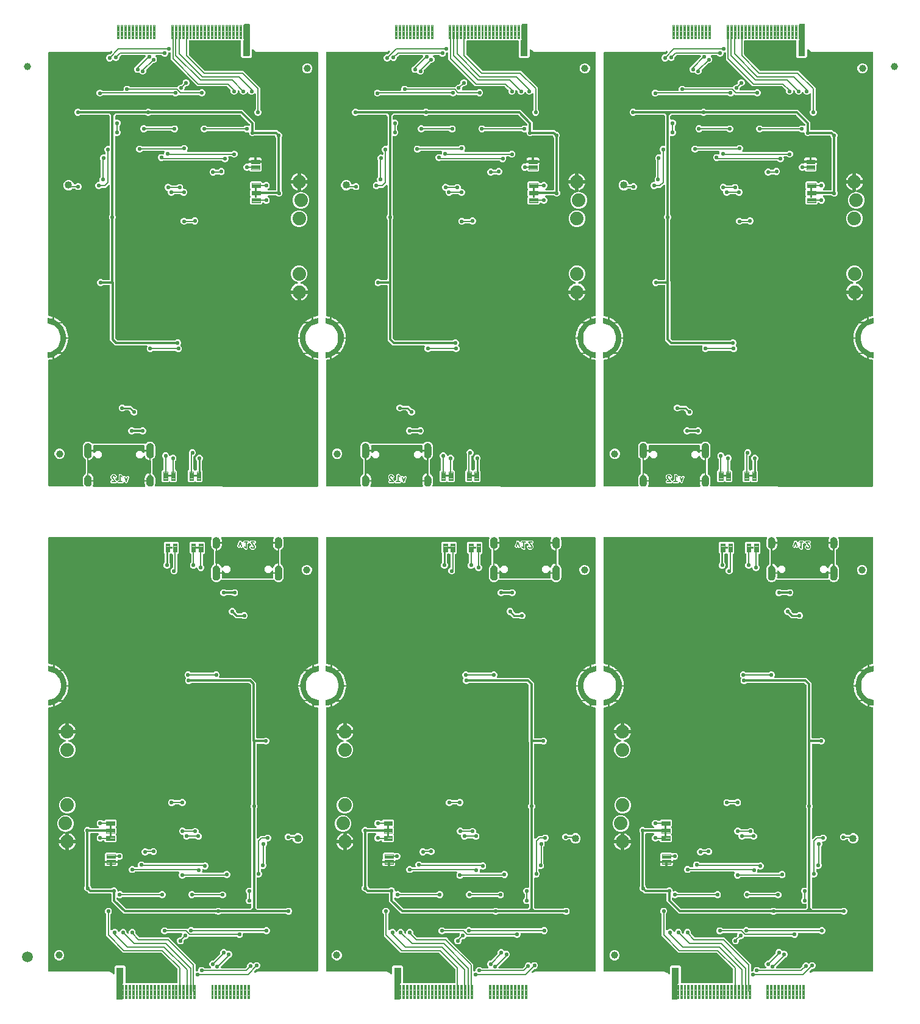
<source format=gbl>
G04 EAGLE Gerber RS-274X export*
G75*
%MOMM*%
%FSLAX34Y34*%
%LPD*%
%INBottom Copper*%
%IPPOS*%
%AMOC8*
5,1,8,0,0,1.08239X$1,22.5*%
G01*
%ADD10C,0.152400*%
%ADD11C,0.099059*%
%ADD12C,0.654000*%
%ADD13C,1.016000*%
%ADD14C,1.000000*%
%ADD15C,0.101500*%
%ADD16C,0.609600*%
%ADD17C,0.203200*%
%ADD18C,1.879600*%
%ADD19C,0.101600*%
%ADD20C,1.500000*%
%ADD21C,0.558800*%
%ADD22C,0.304800*%
%ADD23C,0.254000*%

G36*
X181300Y27048D02*
X181300Y27048D01*
X181419Y27055D01*
X181457Y27068D01*
X181498Y27073D01*
X181608Y27116D01*
X181721Y27153D01*
X181756Y27175D01*
X181793Y27190D01*
X181889Y27259D01*
X181990Y27323D01*
X182018Y27353D01*
X182051Y27376D01*
X182127Y27468D01*
X182208Y27555D01*
X182228Y27590D01*
X182253Y27621D01*
X182304Y27729D01*
X182362Y27833D01*
X182372Y27873D01*
X182389Y27909D01*
X182411Y28026D01*
X182441Y28141D01*
X182445Y28201D01*
X182449Y28221D01*
X182447Y28242D01*
X182451Y28302D01*
X182451Y46391D01*
X182439Y46490D01*
X182436Y46589D01*
X182419Y46647D01*
X182411Y46707D01*
X182375Y46799D01*
X182347Y46894D01*
X182317Y46946D01*
X182294Y47003D01*
X182236Y47083D01*
X182186Y47168D01*
X182120Y47244D01*
X182108Y47260D01*
X182098Y47268D01*
X182080Y47289D01*
X160399Y68970D01*
X160321Y69030D01*
X160249Y69098D01*
X160196Y69127D01*
X160148Y69164D01*
X160057Y69204D01*
X159970Y69252D01*
X159912Y69267D01*
X159856Y69291D01*
X159758Y69306D01*
X159662Y69331D01*
X159562Y69337D01*
X159542Y69341D01*
X159529Y69339D01*
X159501Y69341D01*
X106687Y69341D01*
X83311Y92717D01*
X83311Y122697D01*
X83299Y122795D01*
X83296Y122894D01*
X83279Y122952D01*
X83271Y123012D01*
X83235Y123105D01*
X83207Y123200D01*
X83177Y123252D01*
X83154Y123308D01*
X83096Y123388D01*
X83046Y123474D01*
X82980Y123549D01*
X82968Y123566D01*
X82958Y123573D01*
X82940Y123594D01*
X82268Y124266D01*
X81533Y126040D01*
X81533Y127960D01*
X82268Y129734D01*
X83626Y131092D01*
X85400Y131827D01*
X87320Y131827D01*
X89094Y131092D01*
X90452Y129734D01*
X91187Y127960D01*
X91187Y126040D01*
X90452Y124266D01*
X89780Y123594D01*
X89720Y123516D01*
X89652Y123444D01*
X89623Y123391D01*
X89586Y123343D01*
X89546Y123252D01*
X89498Y123166D01*
X89483Y123107D01*
X89459Y123051D01*
X89444Y122953D01*
X89419Y122858D01*
X89413Y122758D01*
X89409Y122737D01*
X89411Y122725D01*
X89409Y122697D01*
X89409Y101839D01*
X89426Y101701D01*
X89439Y101563D01*
X89446Y101544D01*
X89449Y101523D01*
X89500Y101394D01*
X89547Y101263D01*
X89558Y101246D01*
X89566Y101228D01*
X89647Y101115D01*
X89725Y101000D01*
X89741Y100987D01*
X89752Y100970D01*
X89860Y100882D01*
X89964Y100790D01*
X89982Y100781D01*
X89997Y100768D01*
X90123Y100708D01*
X90247Y100645D01*
X90267Y100641D01*
X90285Y100632D01*
X90422Y100606D01*
X90557Y100575D01*
X90578Y100576D01*
X90597Y100572D01*
X90736Y100581D01*
X90875Y100585D01*
X90895Y100591D01*
X90915Y100592D01*
X91047Y100635D01*
X91181Y100674D01*
X91198Y100684D01*
X91217Y100690D01*
X91335Y100764D01*
X91455Y100835D01*
X91476Y100854D01*
X91486Y100860D01*
X91500Y100875D01*
X91575Y100942D01*
X92516Y101882D01*
X94290Y102617D01*
X96210Y102617D01*
X97984Y101882D01*
X99342Y100524D01*
X99792Y99437D01*
X99861Y99316D01*
X99926Y99193D01*
X99940Y99178D01*
X99950Y99160D01*
X100046Y99061D01*
X100140Y98958D01*
X100157Y98946D01*
X100171Y98932D01*
X100290Y98859D01*
X100406Y98783D01*
X100425Y98776D01*
X100442Y98766D01*
X100575Y98725D01*
X100707Y98680D01*
X100727Y98678D01*
X100746Y98672D01*
X100885Y98665D01*
X101024Y98654D01*
X101044Y98658D01*
X101064Y98657D01*
X101200Y98685D01*
X101337Y98709D01*
X101356Y98717D01*
X101375Y98721D01*
X101500Y98782D01*
X101627Y98839D01*
X101643Y98852D01*
X101661Y98861D01*
X101767Y98951D01*
X101875Y99038D01*
X101888Y99054D01*
X101903Y99067D01*
X101983Y99181D01*
X102067Y99292D01*
X102079Y99317D01*
X102086Y99327D01*
X102093Y99346D01*
X102138Y99437D01*
X102588Y100524D01*
X103946Y101882D01*
X105720Y102617D01*
X107640Y102617D01*
X109414Y101882D01*
X110772Y100524D01*
X111507Y98750D01*
X111507Y97801D01*
X111519Y97702D01*
X111522Y97603D01*
X111539Y97545D01*
X111547Y97485D01*
X111583Y97393D01*
X111611Y97298D01*
X111641Y97246D01*
X111664Y97189D01*
X111722Y97109D01*
X111772Y97024D01*
X111838Y96949D01*
X111850Y96932D01*
X111860Y96924D01*
X111878Y96903D01*
X112386Y96395D01*
X112496Y96310D01*
X112603Y96221D01*
X112622Y96213D01*
X112638Y96200D01*
X112766Y96145D01*
X112891Y96086D01*
X112911Y96082D01*
X112930Y96074D01*
X113068Y96052D01*
X113204Y96026D01*
X113224Y96027D01*
X113244Y96024D01*
X113383Y96037D01*
X113521Y96046D01*
X113540Y96052D01*
X113560Y96054D01*
X113691Y96101D01*
X113823Y96144D01*
X113841Y96154D01*
X113860Y96161D01*
X113974Y96239D01*
X114092Y96314D01*
X114106Y96329D01*
X114123Y96340D01*
X114215Y96444D01*
X114310Y96545D01*
X114320Y96563D01*
X114333Y96578D01*
X114396Y96702D01*
X114464Y96824D01*
X114469Y96843D01*
X114478Y96862D01*
X114508Y96998D01*
X114543Y97132D01*
X114545Y97160D01*
X114548Y97172D01*
X114547Y97192D01*
X114553Y97293D01*
X114553Y98750D01*
X115288Y100524D01*
X116646Y101882D01*
X118420Y102617D01*
X120340Y102617D01*
X122114Y101882D01*
X123472Y100524D01*
X124207Y98750D01*
X124207Y96728D01*
X124206Y96724D01*
X124205Y96694D01*
X124199Y96665D01*
X124203Y96536D01*
X124201Y96406D01*
X124207Y96377D01*
X124208Y96347D01*
X124244Y96223D01*
X124274Y96097D01*
X124288Y96070D01*
X124297Y96042D01*
X124363Y95930D01*
X124423Y95816D01*
X124443Y95793D01*
X124458Y95768D01*
X124565Y95647D01*
X129161Y91050D01*
X129239Y90990D01*
X129311Y90922D01*
X129364Y90893D01*
X129412Y90856D01*
X129503Y90816D01*
X129590Y90768D01*
X129649Y90753D01*
X129704Y90729D01*
X129802Y90714D01*
X129898Y90689D01*
X129998Y90683D01*
X130018Y90679D01*
X130031Y90681D01*
X130059Y90679D01*
X170622Y90679D01*
X207585Y53716D01*
X207585Y44858D01*
X207591Y44808D01*
X207589Y44759D01*
X207611Y44651D01*
X207625Y44542D01*
X207643Y44496D01*
X207653Y44447D01*
X207701Y44349D01*
X207742Y44247D01*
X207771Y44206D01*
X207793Y44162D01*
X207864Y44078D01*
X207928Y43989D01*
X207967Y43958D01*
X207999Y43920D01*
X208089Y43857D01*
X208173Y43786D01*
X208218Y43765D01*
X208259Y43737D01*
X208362Y43698D01*
X208461Y43651D01*
X208510Y43642D01*
X208556Y43624D01*
X208666Y43612D01*
X208773Y43591D01*
X208823Y43594D01*
X208872Y43589D01*
X208981Y43604D01*
X209091Y43611D01*
X209138Y43626D01*
X209187Y43633D01*
X209340Y43685D01*
X209440Y43727D01*
X209704Y43727D01*
X209822Y43742D01*
X209941Y43749D01*
X209979Y43762D01*
X210020Y43767D01*
X210130Y43810D01*
X210243Y43847D01*
X210278Y43869D01*
X210315Y43884D01*
X210411Y43953D01*
X210512Y44017D01*
X210540Y44047D01*
X210573Y44070D01*
X210649Y44162D01*
X210730Y44249D01*
X210750Y44284D01*
X210775Y44315D01*
X210826Y44423D01*
X210884Y44527D01*
X210894Y44567D01*
X210911Y44603D01*
X210933Y44720D01*
X210963Y44835D01*
X210967Y44895D01*
X210971Y44915D01*
X210969Y44936D01*
X210973Y44996D01*
X210973Y45860D01*
X211708Y47634D01*
X213066Y48992D01*
X214840Y49727D01*
X216760Y49727D01*
X218534Y48992D01*
X219406Y48120D01*
X219484Y48060D01*
X219556Y47992D01*
X219609Y47963D01*
X219657Y47926D01*
X219748Y47886D01*
X219834Y47838D01*
X219893Y47823D01*
X219949Y47799D01*
X220047Y47784D01*
X220142Y47759D01*
X220242Y47753D01*
X220263Y47749D01*
X220275Y47751D01*
X220303Y47749D01*
X227601Y47749D01*
X227739Y47766D01*
X227877Y47779D01*
X227896Y47786D01*
X227917Y47789D01*
X228046Y47840D01*
X228177Y47887D01*
X228194Y47898D01*
X228212Y47906D01*
X228325Y47987D01*
X228440Y48065D01*
X228453Y48081D01*
X228470Y48092D01*
X228558Y48200D01*
X228650Y48304D01*
X228659Y48322D01*
X228672Y48337D01*
X228732Y48463D01*
X228795Y48587D01*
X228799Y48607D01*
X228808Y48625D01*
X228834Y48762D01*
X228865Y48897D01*
X228864Y48918D01*
X228868Y48937D01*
X228859Y49076D01*
X228855Y49215D01*
X228849Y49235D01*
X228848Y49255D01*
X228805Y49387D01*
X228766Y49521D01*
X228756Y49538D01*
X228750Y49557D01*
X228675Y49675D01*
X228605Y49795D01*
X228586Y49816D01*
X228580Y49826D01*
X228565Y49840D01*
X228499Y49915D01*
X227378Y51036D01*
X226643Y52810D01*
X226643Y54730D01*
X227378Y56504D01*
X228736Y57862D01*
X230510Y58597D01*
X231459Y58597D01*
X231558Y58609D01*
X231657Y58612D01*
X231715Y58629D01*
X231775Y58637D01*
X231867Y58673D01*
X231962Y58701D01*
X232014Y58731D01*
X232071Y58754D01*
X232151Y58812D01*
X232236Y58862D01*
X232311Y58928D01*
X232328Y58940D01*
X232336Y58950D01*
X232357Y58968D01*
X241182Y67793D01*
X241242Y67871D01*
X241310Y67943D01*
X241339Y67996D01*
X241376Y68044D01*
X241416Y68135D01*
X241464Y68222D01*
X241479Y68281D01*
X241503Y68336D01*
X241518Y68434D01*
X241543Y68530D01*
X241549Y68630D01*
X241553Y68650D01*
X241551Y68663D01*
X241553Y68691D01*
X241553Y70810D01*
X242288Y72584D01*
X243646Y73942D01*
X245420Y74677D01*
X247340Y74677D01*
X249114Y73942D01*
X250507Y72549D01*
X250531Y72500D01*
X250557Y72469D01*
X250577Y72434D01*
X250660Y72348D01*
X250737Y72258D01*
X250770Y72234D01*
X250799Y72205D01*
X250900Y72143D01*
X250997Y72074D01*
X251035Y72060D01*
X251070Y72039D01*
X251183Y72004D01*
X251295Y71962D01*
X251335Y71957D01*
X251374Y71945D01*
X251492Y71940D01*
X251611Y71927D01*
X251651Y71932D01*
X251691Y71930D01*
X251808Y71954D01*
X251926Y71971D01*
X251983Y71990D01*
X252003Y71995D01*
X252021Y72003D01*
X252078Y72023D01*
X252570Y72227D01*
X254490Y72227D01*
X256264Y71492D01*
X257622Y70134D01*
X258357Y68360D01*
X258357Y66440D01*
X257622Y64666D01*
X256264Y63308D01*
X255858Y63140D01*
X255850Y63135D01*
X255841Y63133D01*
X255712Y63057D01*
X255582Y62982D01*
X255575Y62976D01*
X255567Y62971D01*
X255446Y62865D01*
X242788Y50207D01*
X242728Y50129D01*
X242660Y50057D01*
X242631Y50004D01*
X242594Y49956D01*
X242554Y49865D01*
X242506Y49778D01*
X242491Y49719D01*
X242467Y49664D01*
X242452Y49566D01*
X242427Y49470D01*
X242421Y49370D01*
X242417Y49350D01*
X242419Y49337D01*
X242417Y49309D01*
X242417Y49018D01*
X242432Y48900D01*
X242439Y48781D01*
X242452Y48743D01*
X242457Y48702D01*
X242500Y48592D01*
X242537Y48479D01*
X242559Y48444D01*
X242574Y48407D01*
X242643Y48311D01*
X242707Y48210D01*
X242737Y48182D01*
X242760Y48149D01*
X242852Y48073D01*
X242939Y47992D01*
X242974Y47972D01*
X243005Y47947D01*
X243113Y47896D01*
X243217Y47838D01*
X243257Y47828D01*
X243293Y47811D01*
X243410Y47789D01*
X243525Y47759D01*
X243585Y47755D01*
X243605Y47751D01*
X243626Y47753D01*
X243686Y47749D01*
X275811Y47749D01*
X275910Y47761D01*
X276009Y47764D01*
X276067Y47781D01*
X276127Y47789D01*
X276219Y47825D01*
X276314Y47853D01*
X276366Y47883D01*
X276423Y47906D01*
X276503Y47964D01*
X276588Y48014D01*
X276663Y48080D01*
X276680Y48092D01*
X276688Y48102D01*
X276709Y48120D01*
X278602Y50013D01*
X278662Y50091D01*
X278730Y50163D01*
X278759Y50216D01*
X278796Y50264D01*
X278836Y50355D01*
X278884Y50442D01*
X278899Y50501D01*
X278923Y50556D01*
X278938Y50654D01*
X278963Y50750D01*
X278969Y50850D01*
X278973Y50870D01*
X278971Y50883D01*
X278973Y50911D01*
X278973Y51860D01*
X279708Y53634D01*
X281066Y54992D01*
X282840Y55727D01*
X284760Y55727D01*
X286534Y54992D01*
X286902Y54624D01*
X286997Y54551D01*
X287086Y54472D01*
X287122Y54453D01*
X287154Y54429D01*
X287263Y54381D01*
X287369Y54327D01*
X287408Y54318D01*
X287446Y54302D01*
X287563Y54284D01*
X287679Y54258D01*
X287720Y54259D01*
X287760Y54252D01*
X287878Y54264D01*
X287997Y54267D01*
X288036Y54278D01*
X288076Y54282D01*
X288188Y54322D01*
X288303Y54356D01*
X288338Y54376D01*
X288376Y54390D01*
X288474Y54457D01*
X288577Y54517D01*
X288622Y54557D01*
X288639Y54568D01*
X288652Y54584D01*
X288697Y54624D01*
X289766Y55692D01*
X291540Y56427D01*
X293460Y56427D01*
X295234Y55692D01*
X296592Y54334D01*
X297327Y52560D01*
X297327Y50640D01*
X296592Y48866D01*
X295234Y47508D01*
X293460Y46773D01*
X292511Y46773D01*
X292412Y46761D01*
X292313Y46758D01*
X292255Y46741D01*
X292195Y46733D01*
X292103Y46697D01*
X292008Y46669D01*
X291956Y46639D01*
X291899Y46616D01*
X291819Y46558D01*
X291734Y46508D01*
X291659Y46442D01*
X291642Y46430D01*
X291634Y46420D01*
X291613Y46402D01*
X289082Y43871D01*
X289071Y43856D01*
X289056Y43844D01*
X288973Y43730D01*
X288887Y43620D01*
X288880Y43602D01*
X288869Y43587D01*
X288817Y43456D01*
X288761Y43328D01*
X288758Y43309D01*
X288751Y43291D01*
X288733Y43153D01*
X288711Y43014D01*
X288713Y42995D01*
X288711Y42976D01*
X288728Y42837D01*
X288741Y42697D01*
X288748Y42679D01*
X288750Y42660D01*
X288801Y42530D01*
X288849Y42398D01*
X288859Y42382D01*
X288866Y42364D01*
X288949Y42251D01*
X289027Y42135D01*
X289042Y42122D01*
X289053Y42107D01*
X289160Y42017D01*
X289266Y41924D01*
X289283Y41915D01*
X289297Y41903D01*
X289424Y41843D01*
X289549Y41780D01*
X289567Y41775D01*
X289585Y41767D01*
X289723Y41741D01*
X289859Y41710D01*
X289878Y41710D01*
X289897Y41707D01*
X290037Y41715D01*
X290177Y41720D01*
X290195Y41725D01*
X290214Y41726D01*
X290348Y41769D01*
X290483Y41808D01*
X290499Y41818D01*
X290517Y41823D01*
X290658Y41901D01*
X292235Y42898D01*
X292677Y42929D01*
X292731Y42940D01*
X292786Y42941D01*
X292886Y42970D01*
X292989Y42991D01*
X293038Y43014D01*
X293091Y43030D01*
X293124Y43049D01*
X294350Y43049D01*
X294371Y43051D01*
X294438Y43052D01*
X295653Y43137D01*
X295747Y43112D01*
X295846Y43078D01*
X295901Y43073D01*
X295954Y43059D01*
X296115Y43049D01*
X376174Y43049D01*
X376292Y43064D01*
X376411Y43071D01*
X376449Y43084D01*
X376490Y43089D01*
X376600Y43132D01*
X376713Y43169D01*
X376748Y43191D01*
X376785Y43206D01*
X376881Y43275D01*
X376982Y43339D01*
X377010Y43369D01*
X377043Y43392D01*
X377119Y43484D01*
X377200Y43571D01*
X377220Y43606D01*
X377245Y43637D01*
X377296Y43745D01*
X377354Y43849D01*
X377364Y43889D01*
X377381Y43925D01*
X377403Y44042D01*
X377433Y44157D01*
X377437Y44217D01*
X377441Y44237D01*
X377439Y44258D01*
X377443Y44318D01*
X377443Y408599D01*
X377436Y408656D01*
X377438Y408714D01*
X377416Y408814D01*
X377403Y408915D01*
X377382Y408968D01*
X377370Y409024D01*
X377324Y409116D01*
X377286Y409211D01*
X377253Y409257D01*
X377227Y409308D01*
X377160Y409385D01*
X377100Y409468D01*
X377055Y409505D01*
X377018Y409548D01*
X376933Y409606D01*
X376855Y409671D01*
X376803Y409695D01*
X376755Y409728D01*
X376659Y409763D01*
X376567Y409806D01*
X376511Y409817D01*
X376457Y409837D01*
X376298Y409863D01*
X376133Y409879D01*
X373696Y410379D01*
X372992Y410524D01*
X371769Y410913D01*
X371769Y413662D01*
X373911Y412957D01*
X373921Y412956D01*
X373947Y412948D01*
X377958Y412254D01*
X377996Y412259D01*
X378033Y412253D01*
X378064Y412266D01*
X378096Y412270D01*
X378126Y412294D01*
X378161Y412310D01*
X378179Y412337D01*
X378205Y412358D01*
X378217Y412395D01*
X378238Y412427D01*
X378247Y412484D01*
X378249Y412491D01*
X378248Y412494D01*
X378249Y412500D01*
X378249Y420000D01*
X378247Y420009D01*
X378247Y420011D01*
X378244Y420017D01*
X378230Y420065D01*
X378211Y420132D01*
X378210Y420133D01*
X378210Y420134D01*
X378158Y420180D01*
X378107Y420225D01*
X378106Y420226D01*
X378105Y420226D01*
X378102Y420227D01*
X378036Y420247D01*
X375138Y420670D01*
X372360Y421536D01*
X369752Y422826D01*
X367378Y424508D01*
X365296Y426540D01*
X363558Y428873D01*
X362206Y431450D01*
X361274Y434206D01*
X360784Y437074D01*
X360749Y440000D01*
X360784Y442926D01*
X361274Y445794D01*
X362206Y448550D01*
X363558Y451127D01*
X365296Y453460D01*
X367378Y455492D01*
X369752Y457174D01*
X372360Y458464D01*
X375138Y459330D01*
X378036Y459753D01*
X378097Y459781D01*
X378161Y459810D01*
X378162Y459811D01*
X378163Y459812D01*
X378200Y459869D01*
X378238Y459927D01*
X378238Y459928D01*
X378239Y459929D01*
X378239Y459932D01*
X378249Y460000D01*
X378249Y467500D01*
X378238Y467538D01*
X378237Y467577D01*
X378219Y467603D01*
X378210Y467634D01*
X378181Y467660D01*
X378159Y467692D01*
X378129Y467705D01*
X378105Y467726D01*
X378066Y467732D01*
X378030Y467747D01*
X377974Y467746D01*
X377967Y467747D01*
X377963Y467746D01*
X377956Y467745D01*
X373958Y467025D01*
X373949Y467021D01*
X373923Y467016D01*
X371769Y466294D01*
X371769Y469047D01*
X372990Y469443D01*
X376116Y470107D01*
X376307Y470127D01*
X376359Y470139D01*
X376411Y470143D01*
X376513Y470176D01*
X376617Y470200D01*
X376664Y470224D01*
X376713Y470241D01*
X376804Y470298D01*
X376899Y470348D01*
X376938Y470383D01*
X376982Y470411D01*
X377056Y470489D01*
X377135Y470560D01*
X377164Y470604D01*
X377200Y470642D01*
X377252Y470736D01*
X377311Y470825D01*
X377328Y470875D01*
X377354Y470921D01*
X377380Y471025D01*
X377416Y471126D01*
X377420Y471178D01*
X377433Y471229D01*
X377443Y471389D01*
X377443Y644906D01*
X377428Y645024D01*
X377421Y645143D01*
X377408Y645181D01*
X377403Y645222D01*
X377360Y645332D01*
X377323Y645445D01*
X377301Y645480D01*
X377286Y645517D01*
X377217Y645613D01*
X377153Y645714D01*
X377123Y645742D01*
X377100Y645775D01*
X377008Y645851D01*
X376921Y645932D01*
X376886Y645952D01*
X376855Y645977D01*
X376747Y646028D01*
X376643Y646086D01*
X376603Y646096D01*
X376567Y646113D01*
X376450Y646135D01*
X376335Y646165D01*
X376275Y646169D01*
X376255Y646173D01*
X376234Y646171D01*
X376174Y646175D01*
X330098Y646175D01*
X330084Y646174D01*
X330070Y646175D01*
X329926Y646154D01*
X329782Y646135D01*
X329769Y646130D01*
X329755Y646128D01*
X329621Y646072D01*
X329486Y646018D01*
X329475Y646010D01*
X329462Y646005D01*
X329347Y645917D01*
X329229Y645832D01*
X329220Y645821D01*
X329209Y645812D01*
X329119Y645699D01*
X329026Y645587D01*
X329020Y645574D01*
X329012Y645563D01*
X328953Y645430D01*
X328891Y645299D01*
X328888Y645285D01*
X328882Y645272D01*
X328858Y645129D01*
X328831Y644987D01*
X328832Y644973D01*
X328830Y644959D01*
X328842Y644814D01*
X328851Y644669D01*
X328855Y644656D01*
X328856Y644642D01*
X328900Y644487D01*
X328926Y644412D01*
X328954Y644356D01*
X328972Y644297D01*
X329049Y644156D01*
X329407Y643587D01*
X329482Y642919D01*
X329497Y642859D01*
X329502Y642797D01*
X329545Y642642D01*
X329699Y642202D01*
X329715Y642170D01*
X329720Y642152D01*
X329687Y642055D01*
X329684Y642010D01*
X329673Y641967D01*
X329663Y641806D01*
X329663Y641386D01*
X329664Y641373D01*
X329671Y641244D01*
X329755Y640498D01*
X329752Y640494D01*
X329720Y640367D01*
X329681Y640241D01*
X329680Y640213D01*
X329673Y640186D01*
X329663Y640025D01*
X329663Y636371D01*
X329666Y636343D01*
X329664Y636315D01*
X329686Y636186D01*
X329703Y636055D01*
X329713Y636029D01*
X329718Y636002D01*
X329757Y635914D01*
X329671Y635152D01*
X329671Y635138D01*
X329669Y635101D01*
X329665Y635084D01*
X329666Y635067D01*
X329663Y635010D01*
X329663Y634590D01*
X329668Y634546D01*
X329666Y634500D01*
X329688Y634388D01*
X329703Y634275D01*
X329717Y634237D01*
X329699Y634194D01*
X329545Y633754D01*
X329532Y633693D01*
X329510Y633635D01*
X329482Y633477D01*
X329407Y632809D01*
X329049Y632240D01*
X329023Y632184D01*
X328989Y632132D01*
X328926Y631984D01*
X328704Y631350D01*
X328229Y630875D01*
X328191Y630826D01*
X328146Y630783D01*
X328052Y630653D01*
X327694Y630084D01*
X327125Y629726D01*
X327077Y629687D01*
X327024Y629655D01*
X326943Y629584D01*
X326941Y629583D01*
X326940Y629582D01*
X326903Y629549D01*
X326415Y629061D01*
X326359Y629043D01*
X326279Y628992D01*
X326194Y628950D01*
X326145Y628907D01*
X326090Y628872D01*
X326025Y628804D01*
X325954Y628742D01*
X325917Y628688D01*
X325872Y628641D01*
X325826Y628558D01*
X325772Y628480D01*
X325750Y628419D01*
X325718Y628362D01*
X325695Y628271D01*
X325662Y628182D01*
X325655Y628117D01*
X325639Y628054D01*
X325629Y627894D01*
X325629Y609202D01*
X325637Y609138D01*
X325635Y609073D01*
X325657Y608981D01*
X325669Y608887D01*
X325693Y608826D01*
X325707Y608763D01*
X325751Y608679D01*
X325786Y608591D01*
X325824Y608538D01*
X325854Y608481D01*
X325917Y608410D01*
X325972Y608334D01*
X326023Y608292D01*
X326066Y608244D01*
X326145Y608191D01*
X326217Y608131D01*
X326276Y608103D01*
X326330Y608067D01*
X326422Y608028D01*
X326903Y607547D01*
X326952Y607509D01*
X326995Y607464D01*
X327125Y607370D01*
X327694Y607012D01*
X328052Y606443D01*
X328091Y606395D01*
X328122Y606342D01*
X328229Y606221D01*
X328704Y605746D01*
X328926Y605112D01*
X328954Y605056D01*
X328972Y604997D01*
X329049Y604856D01*
X329407Y604287D01*
X329482Y603619D01*
X329497Y603559D01*
X329502Y603497D01*
X329545Y603342D01*
X329699Y602902D01*
X329715Y602870D01*
X329720Y602852D01*
X329687Y602755D01*
X329684Y602710D01*
X329673Y602667D01*
X329663Y602506D01*
X329663Y602086D01*
X329664Y602073D01*
X329671Y601944D01*
X329755Y601198D01*
X329752Y601194D01*
X329739Y601141D01*
X329732Y601127D01*
X329723Y601080D01*
X329720Y601067D01*
X329681Y600941D01*
X329680Y600913D01*
X329673Y600886D01*
X329663Y600725D01*
X329663Y592071D01*
X329666Y592043D01*
X329664Y592015D01*
X329686Y591886D01*
X329703Y591755D01*
X329713Y591729D01*
X329718Y591702D01*
X329757Y591614D01*
X329671Y590852D01*
X329671Y590838D01*
X329663Y590710D01*
X329663Y590290D01*
X329668Y590246D01*
X329666Y590200D01*
X329688Y590088D01*
X329703Y589975D01*
X329717Y589937D01*
X329699Y589894D01*
X329545Y589454D01*
X329532Y589393D01*
X329510Y589335D01*
X329482Y589177D01*
X329407Y588509D01*
X329049Y587940D01*
X329023Y587884D01*
X328989Y587832D01*
X328926Y587684D01*
X328704Y587050D01*
X328229Y586575D01*
X328191Y586526D01*
X328146Y586483D01*
X328052Y586353D01*
X327694Y585784D01*
X327125Y585426D01*
X327077Y585387D01*
X327024Y585356D01*
X326903Y585249D01*
X326428Y584774D01*
X325794Y584552D01*
X325738Y584524D01*
X325679Y584506D01*
X325538Y584429D01*
X324969Y584071D01*
X324301Y583996D01*
X324241Y583981D01*
X324179Y583976D01*
X324024Y583933D01*
X323390Y583711D01*
X322722Y583786D01*
X322660Y583785D01*
X322599Y583794D01*
X322438Y583786D01*
X321770Y583711D01*
X321136Y583933D01*
X321075Y583946D01*
X321017Y583968D01*
X320859Y583996D01*
X320191Y584071D01*
X319622Y584429D01*
X319566Y584455D01*
X319514Y584489D01*
X319366Y584552D01*
X318732Y584774D01*
X318257Y585249D01*
X318208Y585287D01*
X318165Y585332D01*
X318035Y585426D01*
X317466Y585784D01*
X317239Y586145D01*
X317187Y586209D01*
X317143Y586278D01*
X317086Y586331D01*
X317037Y586391D01*
X316971Y586440D01*
X316911Y586496D01*
X316843Y586534D01*
X316781Y586579D01*
X316704Y586610D01*
X316633Y586650D01*
X316557Y586669D01*
X316485Y586698D01*
X316404Y586709D01*
X316325Y586729D01*
X316176Y586739D01*
X316170Y586739D01*
X316168Y586739D01*
X316164Y586739D01*
X242636Y586739D01*
X242555Y586729D01*
X242473Y586729D01*
X242397Y586709D01*
X242321Y586699D01*
X242244Y586669D01*
X242165Y586649D01*
X242097Y586611D01*
X242025Y586582D01*
X241959Y586534D01*
X241887Y586494D01*
X241830Y586441D01*
X241768Y586396D01*
X241715Y586332D01*
X241656Y586276D01*
X241568Y586155D01*
X241565Y586151D01*
X241564Y586149D01*
X241561Y586145D01*
X241334Y585784D01*
X240765Y585426D01*
X240717Y585387D01*
X240664Y585356D01*
X240543Y585249D01*
X240068Y584774D01*
X239434Y584552D01*
X239378Y584524D01*
X239319Y584506D01*
X239178Y584429D01*
X238609Y584071D01*
X237941Y583996D01*
X237881Y583981D01*
X237819Y583976D01*
X237664Y583933D01*
X237030Y583711D01*
X236362Y583786D01*
X236300Y583785D01*
X236239Y583794D01*
X236078Y583786D01*
X235410Y583711D01*
X234776Y583933D01*
X234715Y583946D01*
X234657Y583968D01*
X234499Y583996D01*
X233831Y584071D01*
X233262Y584429D01*
X233206Y584455D01*
X233154Y584489D01*
X233006Y584552D01*
X232372Y584774D01*
X231897Y585249D01*
X231848Y585287D01*
X231805Y585332D01*
X231675Y585426D01*
X231106Y585784D01*
X230748Y586353D01*
X230709Y586401D01*
X230678Y586454D01*
X230571Y586575D01*
X230096Y587050D01*
X229874Y587684D01*
X229846Y587740D01*
X229828Y587799D01*
X229751Y587940D01*
X229393Y588509D01*
X229318Y589177D01*
X229303Y589237D01*
X229298Y589299D01*
X229255Y589454D01*
X229101Y589894D01*
X229085Y589926D01*
X229080Y589944D01*
X229113Y590041D01*
X229116Y590086D01*
X229127Y590129D01*
X229137Y590290D01*
X229137Y590710D01*
X229136Y590723D01*
X229129Y590852D01*
X229045Y591598D01*
X229048Y591602D01*
X229080Y591729D01*
X229119Y591855D01*
X229120Y591883D01*
X229127Y591910D01*
X229137Y592071D01*
X229137Y600725D01*
X229134Y600753D01*
X229136Y600781D01*
X229114Y600910D01*
X229110Y600943D01*
X229108Y600971D01*
X229105Y600980D01*
X229097Y601041D01*
X229087Y601067D01*
X229082Y601094D01*
X229043Y601182D01*
X229129Y601944D01*
X229129Y601958D01*
X229137Y602086D01*
X229137Y602506D01*
X229132Y602550D01*
X229134Y602596D01*
X229112Y602708D01*
X229097Y602821D01*
X229083Y602859D01*
X229101Y602902D01*
X229255Y603342D01*
X229268Y603403D01*
X229290Y603461D01*
X229318Y603619D01*
X229393Y604287D01*
X229751Y604856D01*
X229777Y604912D01*
X229811Y604964D01*
X229874Y605112D01*
X230096Y605746D01*
X230571Y606221D01*
X230609Y606270D01*
X230654Y606313D01*
X230748Y606443D01*
X231106Y607012D01*
X231675Y607370D01*
X231723Y607409D01*
X231776Y607440D01*
X231897Y607547D01*
X232503Y608153D01*
X232584Y608258D01*
X232586Y608260D01*
X232592Y608265D01*
X232601Y608277D01*
X232670Y608359D01*
X232673Y608366D01*
X232674Y608366D01*
X232688Y608392D01*
X232697Y608404D01*
X232706Y608424D01*
X232723Y608454D01*
X232774Y608527D01*
X232796Y608588D01*
X232828Y608645D01*
X232851Y608736D01*
X232884Y608825D01*
X232891Y608890D01*
X232907Y608953D01*
X232917Y609113D01*
X232917Y627983D01*
X232909Y628047D01*
X232911Y628112D01*
X232889Y628204D01*
X232877Y628298D01*
X232853Y628359D01*
X232839Y628422D01*
X232795Y628506D01*
X232760Y628594D01*
X232722Y628646D01*
X232692Y628704D01*
X232653Y628748D01*
X232609Y628823D01*
X232584Y628851D01*
X232576Y628863D01*
X232560Y628878D01*
X232503Y628943D01*
X231897Y629549D01*
X231848Y629587D01*
X231805Y629632D01*
X231748Y629674D01*
X231738Y629683D01*
X231724Y629691D01*
X231675Y629726D01*
X231106Y630084D01*
X230748Y630653D01*
X230709Y630701D01*
X230678Y630754D01*
X230571Y630875D01*
X230096Y631350D01*
X229874Y631984D01*
X229846Y632040D01*
X229828Y632099D01*
X229751Y632240D01*
X229393Y632809D01*
X229318Y633477D01*
X229303Y633537D01*
X229298Y633599D01*
X229255Y633754D01*
X229101Y634194D01*
X229085Y634226D01*
X229080Y634244D01*
X229113Y634341D01*
X229116Y634386D01*
X229127Y634429D01*
X229137Y634590D01*
X229137Y635010D01*
X229136Y635023D01*
X229129Y635152D01*
X229045Y635898D01*
X229048Y635902D01*
X229080Y636029D01*
X229119Y636155D01*
X229120Y636183D01*
X229127Y636210D01*
X229137Y636371D01*
X229137Y640025D01*
X229134Y640053D01*
X229136Y640081D01*
X229114Y640210D01*
X229097Y640341D01*
X229087Y640367D01*
X229082Y640394D01*
X229043Y640482D01*
X229129Y641244D01*
X229129Y641258D01*
X229129Y641263D01*
X229131Y641269D01*
X229130Y641276D01*
X229137Y641386D01*
X229137Y641806D01*
X229132Y641850D01*
X229134Y641896D01*
X229112Y642008D01*
X229097Y642121D01*
X229083Y642159D01*
X229101Y642202D01*
X229255Y642642D01*
X229268Y642703D01*
X229290Y642761D01*
X229318Y642919D01*
X229393Y643587D01*
X229751Y644156D01*
X229777Y644212D01*
X229811Y644264D01*
X229874Y644412D01*
X229900Y644487D01*
X229903Y644501D01*
X229909Y644513D01*
X229936Y644656D01*
X229967Y644798D01*
X229966Y644812D01*
X229969Y644826D01*
X229960Y644971D01*
X229954Y645116D01*
X229950Y645129D01*
X229949Y645143D01*
X229905Y645281D01*
X229863Y645420D01*
X229855Y645432D01*
X229851Y645445D01*
X229773Y645568D01*
X229698Y645693D01*
X229689Y645702D01*
X229681Y645714D01*
X229575Y645814D01*
X229472Y645915D01*
X229460Y645922D01*
X229449Y645932D01*
X229322Y646002D01*
X229197Y646075D01*
X229183Y646079D01*
X229171Y646086D01*
X229031Y646122D01*
X228890Y646161D01*
X228877Y646162D01*
X228863Y646165D01*
X228702Y646175D01*
X138213Y646175D01*
X138081Y646159D01*
X137949Y646147D01*
X137924Y646139D01*
X137898Y646135D01*
X137774Y646086D01*
X137649Y646043D01*
X137616Y646024D01*
X137602Y646018D01*
X137585Y646006D01*
X137551Y645986D01*
X136727Y646151D01*
X136683Y646154D01*
X136639Y646165D01*
X136478Y646175D01*
X135622Y646175D01*
X135611Y646186D01*
X135558Y646215D01*
X135510Y646252D01*
X135419Y646292D01*
X135332Y646340D01*
X135273Y646355D01*
X135218Y646379D01*
X135120Y646394D01*
X135024Y646419D01*
X134924Y646425D01*
X134904Y646429D01*
X134891Y646427D01*
X134863Y646429D01*
X4318Y646429D01*
X4200Y646414D01*
X4081Y646407D01*
X4043Y646394D01*
X4002Y646389D01*
X3892Y646346D01*
X3779Y646309D01*
X3744Y646287D01*
X3707Y646272D01*
X3611Y646203D01*
X3510Y646139D01*
X3482Y646109D01*
X3449Y646086D01*
X3373Y645994D01*
X3292Y645907D01*
X3272Y645872D01*
X3247Y645841D01*
X3196Y645733D01*
X3138Y645629D01*
X3128Y645589D01*
X3111Y645553D01*
X3089Y645436D01*
X3059Y645321D01*
X3055Y645261D01*
X3051Y645241D01*
X3051Y645239D01*
X3051Y645238D01*
X3052Y645219D01*
X3049Y645160D01*
X3049Y471450D01*
X3056Y471393D01*
X3054Y471336D01*
X3076Y471236D01*
X3089Y471135D01*
X3110Y471081D01*
X3122Y471025D01*
X3168Y470934D01*
X3206Y470839D01*
X3239Y470793D01*
X3265Y470741D01*
X3332Y470664D01*
X3392Y470582D01*
X3437Y470545D01*
X3474Y470502D01*
X3559Y470444D01*
X3637Y470379D01*
X3689Y470354D01*
X3737Y470322D01*
X3833Y470287D01*
X3925Y470243D01*
X3981Y470233D01*
X4035Y470213D01*
X4194Y470187D01*
X4867Y470121D01*
X7860Y469506D01*
X8008Y469476D01*
X9231Y469087D01*
X9231Y466338D01*
X7089Y467044D01*
X7079Y467044D01*
X7053Y467052D01*
X3042Y467746D01*
X3004Y467741D01*
X2967Y467747D01*
X2936Y467734D01*
X2904Y467730D01*
X2874Y467706D01*
X2839Y467690D01*
X2821Y467663D01*
X2795Y467642D01*
X2783Y467605D01*
X2762Y467574D01*
X2753Y467516D01*
X2751Y467509D01*
X2752Y467506D01*
X2751Y467500D01*
X2751Y460000D01*
X2770Y459935D01*
X2789Y459868D01*
X2790Y459867D01*
X2790Y459866D01*
X2843Y459820D01*
X2893Y459775D01*
X2895Y459774D01*
X2898Y459773D01*
X2964Y459753D01*
X5862Y459330D01*
X8640Y458464D01*
X11248Y457174D01*
X13622Y455492D01*
X15704Y453460D01*
X17442Y451127D01*
X18794Y448550D01*
X19726Y445794D01*
X20216Y442926D01*
X20251Y440000D01*
X20216Y437074D01*
X19726Y434206D01*
X18794Y431450D01*
X17442Y428873D01*
X15704Y426540D01*
X13622Y424508D01*
X11248Y422826D01*
X8640Y421536D01*
X5862Y420670D01*
X2964Y420247D01*
X2903Y420219D01*
X2839Y420190D01*
X2838Y420189D01*
X2837Y420188D01*
X2800Y420131D01*
X2762Y420074D01*
X2762Y420072D01*
X2761Y420071D01*
X2761Y420068D01*
X2751Y420000D01*
X2751Y412500D01*
X2762Y412462D01*
X2763Y412423D01*
X2781Y412397D01*
X2790Y412366D01*
X2819Y412340D01*
X2841Y412308D01*
X2871Y412295D01*
X2895Y412274D01*
X2934Y412268D01*
X2970Y412253D01*
X3026Y412254D01*
X3033Y412253D01*
X3037Y412254D01*
X3044Y412255D01*
X7042Y412975D01*
X7051Y412979D01*
X7077Y412984D01*
X9231Y413706D01*
X9231Y410952D01*
X8010Y410557D01*
X4884Y409893D01*
X4185Y409819D01*
X4133Y409807D01*
X4081Y409804D01*
X3979Y409771D01*
X3875Y409746D01*
X3828Y409722D01*
X3779Y409706D01*
X3688Y409648D01*
X3593Y409599D01*
X3554Y409564D01*
X3510Y409536D01*
X3436Y409457D01*
X3357Y409386D01*
X3328Y409342D01*
X3292Y409304D01*
X3240Y409210D01*
X3181Y409121D01*
X3164Y409071D01*
X3138Y409025D01*
X3112Y408922D01*
X3076Y408821D01*
X3072Y408768D01*
X3059Y408717D01*
X3049Y408557D01*
X3049Y44318D01*
X3064Y44200D01*
X3071Y44081D01*
X3084Y44043D01*
X3089Y44002D01*
X3132Y43892D01*
X3169Y43779D01*
X3191Y43744D01*
X3206Y43707D01*
X3275Y43611D01*
X3339Y43510D01*
X3369Y43482D01*
X3392Y43449D01*
X3484Y43373D01*
X3571Y43292D01*
X3606Y43272D01*
X3637Y43247D01*
X3745Y43196D01*
X3849Y43138D01*
X3889Y43128D01*
X3925Y43111D01*
X4042Y43089D01*
X4157Y43059D01*
X4217Y43055D01*
X4237Y43051D01*
X4258Y43053D01*
X4318Y43049D01*
X84910Y43049D01*
X84958Y43055D01*
X85007Y43052D01*
X85115Y43075D01*
X85225Y43089D01*
X85270Y43107D01*
X85318Y43116D01*
X85382Y43148D01*
X86571Y43053D01*
X86593Y43054D01*
X86672Y43049D01*
X87854Y43049D01*
X87868Y43039D01*
X87972Y43003D01*
X88074Y42959D01*
X88122Y42951D01*
X88168Y42936D01*
X88328Y42913D01*
X88779Y42877D01*
X92224Y40682D01*
X92495Y40204D01*
X92585Y40083D01*
X92673Y39962D01*
X92680Y39956D01*
X92685Y39949D01*
X92802Y39855D01*
X92918Y39759D01*
X92926Y39755D01*
X92933Y39750D01*
X93071Y39687D01*
X93206Y39624D01*
X93215Y39622D01*
X93222Y39618D01*
X93371Y39592D01*
X93519Y39564D01*
X93527Y39564D01*
X93536Y39563D01*
X93685Y39574D01*
X93836Y39584D01*
X93844Y39586D01*
X93853Y39587D01*
X93995Y39635D01*
X94138Y39682D01*
X94146Y39686D01*
X94154Y39689D01*
X94280Y39771D01*
X94407Y39852D01*
X94413Y39858D01*
X94420Y39863D01*
X94521Y39973D01*
X94625Y40083D01*
X94629Y40091D01*
X94635Y40097D01*
X94706Y40230D01*
X94779Y40362D01*
X94781Y40370D01*
X94785Y40378D01*
X94821Y40524D01*
X94858Y40670D01*
X94859Y40681D01*
X94860Y40687D01*
X94860Y40700D01*
X94868Y40830D01*
X94868Y49786D01*
X97026Y51944D01*
X107952Y51944D01*
X110110Y49786D01*
X110110Y28302D01*
X110125Y28184D01*
X110132Y28065D01*
X110145Y28027D01*
X110150Y27986D01*
X110193Y27876D01*
X110230Y27763D01*
X110252Y27728D01*
X110267Y27691D01*
X110336Y27595D01*
X110400Y27494D01*
X110430Y27466D01*
X110453Y27433D01*
X110545Y27357D01*
X110632Y27276D01*
X110667Y27256D01*
X110698Y27231D01*
X110806Y27180D01*
X110910Y27122D01*
X110950Y27112D01*
X110986Y27095D01*
X111103Y27073D01*
X111218Y27043D01*
X111278Y27039D01*
X111298Y27035D01*
X111319Y27037D01*
X111379Y27033D01*
X181182Y27033D01*
X181300Y27048D01*
G37*
G36*
X761864Y716042D02*
X761864Y716042D01*
X761983Y716049D01*
X762021Y716062D01*
X762062Y716067D01*
X762172Y716110D01*
X762285Y716147D01*
X762320Y716169D01*
X762357Y716184D01*
X762453Y716253D01*
X762554Y716317D01*
X762582Y716347D01*
X762615Y716370D01*
X762691Y716462D01*
X762772Y716549D01*
X762792Y716584D01*
X762817Y716615D01*
X762868Y716723D01*
X762926Y716827D01*
X762936Y716867D01*
X762953Y716903D01*
X762975Y717020D01*
X763005Y717135D01*
X763009Y717195D01*
X763013Y717215D01*
X763011Y717236D01*
X763015Y717296D01*
X763015Y891006D01*
X763008Y891063D01*
X763010Y891120D01*
X762988Y891220D01*
X762975Y891321D01*
X762954Y891375D01*
X762942Y891431D01*
X762896Y891522D01*
X762858Y891617D01*
X762825Y891663D01*
X762799Y891715D01*
X762732Y891792D01*
X762672Y891874D01*
X762627Y891911D01*
X762590Y891954D01*
X762505Y892012D01*
X762427Y892077D01*
X762375Y892101D01*
X762327Y892134D01*
X762231Y892169D01*
X762139Y892213D01*
X762083Y892223D01*
X762029Y892243D01*
X761870Y892269D01*
X761197Y892335D01*
X758056Y892980D01*
X756833Y893369D01*
X756833Y896118D01*
X758975Y895413D01*
X758985Y895412D01*
X759011Y895404D01*
X763022Y894710D01*
X763060Y894715D01*
X763097Y894709D01*
X763128Y894722D01*
X763160Y894726D01*
X763190Y894750D01*
X763225Y894766D01*
X763243Y894793D01*
X763269Y894814D01*
X763281Y894851D01*
X763302Y894883D01*
X763311Y894940D01*
X763313Y894947D01*
X763312Y894950D01*
X763313Y894956D01*
X763313Y902456D01*
X763311Y902465D01*
X763311Y902467D01*
X763308Y902473D01*
X763294Y902521D01*
X763275Y902588D01*
X763274Y902589D01*
X763274Y902590D01*
X763222Y902636D01*
X763171Y902681D01*
X763170Y902682D01*
X763169Y902682D01*
X763166Y902683D01*
X763100Y902703D01*
X760202Y903126D01*
X757424Y903992D01*
X754816Y905282D01*
X752442Y906964D01*
X750360Y908996D01*
X748622Y911329D01*
X747270Y913906D01*
X746338Y916662D01*
X745848Y919530D01*
X745813Y922456D01*
X745848Y925382D01*
X746338Y928250D01*
X747270Y931006D01*
X748622Y933583D01*
X750360Y935916D01*
X752442Y937948D01*
X754816Y939630D01*
X757424Y940920D01*
X760202Y941786D01*
X763100Y942209D01*
X763161Y942237D01*
X763225Y942266D01*
X763226Y942267D01*
X763227Y942268D01*
X763264Y942325D01*
X763302Y942383D01*
X763302Y942384D01*
X763303Y942385D01*
X763303Y942388D01*
X763313Y942456D01*
X763313Y949956D01*
X763302Y949994D01*
X763301Y950033D01*
X763283Y950059D01*
X763274Y950090D01*
X763245Y950116D01*
X763223Y950148D01*
X763193Y950161D01*
X763169Y950182D01*
X763130Y950188D01*
X763094Y950203D01*
X763038Y950202D01*
X763031Y950203D01*
X763027Y950202D01*
X763020Y950201D01*
X759022Y949481D01*
X759013Y949477D01*
X758987Y949472D01*
X756833Y948750D01*
X756833Y951503D01*
X758054Y951899D01*
X761180Y952563D01*
X761879Y952637D01*
X761931Y952649D01*
X761983Y952652D01*
X762085Y952685D01*
X762189Y952710D01*
X762236Y952734D01*
X762285Y952750D01*
X762376Y952808D01*
X762471Y952857D01*
X762510Y952892D01*
X762554Y952920D01*
X762627Y952998D01*
X762707Y953070D01*
X762736Y953114D01*
X762772Y953152D01*
X762824Y953246D01*
X762883Y953335D01*
X762900Y953385D01*
X762926Y953431D01*
X762952Y953534D01*
X762988Y953635D01*
X762992Y953688D01*
X763005Y953739D01*
X763015Y953899D01*
X763015Y1318138D01*
X763000Y1318256D01*
X762993Y1318375D01*
X762980Y1318413D01*
X762975Y1318454D01*
X762932Y1318564D01*
X762895Y1318677D01*
X762873Y1318712D01*
X762858Y1318749D01*
X762789Y1318845D01*
X762725Y1318946D01*
X762695Y1318974D01*
X762672Y1319007D01*
X762580Y1319083D01*
X762493Y1319164D01*
X762458Y1319184D01*
X762427Y1319209D01*
X762319Y1319260D01*
X762215Y1319318D01*
X762175Y1319328D01*
X762139Y1319345D01*
X762022Y1319367D01*
X761907Y1319397D01*
X761847Y1319401D01*
X761827Y1319405D01*
X761806Y1319403D01*
X761746Y1319407D01*
X681154Y1319407D01*
X681106Y1319401D01*
X681057Y1319404D01*
X680949Y1319381D01*
X680839Y1319367D01*
X680794Y1319349D01*
X680746Y1319340D01*
X680682Y1319308D01*
X679493Y1319403D01*
X679471Y1319402D01*
X679392Y1319407D01*
X678211Y1319407D01*
X678196Y1319417D01*
X678092Y1319453D01*
X677990Y1319497D01*
X677942Y1319504D01*
X677896Y1319520D01*
X677736Y1319543D01*
X677285Y1319579D01*
X673840Y1321774D01*
X673569Y1322252D01*
X673479Y1322372D01*
X673391Y1322494D01*
X673384Y1322500D01*
X673379Y1322507D01*
X673262Y1322601D01*
X673146Y1322697D01*
X673138Y1322701D01*
X673131Y1322706D01*
X672993Y1322769D01*
X672858Y1322832D01*
X672849Y1322834D01*
X672842Y1322838D01*
X672693Y1322864D01*
X672545Y1322892D01*
X672537Y1322892D01*
X672528Y1322893D01*
X672379Y1322882D01*
X672228Y1322872D01*
X672220Y1322870D01*
X672211Y1322869D01*
X672069Y1322821D01*
X671926Y1322774D01*
X671918Y1322770D01*
X671910Y1322767D01*
X671784Y1322685D01*
X671657Y1322604D01*
X671651Y1322598D01*
X671644Y1322593D01*
X671543Y1322483D01*
X671439Y1322373D01*
X671435Y1322365D01*
X671429Y1322359D01*
X671358Y1322226D01*
X671285Y1322094D01*
X671283Y1322086D01*
X671279Y1322078D01*
X671243Y1321932D01*
X671206Y1321786D01*
X671205Y1321775D01*
X671204Y1321769D01*
X671204Y1321756D01*
X671196Y1321626D01*
X671196Y1312670D01*
X669038Y1310512D01*
X658112Y1310512D01*
X655954Y1312670D01*
X655954Y1334154D01*
X655939Y1334272D01*
X655932Y1334391D01*
X655919Y1334429D01*
X655914Y1334470D01*
X655871Y1334580D01*
X655834Y1334693D01*
X655812Y1334728D01*
X655797Y1334765D01*
X655728Y1334861D01*
X655664Y1334962D01*
X655634Y1334990D01*
X655611Y1335023D01*
X655519Y1335099D01*
X655432Y1335180D01*
X655397Y1335200D01*
X655366Y1335225D01*
X655258Y1335276D01*
X655154Y1335334D01*
X655114Y1335344D01*
X655078Y1335361D01*
X654961Y1335383D01*
X654846Y1335413D01*
X654786Y1335417D01*
X654766Y1335421D01*
X654745Y1335419D01*
X654685Y1335423D01*
X584882Y1335423D01*
X584764Y1335408D01*
X584645Y1335401D01*
X584607Y1335388D01*
X584566Y1335383D01*
X584456Y1335340D01*
X584343Y1335303D01*
X584308Y1335281D01*
X584271Y1335266D01*
X584175Y1335197D01*
X584074Y1335133D01*
X584046Y1335103D01*
X584013Y1335080D01*
X583937Y1334988D01*
X583856Y1334901D01*
X583836Y1334866D01*
X583811Y1334835D01*
X583760Y1334727D01*
X583702Y1334623D01*
X583692Y1334583D01*
X583675Y1334547D01*
X583653Y1334430D01*
X583623Y1334315D01*
X583619Y1334255D01*
X583615Y1334235D01*
X583615Y1334233D01*
X583615Y1334232D01*
X583616Y1334213D01*
X583613Y1334154D01*
X583613Y1316065D01*
X583625Y1315966D01*
X583628Y1315867D01*
X583645Y1315809D01*
X583653Y1315749D01*
X583689Y1315657D01*
X583717Y1315562D01*
X583747Y1315510D01*
X583770Y1315453D01*
X583828Y1315373D01*
X583878Y1315288D01*
X583944Y1315213D01*
X583956Y1315196D01*
X583966Y1315188D01*
X583984Y1315167D01*
X605665Y1293486D01*
X605743Y1293426D01*
X605815Y1293358D01*
X605868Y1293329D01*
X605916Y1293292D01*
X606007Y1293252D01*
X606094Y1293204D01*
X606153Y1293189D01*
X606208Y1293165D01*
X606306Y1293150D01*
X606402Y1293125D01*
X606502Y1293119D01*
X606522Y1293115D01*
X606535Y1293117D01*
X606563Y1293115D01*
X659377Y1293115D01*
X661534Y1290957D01*
X680595Y1271896D01*
X682753Y1269739D01*
X682753Y1239759D01*
X682765Y1239661D01*
X682768Y1239562D01*
X682785Y1239504D01*
X682793Y1239444D01*
X682829Y1239351D01*
X682857Y1239256D01*
X682887Y1239204D01*
X682910Y1239148D01*
X682968Y1239068D01*
X683018Y1238982D01*
X683084Y1238907D01*
X683096Y1238890D01*
X683106Y1238883D01*
X683124Y1238862D01*
X683796Y1238190D01*
X684531Y1236416D01*
X684531Y1234496D01*
X683796Y1232722D01*
X682438Y1231364D01*
X680664Y1230629D01*
X678744Y1230629D01*
X676970Y1231364D01*
X675612Y1232722D01*
X674877Y1234496D01*
X674877Y1236416D01*
X675612Y1238190D01*
X676284Y1238862D01*
X676344Y1238940D01*
X676412Y1239012D01*
X676441Y1239065D01*
X676478Y1239113D01*
X676518Y1239204D01*
X676566Y1239290D01*
X676581Y1239349D01*
X676605Y1239405D01*
X676620Y1239503D01*
X676645Y1239598D01*
X676651Y1239698D01*
X676655Y1239719D01*
X676653Y1239731D01*
X676655Y1239759D01*
X676655Y1260617D01*
X676638Y1260755D01*
X676625Y1260893D01*
X676618Y1260912D01*
X676615Y1260933D01*
X676564Y1261062D01*
X676517Y1261193D01*
X676506Y1261210D01*
X676498Y1261228D01*
X676417Y1261341D01*
X676339Y1261456D01*
X676323Y1261469D01*
X676312Y1261486D01*
X676204Y1261574D01*
X676100Y1261666D01*
X676082Y1261675D01*
X676067Y1261688D01*
X675941Y1261748D01*
X675817Y1261811D01*
X675797Y1261815D01*
X675779Y1261824D01*
X675642Y1261850D01*
X675507Y1261881D01*
X675486Y1261880D01*
X675467Y1261884D01*
X675328Y1261875D01*
X675189Y1261871D01*
X675169Y1261865D01*
X675149Y1261864D01*
X675017Y1261821D01*
X674883Y1261782D01*
X674866Y1261772D01*
X674847Y1261766D01*
X674729Y1261692D01*
X674609Y1261621D01*
X674588Y1261602D01*
X674578Y1261596D01*
X674564Y1261581D01*
X674489Y1261514D01*
X673548Y1260574D01*
X671774Y1259839D01*
X669854Y1259839D01*
X668080Y1260574D01*
X666722Y1261932D01*
X666272Y1263019D01*
X666203Y1263140D01*
X666138Y1263263D01*
X666124Y1263278D01*
X666114Y1263296D01*
X666018Y1263395D01*
X665924Y1263498D01*
X665907Y1263510D01*
X665893Y1263524D01*
X665774Y1263597D01*
X665658Y1263673D01*
X665639Y1263680D01*
X665622Y1263690D01*
X665489Y1263731D01*
X665357Y1263776D01*
X665337Y1263778D01*
X665318Y1263784D01*
X665179Y1263791D01*
X665040Y1263802D01*
X665020Y1263798D01*
X665000Y1263799D01*
X664864Y1263771D01*
X664727Y1263747D01*
X664708Y1263739D01*
X664689Y1263735D01*
X664564Y1263674D01*
X664437Y1263617D01*
X664421Y1263604D01*
X664403Y1263595D01*
X664297Y1263505D01*
X664189Y1263418D01*
X664176Y1263402D01*
X664161Y1263389D01*
X664081Y1263275D01*
X663997Y1263164D01*
X663985Y1263139D01*
X663978Y1263129D01*
X663971Y1263110D01*
X663926Y1263019D01*
X663476Y1261932D01*
X662118Y1260574D01*
X660344Y1259839D01*
X658424Y1259839D01*
X656650Y1260574D01*
X655292Y1261932D01*
X654557Y1263706D01*
X654557Y1264655D01*
X654545Y1264754D01*
X654542Y1264853D01*
X654525Y1264911D01*
X654517Y1264971D01*
X654481Y1265063D01*
X654453Y1265158D01*
X654423Y1265210D01*
X654400Y1265267D01*
X654342Y1265347D01*
X654292Y1265432D01*
X654226Y1265507D01*
X654214Y1265524D01*
X654204Y1265532D01*
X654186Y1265553D01*
X653678Y1266061D01*
X653568Y1266146D01*
X653461Y1266235D01*
X653442Y1266243D01*
X653426Y1266256D01*
X653298Y1266311D01*
X653173Y1266370D01*
X653153Y1266374D01*
X653134Y1266382D01*
X652996Y1266404D01*
X652860Y1266430D01*
X652840Y1266429D01*
X652820Y1266432D01*
X652681Y1266419D01*
X652543Y1266410D01*
X652524Y1266404D01*
X652504Y1266402D01*
X652373Y1266355D01*
X652241Y1266312D01*
X652223Y1266302D01*
X652204Y1266295D01*
X652090Y1266217D01*
X651972Y1266142D01*
X651958Y1266127D01*
X651941Y1266116D01*
X651849Y1266012D01*
X651754Y1265911D01*
X651744Y1265893D01*
X651731Y1265878D01*
X651668Y1265754D01*
X651600Y1265632D01*
X651595Y1265613D01*
X651586Y1265594D01*
X651556Y1265458D01*
X651521Y1265324D01*
X651519Y1265296D01*
X651516Y1265284D01*
X651517Y1265264D01*
X651511Y1265163D01*
X651511Y1263706D01*
X650776Y1261932D01*
X649418Y1260574D01*
X647644Y1259839D01*
X645724Y1259839D01*
X643950Y1260574D01*
X642592Y1261932D01*
X641857Y1263706D01*
X641857Y1265728D01*
X641858Y1265732D01*
X641859Y1265762D01*
X641865Y1265791D01*
X641861Y1265920D01*
X641863Y1266050D01*
X641857Y1266079D01*
X641856Y1266109D01*
X641820Y1266233D01*
X641790Y1266359D01*
X641776Y1266386D01*
X641767Y1266414D01*
X641701Y1266526D01*
X641641Y1266640D01*
X641621Y1266663D01*
X641606Y1266688D01*
X641499Y1266809D01*
X636903Y1271406D01*
X636825Y1271466D01*
X636753Y1271534D01*
X636700Y1271563D01*
X636652Y1271600D01*
X636561Y1271640D01*
X636474Y1271688D01*
X636415Y1271703D01*
X636360Y1271727D01*
X636262Y1271742D01*
X636166Y1271767D01*
X636066Y1271773D01*
X636046Y1271777D01*
X636033Y1271775D01*
X636005Y1271777D01*
X595442Y1271777D01*
X558479Y1308740D01*
X558479Y1317598D01*
X558473Y1317648D01*
X558475Y1317697D01*
X558453Y1317805D01*
X558439Y1317914D01*
X558421Y1317960D01*
X558411Y1318009D01*
X558363Y1318107D01*
X558322Y1318209D01*
X558293Y1318250D01*
X558271Y1318294D01*
X558200Y1318378D01*
X558136Y1318467D01*
X558097Y1318498D01*
X558065Y1318536D01*
X557975Y1318599D01*
X557891Y1318670D01*
X557846Y1318691D01*
X557805Y1318719D01*
X557702Y1318758D01*
X557603Y1318805D01*
X557554Y1318814D01*
X557508Y1318832D01*
X557398Y1318844D01*
X557291Y1318865D01*
X557241Y1318862D01*
X557192Y1318867D01*
X557083Y1318852D01*
X556973Y1318845D01*
X556926Y1318830D01*
X556877Y1318823D01*
X556724Y1318771D01*
X556624Y1318729D01*
X556360Y1318729D01*
X556242Y1318714D01*
X556123Y1318707D01*
X556085Y1318694D01*
X556044Y1318689D01*
X555934Y1318646D01*
X555821Y1318609D01*
X555786Y1318587D01*
X555749Y1318572D01*
X555653Y1318503D01*
X555552Y1318439D01*
X555524Y1318409D01*
X555491Y1318386D01*
X555415Y1318294D01*
X555334Y1318207D01*
X555314Y1318172D01*
X555289Y1318141D01*
X555238Y1318033D01*
X555180Y1317929D01*
X555170Y1317889D01*
X555153Y1317853D01*
X555131Y1317736D01*
X555101Y1317621D01*
X555097Y1317561D01*
X555093Y1317541D01*
X555095Y1317520D01*
X555091Y1317460D01*
X555091Y1316596D01*
X554356Y1314822D01*
X552998Y1313464D01*
X551224Y1312729D01*
X549304Y1312729D01*
X547530Y1313464D01*
X546658Y1314336D01*
X546580Y1314396D01*
X546508Y1314464D01*
X546455Y1314493D01*
X546407Y1314530D01*
X546316Y1314570D01*
X546230Y1314618D01*
X546171Y1314633D01*
X546115Y1314657D01*
X546017Y1314672D01*
X545922Y1314697D01*
X545822Y1314703D01*
X545801Y1314707D01*
X545789Y1314705D01*
X545761Y1314707D01*
X538463Y1314707D01*
X538325Y1314690D01*
X538187Y1314677D01*
X538168Y1314670D01*
X538147Y1314667D01*
X538018Y1314616D01*
X537887Y1314569D01*
X537870Y1314558D01*
X537852Y1314550D01*
X537739Y1314469D01*
X537624Y1314391D01*
X537611Y1314375D01*
X537594Y1314364D01*
X537506Y1314256D01*
X537414Y1314152D01*
X537405Y1314134D01*
X537392Y1314119D01*
X537332Y1313993D01*
X537269Y1313869D01*
X537265Y1313849D01*
X537256Y1313831D01*
X537230Y1313694D01*
X537199Y1313559D01*
X537200Y1313538D01*
X537196Y1313519D01*
X537205Y1313380D01*
X537209Y1313241D01*
X537215Y1313221D01*
X537216Y1313201D01*
X537259Y1313069D01*
X537298Y1312935D01*
X537308Y1312918D01*
X537314Y1312899D01*
X537389Y1312781D01*
X537459Y1312661D01*
X537478Y1312640D01*
X537484Y1312630D01*
X537499Y1312616D01*
X537565Y1312541D01*
X538686Y1311420D01*
X539421Y1309646D01*
X539421Y1307726D01*
X538686Y1305952D01*
X537328Y1304594D01*
X535554Y1303859D01*
X534605Y1303859D01*
X534506Y1303847D01*
X534407Y1303844D01*
X534349Y1303827D01*
X534289Y1303819D01*
X534197Y1303783D01*
X534102Y1303755D01*
X534050Y1303725D01*
X533993Y1303702D01*
X533913Y1303644D01*
X533828Y1303594D01*
X533753Y1303528D01*
X533736Y1303516D01*
X533728Y1303506D01*
X533707Y1303488D01*
X524882Y1294663D01*
X524822Y1294585D01*
X524754Y1294513D01*
X524725Y1294460D01*
X524688Y1294412D01*
X524648Y1294321D01*
X524600Y1294234D01*
X524585Y1294175D01*
X524561Y1294120D01*
X524546Y1294022D01*
X524521Y1293926D01*
X524515Y1293826D01*
X524511Y1293806D01*
X524513Y1293793D01*
X524511Y1293765D01*
X524511Y1291646D01*
X523776Y1289872D01*
X522418Y1288514D01*
X520644Y1287779D01*
X518724Y1287779D01*
X516950Y1288514D01*
X515557Y1289907D01*
X515533Y1289956D01*
X515507Y1289987D01*
X515487Y1290022D01*
X515404Y1290108D01*
X515327Y1290198D01*
X515294Y1290222D01*
X515265Y1290251D01*
X515164Y1290313D01*
X515067Y1290381D01*
X515029Y1290396D01*
X514994Y1290417D01*
X514881Y1290452D01*
X514769Y1290494D01*
X514729Y1290499D01*
X514690Y1290511D01*
X514572Y1290516D01*
X514453Y1290529D01*
X514413Y1290524D01*
X514373Y1290526D01*
X514256Y1290502D01*
X514138Y1290485D01*
X514081Y1290466D01*
X514061Y1290461D01*
X514043Y1290452D01*
X513986Y1290433D01*
X513494Y1290229D01*
X511574Y1290229D01*
X509800Y1290964D01*
X508442Y1292322D01*
X507707Y1294096D01*
X507707Y1296016D01*
X508442Y1297790D01*
X509800Y1299148D01*
X510206Y1299316D01*
X510214Y1299321D01*
X510223Y1299323D01*
X510352Y1299400D01*
X510482Y1299474D01*
X510489Y1299480D01*
X510497Y1299485D01*
X510618Y1299591D01*
X511642Y1300616D01*
X511643Y1300616D01*
X523276Y1312249D01*
X523336Y1312327D01*
X523404Y1312399D01*
X523433Y1312452D01*
X523470Y1312500D01*
X523510Y1312591D01*
X523558Y1312678D01*
X523573Y1312737D01*
X523597Y1312792D01*
X523612Y1312890D01*
X523637Y1312986D01*
X523643Y1313086D01*
X523647Y1313106D01*
X523645Y1313119D01*
X523647Y1313147D01*
X523647Y1313438D01*
X523632Y1313556D01*
X523625Y1313675D01*
X523612Y1313713D01*
X523607Y1313754D01*
X523564Y1313864D01*
X523527Y1313977D01*
X523505Y1314012D01*
X523490Y1314049D01*
X523421Y1314145D01*
X523357Y1314246D01*
X523327Y1314274D01*
X523304Y1314307D01*
X523212Y1314383D01*
X523125Y1314464D01*
X523090Y1314484D01*
X523059Y1314509D01*
X522951Y1314560D01*
X522847Y1314618D01*
X522807Y1314628D01*
X522771Y1314645D01*
X522654Y1314667D01*
X522539Y1314697D01*
X522479Y1314701D01*
X522459Y1314705D01*
X522438Y1314703D01*
X522378Y1314707D01*
X490253Y1314707D01*
X490154Y1314695D01*
X490055Y1314692D01*
X489997Y1314675D01*
X489937Y1314667D01*
X489845Y1314631D01*
X489750Y1314603D01*
X489698Y1314573D01*
X489641Y1314550D01*
X489561Y1314492D01*
X489476Y1314442D01*
X489401Y1314376D01*
X489384Y1314364D01*
X489376Y1314354D01*
X489355Y1314336D01*
X487462Y1312443D01*
X487402Y1312365D01*
X487334Y1312293D01*
X487305Y1312240D01*
X487268Y1312192D01*
X487228Y1312101D01*
X487180Y1312014D01*
X487165Y1311955D01*
X487141Y1311900D01*
X487126Y1311802D01*
X487101Y1311706D01*
X487095Y1311606D01*
X487091Y1311586D01*
X487093Y1311573D01*
X487091Y1311545D01*
X487091Y1310596D01*
X486356Y1308822D01*
X484998Y1307464D01*
X483224Y1306729D01*
X481304Y1306729D01*
X479530Y1307464D01*
X479162Y1307832D01*
X479067Y1307905D01*
X478978Y1307984D01*
X478942Y1308003D01*
X478910Y1308027D01*
X478801Y1308075D01*
X478695Y1308129D01*
X478656Y1308138D01*
X478618Y1308154D01*
X478501Y1308172D01*
X478385Y1308198D01*
X478344Y1308197D01*
X478304Y1308204D01*
X478186Y1308192D01*
X478067Y1308189D01*
X478028Y1308178D01*
X477988Y1308174D01*
X477876Y1308134D01*
X477761Y1308100D01*
X477726Y1308080D01*
X477688Y1308066D01*
X477590Y1307999D01*
X477487Y1307939D01*
X477442Y1307899D01*
X477425Y1307888D01*
X477412Y1307872D01*
X477367Y1307832D01*
X476298Y1306764D01*
X474524Y1306029D01*
X472604Y1306029D01*
X470830Y1306764D01*
X469472Y1308122D01*
X468737Y1309896D01*
X468737Y1311816D01*
X469472Y1313590D01*
X470830Y1314948D01*
X472604Y1315683D01*
X473553Y1315683D01*
X473652Y1315695D01*
X473751Y1315698D01*
X473809Y1315715D01*
X473869Y1315723D01*
X473961Y1315759D01*
X474056Y1315787D01*
X474108Y1315817D01*
X474165Y1315840D01*
X474245Y1315898D01*
X474330Y1315948D01*
X474405Y1316014D01*
X474422Y1316026D01*
X474430Y1316036D01*
X474451Y1316054D01*
X476982Y1318585D01*
X476993Y1318600D01*
X477008Y1318612D01*
X477090Y1318725D01*
X477176Y1318836D01*
X477184Y1318854D01*
X477195Y1318869D01*
X477247Y1318999D01*
X477303Y1319128D01*
X477306Y1319147D01*
X477313Y1319165D01*
X477331Y1319303D01*
X477353Y1319442D01*
X477351Y1319461D01*
X477353Y1319480D01*
X477336Y1319619D01*
X477323Y1319759D01*
X477316Y1319777D01*
X477314Y1319796D01*
X477263Y1319926D01*
X477215Y1320058D01*
X477205Y1320074D01*
X477198Y1320092D01*
X477115Y1320205D01*
X477037Y1320321D01*
X477022Y1320334D01*
X477011Y1320349D01*
X476903Y1320439D01*
X476798Y1320532D01*
X476781Y1320541D01*
X476767Y1320553D01*
X476640Y1320613D01*
X476515Y1320676D01*
X476496Y1320681D01*
X476479Y1320689D01*
X476341Y1320715D01*
X476205Y1320746D01*
X476186Y1320746D01*
X476167Y1320749D01*
X476027Y1320741D01*
X475887Y1320736D01*
X475869Y1320731D01*
X475850Y1320730D01*
X475716Y1320687D01*
X475581Y1320648D01*
X475565Y1320638D01*
X475547Y1320633D01*
X475406Y1320555D01*
X473829Y1319558D01*
X473387Y1319527D01*
X473333Y1319516D01*
X473278Y1319515D01*
X473178Y1319486D01*
X473075Y1319465D01*
X473026Y1319442D01*
X472973Y1319426D01*
X472940Y1319407D01*
X471714Y1319407D01*
X471693Y1319405D01*
X471626Y1319404D01*
X470411Y1319319D01*
X470317Y1319344D01*
X470218Y1319379D01*
X470163Y1319383D01*
X470110Y1319397D01*
X469949Y1319407D01*
X389890Y1319407D01*
X389772Y1319392D01*
X389653Y1319385D01*
X389615Y1319372D01*
X389574Y1319367D01*
X389464Y1319324D01*
X389351Y1319287D01*
X389316Y1319265D01*
X389279Y1319250D01*
X389183Y1319181D01*
X389082Y1319117D01*
X389054Y1319087D01*
X389021Y1319064D01*
X388945Y1318972D01*
X388864Y1318885D01*
X388844Y1318850D01*
X388819Y1318819D01*
X388768Y1318711D01*
X388710Y1318607D01*
X388700Y1318567D01*
X388683Y1318531D01*
X388661Y1318414D01*
X388631Y1318299D01*
X388627Y1318239D01*
X388623Y1318219D01*
X388625Y1318198D01*
X388621Y1318138D01*
X388621Y953857D01*
X388628Y953800D01*
X388626Y953742D01*
X388648Y953642D01*
X388661Y953541D01*
X388682Y953488D01*
X388694Y953432D01*
X388740Y953340D01*
X388778Y953245D01*
X388811Y953199D01*
X388837Y953148D01*
X388904Y953071D01*
X388964Y952988D01*
X389009Y952951D01*
X389046Y952908D01*
X389131Y952850D01*
X389209Y952785D01*
X389261Y952761D01*
X389309Y952728D01*
X389405Y952693D01*
X389497Y952650D01*
X389553Y952639D01*
X389607Y952619D01*
X389766Y952593D01*
X389931Y952577D01*
X392575Y952034D01*
X393072Y951932D01*
X394295Y951543D01*
X394295Y948794D01*
X392153Y949500D01*
X392143Y949500D01*
X392117Y949508D01*
X388106Y950202D01*
X388068Y950197D01*
X388031Y950203D01*
X388000Y950190D01*
X387968Y950186D01*
X387938Y950162D01*
X387903Y950146D01*
X387885Y950119D01*
X387859Y950098D01*
X387847Y950061D01*
X387826Y950030D01*
X387817Y949972D01*
X387815Y949965D01*
X387816Y949962D01*
X387815Y949956D01*
X387815Y942456D01*
X387834Y942391D01*
X387853Y942324D01*
X387854Y942323D01*
X387854Y942322D01*
X387907Y942276D01*
X387957Y942231D01*
X387959Y942230D01*
X387962Y942229D01*
X388028Y942209D01*
X390926Y941786D01*
X393704Y940920D01*
X396312Y939630D01*
X398686Y937948D01*
X400768Y935916D01*
X402506Y933583D01*
X403858Y931006D01*
X404790Y928250D01*
X405280Y925382D01*
X405315Y922456D01*
X405280Y919530D01*
X404790Y916662D01*
X403858Y913906D01*
X402506Y911329D01*
X400768Y908996D01*
X398686Y906964D01*
X396312Y905282D01*
X393704Y903992D01*
X390926Y903126D01*
X388028Y902703D01*
X387967Y902675D01*
X387903Y902646D01*
X387902Y902645D01*
X387901Y902644D01*
X387864Y902587D01*
X387826Y902530D01*
X387826Y902528D01*
X387825Y902527D01*
X387825Y902524D01*
X387815Y902456D01*
X387815Y894956D01*
X387826Y894918D01*
X387827Y894879D01*
X387845Y894853D01*
X387854Y894822D01*
X387883Y894796D01*
X387905Y894764D01*
X387935Y894751D01*
X387959Y894730D01*
X387998Y894724D01*
X388034Y894709D01*
X388090Y894710D01*
X388097Y894709D01*
X388101Y894710D01*
X388108Y894711D01*
X392106Y895431D01*
X392115Y895435D01*
X392141Y895440D01*
X394295Y896162D01*
X394295Y893408D01*
X393074Y893013D01*
X389948Y892349D01*
X389756Y892329D01*
X389705Y892317D01*
X389653Y892313D01*
X389551Y892280D01*
X389447Y892256D01*
X389400Y892232D01*
X389351Y892215D01*
X389260Y892158D01*
X389165Y892108D01*
X389126Y892073D01*
X389082Y892045D01*
X389008Y891967D01*
X388929Y891896D01*
X388900Y891852D01*
X388864Y891814D01*
X388812Y891720D01*
X388753Y891631D01*
X388736Y891581D01*
X388710Y891535D01*
X388684Y891431D01*
X388648Y891330D01*
X388644Y891278D01*
X388631Y891227D01*
X388621Y891066D01*
X388621Y717550D01*
X388636Y717432D01*
X388643Y717313D01*
X388656Y717275D01*
X388661Y717234D01*
X388704Y717124D01*
X388741Y717011D01*
X388763Y716976D01*
X388778Y716939D01*
X388847Y716843D01*
X388911Y716742D01*
X388941Y716714D01*
X388964Y716681D01*
X389056Y716605D01*
X389143Y716524D01*
X389178Y716504D01*
X389209Y716479D01*
X389317Y716428D01*
X389421Y716370D01*
X389461Y716360D01*
X389497Y716343D01*
X389614Y716321D01*
X389729Y716291D01*
X389789Y716287D01*
X389809Y716283D01*
X389830Y716285D01*
X389890Y716281D01*
X435966Y716281D01*
X435980Y716282D01*
X435994Y716281D01*
X436138Y716302D01*
X436282Y716321D01*
X436295Y716326D01*
X436309Y716328D01*
X436443Y716384D01*
X436578Y716438D01*
X436589Y716446D01*
X436602Y716451D01*
X436717Y716539D01*
X436835Y716624D01*
X436844Y716635D01*
X436855Y716644D01*
X436945Y716757D01*
X437038Y716869D01*
X437044Y716882D01*
X437052Y716893D01*
X437111Y717026D01*
X437173Y717157D01*
X437176Y717171D01*
X437182Y717184D01*
X437206Y717327D01*
X437233Y717469D01*
X437232Y717483D01*
X437234Y717497D01*
X437222Y717642D01*
X437213Y717787D01*
X437209Y717800D01*
X437208Y717814D01*
X437164Y717969D01*
X437138Y718044D01*
X437110Y718100D01*
X437092Y718159D01*
X437015Y718300D01*
X436657Y718869D01*
X436582Y719537D01*
X436567Y719597D01*
X436562Y719659D01*
X436519Y719814D01*
X436365Y720254D01*
X436349Y720286D01*
X436344Y720304D01*
X436377Y720401D01*
X436380Y720446D01*
X436391Y720489D01*
X436401Y720650D01*
X436401Y721070D01*
X436400Y721083D01*
X436393Y721212D01*
X436309Y721958D01*
X436312Y721962D01*
X436344Y722089D01*
X436383Y722215D01*
X436384Y722243D01*
X436391Y722270D01*
X436401Y722431D01*
X436401Y726085D01*
X436398Y726113D01*
X436400Y726141D01*
X436378Y726270D01*
X436361Y726401D01*
X436351Y726427D01*
X436346Y726454D01*
X436307Y726542D01*
X436393Y727304D01*
X436393Y727318D01*
X436395Y727351D01*
X436399Y727369D01*
X436398Y727388D01*
X436401Y727446D01*
X436401Y727866D01*
X436396Y727910D01*
X436398Y727955D01*
X436376Y728068D01*
X436361Y728181D01*
X436347Y728219D01*
X436365Y728262D01*
X436519Y728702D01*
X436532Y728763D01*
X436554Y728821D01*
X436582Y728979D01*
X436657Y729647D01*
X437015Y730216D01*
X437041Y730272D01*
X437075Y730323D01*
X437138Y730472D01*
X437360Y731106D01*
X437835Y731581D01*
X437873Y731630D01*
X437918Y731673D01*
X438012Y731803D01*
X438370Y732372D01*
X438939Y732730D01*
X438987Y732769D01*
X439040Y732800D01*
X439161Y732907D01*
X439649Y733395D01*
X439705Y733413D01*
X439785Y733464D01*
X439870Y733506D01*
X439919Y733549D01*
X439974Y733584D01*
X440039Y733652D01*
X440110Y733714D01*
X440147Y733768D01*
X440192Y733815D01*
X440238Y733898D01*
X440292Y733976D01*
X440314Y734037D01*
X440346Y734094D01*
X440369Y734185D01*
X440402Y734274D01*
X440409Y734339D01*
X440425Y734402D01*
X440435Y734562D01*
X440435Y753254D01*
X440427Y753318D01*
X440429Y753383D01*
X440407Y753476D01*
X440395Y753569D01*
X440371Y753630D01*
X440357Y753693D01*
X440313Y753777D01*
X440278Y753865D01*
X440240Y753918D01*
X440210Y753975D01*
X440147Y754046D01*
X440092Y754122D01*
X440041Y754164D01*
X439998Y754212D01*
X439919Y754265D01*
X439847Y754325D01*
X439788Y754353D01*
X439734Y754389D01*
X439642Y754428D01*
X439161Y754909D01*
X439112Y754947D01*
X439069Y754992D01*
X438939Y755086D01*
X438370Y755444D01*
X438012Y756013D01*
X437973Y756061D01*
X437942Y756114D01*
X437835Y756235D01*
X437360Y756710D01*
X437138Y757344D01*
X437110Y757400D01*
X437092Y757459D01*
X437015Y757600D01*
X436657Y758169D01*
X436582Y758837D01*
X436567Y758897D01*
X436562Y758959D01*
X436519Y759114D01*
X436365Y759554D01*
X436349Y759586D01*
X436344Y759604D01*
X436377Y759701D01*
X436380Y759746D01*
X436391Y759789D01*
X436401Y759950D01*
X436401Y760370D01*
X436400Y760383D01*
X436393Y760512D01*
X436309Y761258D01*
X436312Y761262D01*
X436326Y761318D01*
X436330Y761327D01*
X436335Y761354D01*
X436344Y761389D01*
X436383Y761515D01*
X436384Y761543D01*
X436391Y761570D01*
X436401Y761731D01*
X436401Y770385D01*
X436398Y770413D01*
X436400Y770441D01*
X436378Y770570D01*
X436361Y770701D01*
X436351Y770727D01*
X436346Y770754D01*
X436307Y770842D01*
X436393Y771604D01*
X436393Y771618D01*
X436401Y771746D01*
X436401Y772166D01*
X436396Y772210D01*
X436398Y772256D01*
X436376Y772368D01*
X436361Y772481D01*
X436347Y772519D01*
X436365Y772562D01*
X436519Y773002D01*
X436532Y773062D01*
X436554Y773121D01*
X436582Y773279D01*
X436657Y773947D01*
X437015Y774516D01*
X437041Y774572D01*
X437075Y774624D01*
X437138Y774772D01*
X437360Y775406D01*
X437835Y775881D01*
X437873Y775930D01*
X437918Y775973D01*
X438012Y776103D01*
X438370Y776672D01*
X438939Y777030D01*
X438987Y777069D01*
X439040Y777100D01*
X439161Y777207D01*
X439636Y777682D01*
X440270Y777904D01*
X440326Y777932D01*
X440385Y777950D01*
X440526Y778027D01*
X441095Y778385D01*
X441763Y778460D01*
X441823Y778475D01*
X441885Y778480D01*
X442040Y778523D01*
X442674Y778745D01*
X443342Y778670D01*
X443404Y778671D01*
X443465Y778662D01*
X443626Y778670D01*
X444294Y778745D01*
X444928Y778523D01*
X444989Y778510D01*
X445047Y778488D01*
X445205Y778460D01*
X445873Y778385D01*
X446442Y778027D01*
X446498Y778001D01*
X446550Y777967D01*
X446698Y777904D01*
X447332Y777682D01*
X447807Y777207D01*
X447856Y777169D01*
X447899Y777124D01*
X448029Y777030D01*
X448598Y776672D01*
X448825Y776311D01*
X448877Y776247D01*
X448921Y776178D01*
X448978Y776125D01*
X449027Y776065D01*
X449093Y776016D01*
X449153Y775960D01*
X449221Y775922D01*
X449283Y775877D01*
X449360Y775846D01*
X449431Y775806D01*
X449507Y775787D01*
X449579Y775758D01*
X449660Y775747D01*
X449739Y775727D01*
X449888Y775717D01*
X449894Y775717D01*
X449896Y775717D01*
X449900Y775717D01*
X523428Y775717D01*
X523509Y775727D01*
X523591Y775727D01*
X523667Y775747D01*
X523743Y775757D01*
X523820Y775787D01*
X523899Y775807D01*
X523967Y775845D01*
X524039Y775874D01*
X524105Y775922D01*
X524177Y775962D01*
X524234Y776015D01*
X524296Y776060D01*
X524349Y776124D01*
X524408Y776180D01*
X524496Y776301D01*
X524499Y776305D01*
X524500Y776307D01*
X524503Y776311D01*
X524730Y776672D01*
X525299Y777030D01*
X525347Y777069D01*
X525400Y777100D01*
X525521Y777207D01*
X525996Y777682D01*
X526630Y777904D01*
X526686Y777932D01*
X526745Y777950D01*
X526886Y778027D01*
X527455Y778385D01*
X528123Y778460D01*
X528183Y778475D01*
X528245Y778480D01*
X528400Y778523D01*
X529034Y778745D01*
X529702Y778670D01*
X529764Y778671D01*
X529825Y778662D01*
X529986Y778670D01*
X530654Y778745D01*
X531288Y778523D01*
X531349Y778510D01*
X531407Y778488D01*
X531565Y778460D01*
X532233Y778385D01*
X532802Y778027D01*
X532858Y778001D01*
X532910Y777967D01*
X533058Y777904D01*
X533692Y777682D01*
X534167Y777207D01*
X534216Y777169D01*
X534259Y777124D01*
X534389Y777030D01*
X534958Y776672D01*
X535316Y776103D01*
X535355Y776055D01*
X535386Y776002D01*
X535493Y775881D01*
X535968Y775406D01*
X536190Y774772D01*
X536218Y774716D01*
X536236Y774657D01*
X536313Y774516D01*
X536671Y773947D01*
X536746Y773279D01*
X536761Y773219D01*
X536766Y773157D01*
X536809Y773002D01*
X536963Y772562D01*
X536979Y772530D01*
X536984Y772512D01*
X536951Y772415D01*
X536948Y772370D01*
X536937Y772327D01*
X536927Y772166D01*
X536927Y771746D01*
X536928Y771733D01*
X536935Y771604D01*
X537019Y770858D01*
X537016Y770854D01*
X536984Y770727D01*
X536945Y770601D01*
X536944Y770573D01*
X536937Y770546D01*
X536927Y770385D01*
X536927Y761731D01*
X536930Y761703D01*
X536928Y761675D01*
X536950Y761546D01*
X536958Y761484D01*
X536958Y761483D01*
X536958Y761482D01*
X536967Y761415D01*
X536977Y761389D01*
X536982Y761362D01*
X537021Y761274D01*
X536935Y760512D01*
X536935Y760498D01*
X536927Y760370D01*
X536927Y759950D01*
X536932Y759906D01*
X536930Y759860D01*
X536952Y759748D01*
X536967Y759635D01*
X536981Y759597D01*
X536963Y759554D01*
X536809Y759114D01*
X536796Y759053D01*
X536774Y758995D01*
X536746Y758837D01*
X536671Y758169D01*
X536313Y757600D01*
X536287Y757544D01*
X536253Y757492D01*
X536190Y757344D01*
X535968Y756710D01*
X535493Y756235D01*
X535455Y756186D01*
X535410Y756143D01*
X535316Y756013D01*
X534958Y755444D01*
X534389Y755086D01*
X534341Y755047D01*
X534288Y755016D01*
X534167Y754909D01*
X533561Y754303D01*
X533480Y754198D01*
X533478Y754196D01*
X533472Y754191D01*
X533463Y754179D01*
X533394Y754097D01*
X533391Y754090D01*
X533390Y754090D01*
X533376Y754064D01*
X533367Y754052D01*
X533358Y754032D01*
X533341Y754002D01*
X533290Y753929D01*
X533268Y753868D01*
X533236Y753811D01*
X533213Y753720D01*
X533180Y753631D01*
X533173Y753566D01*
X533157Y753503D01*
X533147Y753343D01*
X533147Y734473D01*
X533155Y734409D01*
X533153Y734344D01*
X533175Y734252D01*
X533187Y734158D01*
X533211Y734097D01*
X533225Y734034D01*
X533269Y733950D01*
X533304Y733862D01*
X533342Y733810D01*
X533372Y733752D01*
X533411Y733708D01*
X533455Y733633D01*
X533480Y733605D01*
X533488Y733593D01*
X533504Y733578D01*
X533561Y733513D01*
X534167Y732907D01*
X534216Y732869D01*
X534259Y732824D01*
X534322Y732778D01*
X534330Y732770D01*
X534342Y732764D01*
X534389Y732730D01*
X534958Y732372D01*
X535316Y731803D01*
X535355Y731755D01*
X535386Y731702D01*
X535493Y731581D01*
X535968Y731106D01*
X536190Y730472D01*
X536218Y730416D01*
X536236Y730357D01*
X536313Y730216D01*
X536671Y729647D01*
X536746Y728979D01*
X536761Y728919D01*
X536766Y728857D01*
X536809Y728702D01*
X536963Y728262D01*
X536979Y728230D01*
X536984Y728212D01*
X536951Y728115D01*
X536948Y728070D01*
X536937Y728027D01*
X536927Y727866D01*
X536927Y727446D01*
X536928Y727433D01*
X536935Y727304D01*
X537019Y726558D01*
X537016Y726554D01*
X536984Y726427D01*
X536945Y726301D01*
X536944Y726273D01*
X536937Y726246D01*
X536927Y726085D01*
X536927Y722431D01*
X536930Y722403D01*
X536928Y722375D01*
X536950Y722246D01*
X536967Y722115D01*
X536977Y722089D01*
X536982Y722062D01*
X537021Y721974D01*
X536935Y721212D01*
X536935Y721198D01*
X536934Y721191D01*
X536933Y721184D01*
X536934Y721177D01*
X536927Y721070D01*
X536927Y720650D01*
X536932Y720606D01*
X536930Y720560D01*
X536952Y720448D01*
X536967Y720335D01*
X536981Y720297D01*
X536963Y720254D01*
X536809Y719814D01*
X536796Y719753D01*
X536774Y719695D01*
X536746Y719537D01*
X536671Y718869D01*
X536313Y718300D01*
X536287Y718244D01*
X536253Y718192D01*
X536190Y718044D01*
X536164Y717969D01*
X536161Y717955D01*
X536155Y717943D01*
X536128Y717800D01*
X536097Y717658D01*
X536098Y717644D01*
X536095Y717630D01*
X536104Y717485D01*
X536110Y717340D01*
X536114Y717327D01*
X536115Y717313D01*
X536159Y717175D01*
X536201Y717036D01*
X536209Y717024D01*
X536213Y717011D01*
X536291Y716888D01*
X536366Y716763D01*
X536375Y716754D01*
X536383Y716742D01*
X536489Y716642D01*
X536592Y716541D01*
X536604Y716534D01*
X536615Y716524D01*
X536742Y716454D01*
X536867Y716381D01*
X536881Y716377D01*
X536893Y716370D01*
X537033Y716334D01*
X537174Y716295D01*
X537187Y716294D01*
X537201Y716291D01*
X537362Y716281D01*
X627851Y716281D01*
X627983Y716297D01*
X628115Y716309D01*
X628140Y716317D01*
X628166Y716321D01*
X628290Y716370D01*
X628415Y716413D01*
X628448Y716432D01*
X628462Y716438D01*
X628479Y716450D01*
X628513Y716470D01*
X629337Y716305D01*
X629381Y716302D01*
X629425Y716291D01*
X629586Y716281D01*
X630442Y716281D01*
X630453Y716270D01*
X630506Y716241D01*
X630554Y716204D01*
X630645Y716164D01*
X630732Y716116D01*
X630791Y716101D01*
X630846Y716077D01*
X630944Y716062D01*
X631040Y716037D01*
X631140Y716031D01*
X631160Y716027D01*
X631173Y716029D01*
X631201Y716027D01*
X761746Y716027D01*
X761864Y716042D01*
G37*
G36*
X566872Y27048D02*
X566872Y27048D01*
X566991Y27055D01*
X567029Y27068D01*
X567070Y27073D01*
X567180Y27116D01*
X567293Y27153D01*
X567328Y27175D01*
X567365Y27190D01*
X567461Y27259D01*
X567562Y27323D01*
X567590Y27353D01*
X567623Y27376D01*
X567699Y27468D01*
X567780Y27555D01*
X567800Y27590D01*
X567825Y27621D01*
X567876Y27729D01*
X567934Y27833D01*
X567944Y27873D01*
X567961Y27909D01*
X567983Y28026D01*
X568013Y28141D01*
X568017Y28201D01*
X568021Y28221D01*
X568019Y28242D01*
X568023Y28302D01*
X568023Y46391D01*
X568011Y46490D01*
X568008Y46589D01*
X567991Y46647D01*
X567983Y46707D01*
X567947Y46799D01*
X567919Y46894D01*
X567889Y46946D01*
X567866Y47003D01*
X567808Y47083D01*
X567758Y47168D01*
X567692Y47243D01*
X567680Y47260D01*
X567670Y47268D01*
X567652Y47289D01*
X545971Y68970D01*
X545893Y69030D01*
X545821Y69098D01*
X545768Y69127D01*
X545720Y69164D01*
X545629Y69204D01*
X545542Y69252D01*
X545483Y69267D01*
X545428Y69291D01*
X545330Y69306D01*
X545234Y69331D01*
X545134Y69337D01*
X545114Y69341D01*
X545101Y69339D01*
X545073Y69341D01*
X492259Y69341D01*
X468883Y92717D01*
X468883Y122697D01*
X468871Y122795D01*
X468868Y122894D01*
X468851Y122952D01*
X468843Y123012D01*
X468807Y123105D01*
X468779Y123200D01*
X468749Y123252D01*
X468726Y123308D01*
X468668Y123388D01*
X468618Y123474D01*
X468552Y123549D01*
X468540Y123566D01*
X468530Y123573D01*
X468512Y123594D01*
X467840Y124266D01*
X467105Y126040D01*
X467105Y127960D01*
X467840Y129734D01*
X469198Y131092D01*
X470972Y131827D01*
X472892Y131827D01*
X474666Y131092D01*
X476024Y129734D01*
X476759Y127960D01*
X476759Y126040D01*
X476024Y124266D01*
X475352Y123594D01*
X475292Y123516D01*
X475224Y123444D01*
X475195Y123391D01*
X475158Y123343D01*
X475118Y123252D01*
X475070Y123166D01*
X475055Y123107D01*
X475031Y123051D01*
X475016Y122953D01*
X474991Y122858D01*
X474985Y122758D01*
X474981Y122737D01*
X474983Y122725D01*
X474981Y122697D01*
X474981Y101839D01*
X474998Y101701D01*
X475011Y101563D01*
X475018Y101544D01*
X475021Y101523D01*
X475072Y101394D01*
X475119Y101263D01*
X475130Y101246D01*
X475138Y101228D01*
X475219Y101115D01*
X475297Y101000D01*
X475313Y100987D01*
X475324Y100970D01*
X475432Y100882D01*
X475536Y100790D01*
X475554Y100781D01*
X475569Y100768D01*
X475695Y100708D01*
X475819Y100645D01*
X475839Y100641D01*
X475857Y100632D01*
X475994Y100606D01*
X476129Y100575D01*
X476150Y100576D01*
X476169Y100572D01*
X476308Y100581D01*
X476447Y100585D01*
X476467Y100591D01*
X476487Y100592D01*
X476619Y100635D01*
X476753Y100674D01*
X476770Y100684D01*
X476789Y100690D01*
X476907Y100764D01*
X477027Y100835D01*
X477048Y100854D01*
X477058Y100860D01*
X477072Y100875D01*
X477147Y100942D01*
X478088Y101882D01*
X479862Y102617D01*
X481782Y102617D01*
X483556Y101882D01*
X484914Y100524D01*
X485364Y99437D01*
X485433Y99316D01*
X485498Y99193D01*
X485512Y99178D01*
X485522Y99160D01*
X485618Y99061D01*
X485712Y98958D01*
X485729Y98946D01*
X485743Y98932D01*
X485862Y98859D01*
X485978Y98783D01*
X485997Y98776D01*
X486014Y98766D01*
X486147Y98725D01*
X486279Y98680D01*
X486299Y98678D01*
X486318Y98672D01*
X486457Y98665D01*
X486596Y98654D01*
X486616Y98658D01*
X486636Y98657D01*
X486772Y98685D01*
X486909Y98709D01*
X486928Y98717D01*
X486947Y98721D01*
X487072Y98782D01*
X487199Y98839D01*
X487215Y98852D01*
X487233Y98861D01*
X487339Y98951D01*
X487447Y99038D01*
X487460Y99054D01*
X487475Y99067D01*
X487555Y99181D01*
X487639Y99292D01*
X487651Y99317D01*
X487658Y99327D01*
X487665Y99346D01*
X487710Y99437D01*
X488160Y100524D01*
X489518Y101882D01*
X491292Y102617D01*
X493212Y102617D01*
X494986Y101882D01*
X496344Y100524D01*
X497079Y98750D01*
X497079Y97801D01*
X497091Y97702D01*
X497094Y97603D01*
X497111Y97545D01*
X497119Y97485D01*
X497155Y97393D01*
X497183Y97298D01*
X497213Y97246D01*
X497236Y97189D01*
X497294Y97109D01*
X497344Y97024D01*
X497410Y96949D01*
X497422Y96932D01*
X497432Y96924D01*
X497450Y96903D01*
X497958Y96395D01*
X498068Y96310D01*
X498175Y96221D01*
X498194Y96213D01*
X498210Y96200D01*
X498338Y96145D01*
X498463Y96086D01*
X498483Y96082D01*
X498502Y96074D01*
X498640Y96052D01*
X498776Y96026D01*
X498796Y96027D01*
X498816Y96024D01*
X498955Y96037D01*
X499093Y96046D01*
X499112Y96052D01*
X499132Y96054D01*
X499263Y96101D01*
X499395Y96144D01*
X499413Y96154D01*
X499432Y96161D01*
X499546Y96239D01*
X499664Y96314D01*
X499678Y96329D01*
X499695Y96340D01*
X499787Y96444D01*
X499882Y96545D01*
X499892Y96563D01*
X499905Y96578D01*
X499968Y96702D01*
X500036Y96824D01*
X500041Y96843D01*
X500050Y96862D01*
X500080Y96998D01*
X500115Y97132D01*
X500117Y97160D01*
X500120Y97172D01*
X500119Y97192D01*
X500125Y97293D01*
X500125Y98750D01*
X500860Y100524D01*
X502218Y101882D01*
X503992Y102617D01*
X505912Y102617D01*
X507686Y101882D01*
X509044Y100524D01*
X509779Y98750D01*
X509779Y96728D01*
X509778Y96724D01*
X509777Y96694D01*
X509771Y96665D01*
X509775Y96536D01*
X509773Y96406D01*
X509779Y96377D01*
X509780Y96347D01*
X509816Y96223D01*
X509846Y96097D01*
X509860Y96070D01*
X509869Y96042D01*
X509935Y95930D01*
X509995Y95816D01*
X510015Y95793D01*
X510030Y95768D01*
X510137Y95647D01*
X514733Y91050D01*
X514811Y90990D01*
X514883Y90922D01*
X514936Y90893D01*
X514984Y90856D01*
X515075Y90816D01*
X515162Y90768D01*
X515221Y90753D01*
X515276Y90729D01*
X515374Y90714D01*
X515470Y90689D01*
X515570Y90683D01*
X515590Y90679D01*
X515603Y90681D01*
X515631Y90679D01*
X556194Y90679D01*
X558352Y88521D01*
X593157Y53716D01*
X593157Y44858D01*
X593163Y44808D01*
X593161Y44759D01*
X593183Y44651D01*
X593197Y44542D01*
X593215Y44496D01*
X593225Y44447D01*
X593273Y44349D01*
X593314Y44247D01*
X593343Y44206D01*
X593365Y44162D01*
X593436Y44078D01*
X593500Y43989D01*
X593539Y43958D01*
X593571Y43920D01*
X593661Y43856D01*
X593745Y43786D01*
X593790Y43765D01*
X593831Y43737D01*
X593934Y43698D01*
X594033Y43651D01*
X594082Y43642D01*
X594129Y43624D01*
X594238Y43612D01*
X594345Y43591D01*
X594395Y43594D01*
X594445Y43589D01*
X594553Y43604D01*
X594663Y43611D01*
X594710Y43626D01*
X594759Y43633D01*
X594912Y43685D01*
X595012Y43727D01*
X595276Y43727D01*
X595394Y43742D01*
X595513Y43749D01*
X595551Y43762D01*
X595592Y43767D01*
X595702Y43810D01*
X595815Y43847D01*
X595850Y43869D01*
X595887Y43884D01*
X595983Y43953D01*
X596084Y44017D01*
X596112Y44047D01*
X596145Y44070D01*
X596221Y44162D01*
X596302Y44249D01*
X596322Y44284D01*
X596347Y44315D01*
X596398Y44423D01*
X596456Y44527D01*
X596466Y44567D01*
X596483Y44603D01*
X596505Y44720D01*
X596535Y44835D01*
X596539Y44895D01*
X596543Y44915D01*
X596541Y44936D01*
X596545Y44996D01*
X596545Y45860D01*
X597280Y47634D01*
X598638Y48992D01*
X600412Y49727D01*
X602332Y49727D01*
X604106Y48992D01*
X604978Y48120D01*
X605056Y48060D01*
X605128Y47992D01*
X605181Y47963D01*
X605229Y47926D01*
X605320Y47886D01*
X605406Y47838D01*
X605465Y47823D01*
X605521Y47799D01*
X605619Y47784D01*
X605714Y47759D01*
X605814Y47753D01*
X605835Y47749D01*
X605847Y47751D01*
X605875Y47749D01*
X613173Y47749D01*
X613311Y47766D01*
X613449Y47779D01*
X613468Y47786D01*
X613489Y47789D01*
X613618Y47840D01*
X613749Y47887D01*
X613766Y47898D01*
X613784Y47906D01*
X613897Y47987D01*
X614012Y48065D01*
X614025Y48081D01*
X614042Y48092D01*
X614130Y48200D01*
X614222Y48304D01*
X614231Y48322D01*
X614244Y48337D01*
X614304Y48463D01*
X614367Y48587D01*
X614371Y48607D01*
X614380Y48625D01*
X614406Y48762D01*
X614437Y48897D01*
X614436Y48918D01*
X614440Y48937D01*
X614431Y49076D01*
X614427Y49215D01*
X614421Y49235D01*
X614420Y49255D01*
X614377Y49387D01*
X614338Y49521D01*
X614328Y49538D01*
X614322Y49557D01*
X614247Y49675D01*
X614177Y49795D01*
X614158Y49816D01*
X614152Y49826D01*
X614137Y49840D01*
X614071Y49915D01*
X612950Y51036D01*
X612215Y52810D01*
X612215Y54730D01*
X612950Y56504D01*
X614308Y57862D01*
X616082Y58597D01*
X617031Y58597D01*
X617130Y58609D01*
X617229Y58612D01*
X617287Y58629D01*
X617347Y58637D01*
X617439Y58673D01*
X617534Y58701D01*
X617586Y58731D01*
X617643Y58754D01*
X617723Y58812D01*
X617808Y58862D01*
X617883Y58928D01*
X617900Y58940D01*
X617908Y58950D01*
X617929Y58968D01*
X626754Y67793D01*
X626814Y67871D01*
X626882Y67943D01*
X626911Y67996D01*
X626948Y68044D01*
X626988Y68135D01*
X627036Y68222D01*
X627051Y68281D01*
X627075Y68336D01*
X627090Y68434D01*
X627115Y68530D01*
X627121Y68630D01*
X627125Y68650D01*
X627123Y68663D01*
X627125Y68691D01*
X627125Y70810D01*
X627860Y72584D01*
X629218Y73942D01*
X630992Y74677D01*
X632912Y74677D01*
X634686Y73942D01*
X636079Y72549D01*
X636103Y72500D01*
X636129Y72469D01*
X636149Y72434D01*
X636232Y72348D01*
X636309Y72258D01*
X636342Y72234D01*
X636371Y72205D01*
X636472Y72143D01*
X636569Y72075D01*
X636607Y72060D01*
X636642Y72039D01*
X636755Y72004D01*
X636867Y71962D01*
X636907Y71957D01*
X636946Y71945D01*
X637064Y71940D01*
X637183Y71927D01*
X637223Y71932D01*
X637263Y71930D01*
X637380Y71954D01*
X637498Y71971D01*
X637555Y71990D01*
X637575Y71995D01*
X637593Y72004D01*
X637650Y72023D01*
X638142Y72227D01*
X640062Y72227D01*
X641836Y71492D01*
X643194Y70134D01*
X643929Y68360D01*
X643929Y66440D01*
X643194Y64666D01*
X641836Y63308D01*
X641430Y63140D01*
X641422Y63135D01*
X641413Y63133D01*
X641284Y63056D01*
X641154Y62982D01*
X641147Y62976D01*
X641139Y62971D01*
X641018Y62865D01*
X639993Y61840D01*
X628360Y50207D01*
X628300Y50129D01*
X628232Y50057D01*
X628203Y50004D01*
X628166Y49956D01*
X628126Y49865D01*
X628078Y49778D01*
X628063Y49719D01*
X628039Y49664D01*
X628024Y49566D01*
X627999Y49470D01*
X627993Y49370D01*
X627989Y49350D01*
X627991Y49337D01*
X627989Y49309D01*
X627989Y49018D01*
X628004Y48900D01*
X628011Y48781D01*
X628024Y48743D01*
X628029Y48702D01*
X628072Y48592D01*
X628109Y48479D01*
X628131Y48444D01*
X628146Y48407D01*
X628215Y48311D01*
X628279Y48210D01*
X628309Y48182D01*
X628332Y48149D01*
X628424Y48073D01*
X628511Y47992D01*
X628546Y47972D01*
X628577Y47947D01*
X628685Y47896D01*
X628789Y47838D01*
X628829Y47828D01*
X628865Y47811D01*
X628982Y47789D01*
X629097Y47759D01*
X629157Y47755D01*
X629177Y47751D01*
X629198Y47753D01*
X629258Y47749D01*
X661383Y47749D01*
X661482Y47761D01*
X661581Y47764D01*
X661639Y47781D01*
X661699Y47789D01*
X661791Y47825D01*
X661886Y47853D01*
X661938Y47883D01*
X661995Y47906D01*
X662075Y47964D01*
X662160Y48014D01*
X662235Y48080D01*
X662252Y48092D01*
X662260Y48102D01*
X662281Y48120D01*
X664174Y50013D01*
X664234Y50091D01*
X664302Y50163D01*
X664331Y50216D01*
X664368Y50264D01*
X664408Y50355D01*
X664456Y50442D01*
X664471Y50501D01*
X664495Y50556D01*
X664510Y50654D01*
X664535Y50750D01*
X664541Y50850D01*
X664545Y50870D01*
X664543Y50883D01*
X664545Y50911D01*
X664545Y51860D01*
X665280Y53634D01*
X666638Y54992D01*
X668412Y55727D01*
X670332Y55727D01*
X672106Y54992D01*
X672474Y54624D01*
X672569Y54551D01*
X672658Y54472D01*
X672694Y54453D01*
X672726Y54429D01*
X672835Y54381D01*
X672941Y54327D01*
X672980Y54318D01*
X673018Y54302D01*
X673135Y54284D01*
X673251Y54258D01*
X673292Y54259D01*
X673332Y54252D01*
X673450Y54264D01*
X673569Y54267D01*
X673608Y54278D01*
X673648Y54282D01*
X673760Y54322D01*
X673875Y54356D01*
X673910Y54376D01*
X673948Y54390D01*
X674046Y54457D01*
X674149Y54517D01*
X674194Y54557D01*
X674211Y54568D01*
X674224Y54584D01*
X674269Y54624D01*
X675338Y55692D01*
X677112Y56427D01*
X679032Y56427D01*
X680806Y55692D01*
X682164Y54334D01*
X682899Y52560D01*
X682899Y50640D01*
X682164Y48866D01*
X680806Y47508D01*
X679032Y46773D01*
X678083Y46773D01*
X677984Y46761D01*
X677885Y46758D01*
X677827Y46741D01*
X677767Y46733D01*
X677675Y46697D01*
X677580Y46669D01*
X677528Y46639D01*
X677471Y46616D01*
X677391Y46558D01*
X677306Y46508D01*
X677231Y46442D01*
X677214Y46430D01*
X677206Y46420D01*
X677185Y46402D01*
X674654Y43871D01*
X674643Y43856D01*
X674628Y43844D01*
X674545Y43730D01*
X674459Y43620D01*
X674452Y43602D01*
X674441Y43587D01*
X674389Y43456D01*
X674333Y43328D01*
X674330Y43309D01*
X674323Y43291D01*
X674305Y43153D01*
X674283Y43014D01*
X674285Y42995D01*
X674283Y42976D01*
X674300Y42837D01*
X674313Y42697D01*
X674320Y42679D01*
X674322Y42660D01*
X674373Y42530D01*
X674421Y42398D01*
X674431Y42382D01*
X674438Y42364D01*
X674521Y42251D01*
X674599Y42135D01*
X674614Y42122D01*
X674625Y42107D01*
X674732Y42017D01*
X674838Y41924D01*
X674855Y41915D01*
X674869Y41903D01*
X674996Y41843D01*
X675121Y41780D01*
X675139Y41775D01*
X675157Y41767D01*
X675295Y41741D01*
X675431Y41710D01*
X675450Y41710D01*
X675469Y41707D01*
X675609Y41715D01*
X675749Y41720D01*
X675767Y41725D01*
X675786Y41726D01*
X675920Y41769D01*
X676055Y41808D01*
X676071Y41818D01*
X676089Y41823D01*
X676230Y41901D01*
X677807Y42898D01*
X678249Y42929D01*
X678303Y42940D01*
X678358Y42941D01*
X678458Y42970D01*
X678561Y42991D01*
X678610Y43014D01*
X678663Y43030D01*
X678696Y43049D01*
X679922Y43049D01*
X679943Y43051D01*
X680010Y43052D01*
X681225Y43137D01*
X681319Y43112D01*
X681418Y43077D01*
X681473Y43073D01*
X681526Y43059D01*
X681687Y43049D01*
X761746Y43049D01*
X761864Y43064D01*
X761983Y43071D01*
X762021Y43084D01*
X762062Y43089D01*
X762172Y43132D01*
X762285Y43169D01*
X762320Y43191D01*
X762357Y43206D01*
X762453Y43275D01*
X762554Y43339D01*
X762582Y43369D01*
X762615Y43392D01*
X762691Y43484D01*
X762772Y43571D01*
X762792Y43606D01*
X762817Y43637D01*
X762868Y43745D01*
X762926Y43849D01*
X762936Y43889D01*
X762953Y43925D01*
X762975Y44042D01*
X763005Y44157D01*
X763009Y44217D01*
X763013Y44237D01*
X763011Y44258D01*
X763015Y44318D01*
X763015Y408599D01*
X763008Y408656D01*
X763010Y408714D01*
X762988Y408814D01*
X762975Y408915D01*
X762954Y408968D01*
X762942Y409024D01*
X762896Y409116D01*
X762858Y409211D01*
X762825Y409257D01*
X762799Y409308D01*
X762732Y409385D01*
X762672Y409468D01*
X762627Y409505D01*
X762590Y409548D01*
X762505Y409606D01*
X762427Y409671D01*
X762375Y409695D01*
X762327Y409728D01*
X762231Y409763D01*
X762139Y409806D01*
X762083Y409817D01*
X762029Y409837D01*
X761870Y409863D01*
X761705Y409879D01*
X758564Y410524D01*
X757341Y410913D01*
X757341Y413662D01*
X759483Y412957D01*
X759493Y412956D01*
X759519Y412948D01*
X763530Y412254D01*
X763568Y412259D01*
X763605Y412253D01*
X763636Y412266D01*
X763668Y412270D01*
X763698Y412294D01*
X763733Y412310D01*
X763751Y412337D01*
X763777Y412358D01*
X763789Y412395D01*
X763810Y412427D01*
X763819Y412484D01*
X763821Y412491D01*
X763820Y412494D01*
X763821Y412500D01*
X763821Y420000D01*
X763819Y420009D01*
X763819Y420011D01*
X763816Y420017D01*
X763802Y420065D01*
X763783Y420132D01*
X763782Y420133D01*
X763782Y420134D01*
X763730Y420180D01*
X763679Y420225D01*
X763678Y420226D01*
X763677Y420226D01*
X763674Y420227D01*
X763608Y420247D01*
X760710Y420670D01*
X757932Y421536D01*
X755324Y422826D01*
X752950Y424508D01*
X750868Y426540D01*
X749130Y428873D01*
X747778Y431450D01*
X746846Y434206D01*
X746356Y437074D01*
X746321Y440000D01*
X746356Y442926D01*
X746846Y445794D01*
X747778Y448550D01*
X749130Y451127D01*
X750868Y453460D01*
X752950Y455492D01*
X755324Y457174D01*
X757932Y458464D01*
X760710Y459330D01*
X763608Y459753D01*
X763669Y459781D01*
X763733Y459810D01*
X763734Y459811D01*
X763735Y459812D01*
X763772Y459869D01*
X763810Y459927D01*
X763810Y459928D01*
X763811Y459929D01*
X763811Y459932D01*
X763821Y460000D01*
X763821Y467500D01*
X763810Y467538D01*
X763809Y467577D01*
X763791Y467603D01*
X763782Y467634D01*
X763753Y467660D01*
X763731Y467692D01*
X763701Y467705D01*
X763677Y467726D01*
X763638Y467732D01*
X763602Y467747D01*
X763546Y467746D01*
X763539Y467747D01*
X763535Y467746D01*
X763528Y467745D01*
X759530Y467025D01*
X759521Y467021D01*
X759495Y467016D01*
X757341Y466294D01*
X757341Y469047D01*
X758562Y469443D01*
X761688Y470107D01*
X761879Y470127D01*
X761931Y470139D01*
X761983Y470143D01*
X762085Y470176D01*
X762189Y470200D01*
X762236Y470224D01*
X762285Y470241D01*
X762376Y470298D01*
X762471Y470348D01*
X762510Y470383D01*
X762554Y470411D01*
X762628Y470489D01*
X762707Y470560D01*
X762736Y470604D01*
X762772Y470642D01*
X762824Y470736D01*
X762883Y470825D01*
X762900Y470875D01*
X762926Y470921D01*
X762952Y471025D01*
X762988Y471126D01*
X762992Y471178D01*
X763005Y471229D01*
X763015Y471389D01*
X763015Y644906D01*
X763000Y645024D01*
X762993Y645143D01*
X762980Y645181D01*
X762975Y645222D01*
X762932Y645332D01*
X762895Y645445D01*
X762873Y645480D01*
X762858Y645517D01*
X762789Y645613D01*
X762725Y645714D01*
X762695Y645742D01*
X762672Y645775D01*
X762580Y645851D01*
X762493Y645932D01*
X762458Y645952D01*
X762427Y645977D01*
X762319Y646028D01*
X762215Y646086D01*
X762175Y646096D01*
X762139Y646113D01*
X762022Y646135D01*
X761907Y646165D01*
X761847Y646169D01*
X761827Y646173D01*
X761806Y646171D01*
X761746Y646175D01*
X715670Y646175D01*
X715656Y646174D01*
X715642Y646175D01*
X715498Y646154D01*
X715354Y646135D01*
X715341Y646130D01*
X715327Y646128D01*
X715193Y646072D01*
X715058Y646018D01*
X715047Y646010D01*
X715034Y646005D01*
X714919Y645917D01*
X714801Y645832D01*
X714792Y645821D01*
X714781Y645812D01*
X714691Y645699D01*
X714598Y645587D01*
X714592Y645574D01*
X714584Y645563D01*
X714525Y645430D01*
X714463Y645299D01*
X714460Y645285D01*
X714454Y645272D01*
X714430Y645129D01*
X714403Y644987D01*
X714404Y644973D01*
X714402Y644959D01*
X714414Y644814D01*
X714423Y644669D01*
X714427Y644656D01*
X714428Y644642D01*
X714472Y644487D01*
X714498Y644412D01*
X714526Y644356D01*
X714544Y644297D01*
X714621Y644156D01*
X714979Y643587D01*
X715054Y642919D01*
X715069Y642859D01*
X715074Y642797D01*
X715117Y642642D01*
X715271Y642202D01*
X715287Y642170D01*
X715292Y642152D01*
X715259Y642055D01*
X715256Y642010D01*
X715245Y641967D01*
X715235Y641806D01*
X715235Y641386D01*
X715236Y641373D01*
X715243Y641244D01*
X715327Y640498D01*
X715324Y640494D01*
X715292Y640367D01*
X715253Y640241D01*
X715252Y640213D01*
X715245Y640186D01*
X715235Y640025D01*
X715235Y636371D01*
X715238Y636343D01*
X715236Y636315D01*
X715258Y636186D01*
X715275Y636055D01*
X715285Y636029D01*
X715290Y636002D01*
X715329Y635914D01*
X715243Y635152D01*
X715243Y635138D01*
X715241Y635101D01*
X715237Y635084D01*
X715238Y635067D01*
X715235Y635010D01*
X715235Y634590D01*
X715240Y634546D01*
X715238Y634500D01*
X715260Y634388D01*
X715275Y634275D01*
X715289Y634237D01*
X715271Y634194D01*
X715117Y633754D01*
X715104Y633693D01*
X715082Y633635D01*
X715054Y633477D01*
X714979Y632809D01*
X714621Y632240D01*
X714595Y632184D01*
X714561Y632132D01*
X714498Y631984D01*
X714276Y631350D01*
X713801Y630875D01*
X713763Y630826D01*
X713718Y630783D01*
X713624Y630653D01*
X713266Y630084D01*
X712697Y629726D01*
X712649Y629687D01*
X712596Y629656D01*
X712515Y629584D01*
X712513Y629583D01*
X712512Y629582D01*
X712475Y629549D01*
X711987Y629061D01*
X711931Y629043D01*
X711851Y628992D01*
X711766Y628950D01*
X711717Y628907D01*
X711662Y628872D01*
X711597Y628804D01*
X711526Y628742D01*
X711489Y628688D01*
X711444Y628641D01*
X711398Y628558D01*
X711345Y628481D01*
X711322Y628419D01*
X711290Y628362D01*
X711267Y628271D01*
X711234Y628182D01*
X711227Y628118D01*
X711211Y628054D01*
X711201Y627894D01*
X711201Y609202D01*
X711209Y609138D01*
X711207Y609073D01*
X711229Y608980D01*
X711241Y608887D01*
X711265Y608826D01*
X711279Y608763D01*
X711323Y608679D01*
X711358Y608591D01*
X711396Y608538D01*
X711426Y608481D01*
X711489Y608410D01*
X711544Y608334D01*
X711595Y608292D01*
X711638Y608244D01*
X711717Y608191D01*
X711789Y608131D01*
X711848Y608103D01*
X711902Y608067D01*
X711994Y608028D01*
X712475Y607547D01*
X712524Y607509D01*
X712567Y607464D01*
X712697Y607370D01*
X713266Y607012D01*
X713624Y606443D01*
X713663Y606395D01*
X713694Y606342D01*
X713801Y606221D01*
X714276Y605746D01*
X714498Y605112D01*
X714526Y605056D01*
X714544Y604997D01*
X714621Y604856D01*
X714979Y604287D01*
X715054Y603619D01*
X715069Y603559D01*
X715074Y603497D01*
X715117Y603342D01*
X715271Y602902D01*
X715287Y602870D01*
X715292Y602852D01*
X715259Y602755D01*
X715256Y602710D01*
X715245Y602667D01*
X715235Y602506D01*
X715235Y602086D01*
X715236Y602073D01*
X715243Y601944D01*
X715327Y601198D01*
X715324Y601194D01*
X715311Y601141D01*
X715304Y601127D01*
X715295Y601080D01*
X715292Y601067D01*
X715253Y600941D01*
X715252Y600913D01*
X715245Y600886D01*
X715235Y600725D01*
X715235Y592071D01*
X715238Y592043D01*
X715236Y592015D01*
X715258Y591886D01*
X715275Y591755D01*
X715285Y591729D01*
X715290Y591702D01*
X715329Y591614D01*
X715243Y590852D01*
X715243Y590838D01*
X715235Y590710D01*
X715235Y590290D01*
X715240Y590246D01*
X715238Y590201D01*
X715260Y590088D01*
X715275Y589975D01*
X715289Y589937D01*
X715271Y589894D01*
X715117Y589454D01*
X715104Y589393D01*
X715082Y589335D01*
X715054Y589177D01*
X714979Y588509D01*
X714621Y587940D01*
X714595Y587884D01*
X714561Y587833D01*
X714498Y587684D01*
X714276Y587050D01*
X713801Y586575D01*
X713763Y586526D01*
X713718Y586483D01*
X713624Y586353D01*
X713266Y585784D01*
X712697Y585426D01*
X712649Y585387D01*
X712596Y585356D01*
X712475Y585249D01*
X712000Y584774D01*
X711366Y584552D01*
X711310Y584524D01*
X711251Y584506D01*
X711110Y584429D01*
X710541Y584071D01*
X709873Y583996D01*
X709813Y583981D01*
X709751Y583976D01*
X709596Y583933D01*
X708962Y583711D01*
X708294Y583786D01*
X708232Y583785D01*
X708171Y583794D01*
X708010Y583786D01*
X707342Y583711D01*
X706708Y583933D01*
X706647Y583946D01*
X706589Y583968D01*
X706431Y583996D01*
X705763Y584071D01*
X705194Y584429D01*
X705138Y584455D01*
X705086Y584489D01*
X704938Y584552D01*
X704304Y584774D01*
X703829Y585249D01*
X703780Y585287D01*
X703737Y585332D01*
X703607Y585426D01*
X703038Y585784D01*
X702811Y586145D01*
X702759Y586209D01*
X702715Y586278D01*
X702658Y586331D01*
X702609Y586391D01*
X702543Y586440D01*
X702483Y586496D01*
X702415Y586534D01*
X702353Y586579D01*
X702276Y586610D01*
X702205Y586650D01*
X702129Y586669D01*
X702057Y586698D01*
X701976Y586709D01*
X701897Y586729D01*
X701748Y586739D01*
X701742Y586739D01*
X701740Y586739D01*
X701736Y586739D01*
X628208Y586739D01*
X628127Y586729D01*
X628045Y586729D01*
X627969Y586709D01*
X627893Y586699D01*
X627816Y586669D01*
X627737Y586649D01*
X627669Y586611D01*
X627597Y586582D01*
X627531Y586534D01*
X627459Y586494D01*
X627402Y586441D01*
X627340Y586396D01*
X627287Y586332D01*
X627228Y586276D01*
X627140Y586155D01*
X627137Y586151D01*
X627136Y586149D01*
X627133Y586145D01*
X626906Y585784D01*
X626337Y585426D01*
X626289Y585387D01*
X626236Y585356D01*
X626115Y585249D01*
X625640Y584774D01*
X625006Y584552D01*
X624950Y584524D01*
X624891Y584506D01*
X624750Y584429D01*
X624181Y584071D01*
X623513Y583996D01*
X623453Y583981D01*
X623391Y583976D01*
X623236Y583933D01*
X622602Y583711D01*
X621934Y583786D01*
X621872Y583785D01*
X621811Y583794D01*
X621650Y583786D01*
X620982Y583711D01*
X620348Y583933D01*
X620287Y583946D01*
X620229Y583968D01*
X620071Y583996D01*
X619403Y584071D01*
X618834Y584429D01*
X618778Y584455D01*
X618727Y584489D01*
X618578Y584552D01*
X617944Y584774D01*
X617469Y585249D01*
X617420Y585287D01*
X617377Y585332D01*
X617247Y585426D01*
X616678Y585784D01*
X616320Y586353D01*
X616281Y586401D01*
X616250Y586454D01*
X616143Y586575D01*
X615668Y587050D01*
X615446Y587684D01*
X615418Y587740D01*
X615400Y587799D01*
X615323Y587940D01*
X614965Y588509D01*
X614890Y589177D01*
X614875Y589237D01*
X614870Y589299D01*
X614827Y589454D01*
X614673Y589894D01*
X614657Y589926D01*
X614652Y589944D01*
X614685Y590041D01*
X614688Y590086D01*
X614699Y590129D01*
X614709Y590290D01*
X614709Y590710D01*
X614708Y590723D01*
X614701Y590852D01*
X614617Y591598D01*
X614620Y591602D01*
X614652Y591729D01*
X614691Y591855D01*
X614692Y591883D01*
X614699Y591910D01*
X614709Y592071D01*
X614709Y600725D01*
X614706Y600753D01*
X614708Y600781D01*
X614686Y600910D01*
X614682Y600943D01*
X614680Y600971D01*
X614677Y600980D01*
X614669Y601041D01*
X614659Y601067D01*
X614654Y601094D01*
X614615Y601182D01*
X614701Y601944D01*
X614701Y601958D01*
X614709Y602086D01*
X614709Y602506D01*
X614704Y602550D01*
X614706Y602596D01*
X614684Y602708D01*
X614669Y602821D01*
X614655Y602859D01*
X614673Y602902D01*
X614827Y603342D01*
X614840Y603403D01*
X614862Y603461D01*
X614890Y603619D01*
X614965Y604287D01*
X615323Y604856D01*
X615349Y604912D01*
X615383Y604964D01*
X615446Y605112D01*
X615668Y605746D01*
X616143Y606221D01*
X616181Y606270D01*
X616226Y606313D01*
X616320Y606443D01*
X616678Y607012D01*
X617247Y607370D01*
X617295Y607409D01*
X617348Y607440D01*
X617469Y607547D01*
X618075Y608153D01*
X618156Y608258D01*
X618158Y608260D01*
X618164Y608265D01*
X618173Y608277D01*
X618242Y608359D01*
X618245Y608366D01*
X618246Y608366D01*
X618260Y608392D01*
X618269Y608404D01*
X618278Y608424D01*
X618295Y608454D01*
X618346Y608527D01*
X618368Y608588D01*
X618400Y608645D01*
X618423Y608736D01*
X618456Y608825D01*
X618463Y608890D01*
X618479Y608953D01*
X618489Y609113D01*
X618489Y627983D01*
X618481Y628047D01*
X618483Y628112D01*
X618461Y628204D01*
X618449Y628298D01*
X618425Y628359D01*
X618411Y628422D01*
X618367Y628506D01*
X618332Y628594D01*
X618294Y628646D01*
X618264Y628704D01*
X618225Y628748D01*
X618181Y628823D01*
X618156Y628851D01*
X618148Y628863D01*
X618132Y628878D01*
X618075Y628943D01*
X617469Y629549D01*
X617420Y629587D01*
X617377Y629632D01*
X617320Y629674D01*
X617310Y629683D01*
X617296Y629691D01*
X617247Y629726D01*
X616678Y630084D01*
X616320Y630653D01*
X616281Y630701D01*
X616250Y630754D01*
X616143Y630875D01*
X615668Y631350D01*
X615446Y631984D01*
X615418Y632040D01*
X615400Y632099D01*
X615323Y632240D01*
X614965Y632809D01*
X614890Y633477D01*
X614875Y633537D01*
X614870Y633599D01*
X614827Y633754D01*
X614673Y634194D01*
X614657Y634226D01*
X614652Y634244D01*
X614685Y634341D01*
X614688Y634386D01*
X614699Y634429D01*
X614709Y634590D01*
X614709Y635010D01*
X614708Y635023D01*
X614701Y635152D01*
X614617Y635898D01*
X614620Y635902D01*
X614652Y636029D01*
X614691Y636155D01*
X614692Y636183D01*
X614699Y636210D01*
X614709Y636371D01*
X614709Y640025D01*
X614706Y640053D01*
X614708Y640081D01*
X614686Y640210D01*
X614669Y640341D01*
X614659Y640367D01*
X614654Y640394D01*
X614615Y640482D01*
X614701Y641244D01*
X614701Y641258D01*
X614701Y641263D01*
X614703Y641269D01*
X614702Y641276D01*
X614709Y641386D01*
X614709Y641806D01*
X614704Y641850D01*
X614706Y641896D01*
X614684Y642008D01*
X614669Y642121D01*
X614655Y642159D01*
X614673Y642202D01*
X614827Y642642D01*
X614840Y642703D01*
X614862Y642761D01*
X614890Y642919D01*
X614965Y643587D01*
X615323Y644156D01*
X615349Y644212D01*
X615383Y644264D01*
X615446Y644412D01*
X615472Y644487D01*
X615475Y644501D01*
X615481Y644513D01*
X615508Y644656D01*
X615539Y644798D01*
X615538Y644812D01*
X615541Y644826D01*
X615532Y644971D01*
X615526Y645116D01*
X615522Y645129D01*
X615521Y645143D01*
X615477Y645281D01*
X615435Y645420D01*
X615427Y645432D01*
X615423Y645445D01*
X615345Y645568D01*
X615270Y645693D01*
X615261Y645702D01*
X615253Y645714D01*
X615147Y645814D01*
X615044Y645915D01*
X615032Y645922D01*
X615021Y645932D01*
X614894Y646002D01*
X614769Y646075D01*
X614755Y646079D01*
X614743Y646086D01*
X614603Y646122D01*
X614462Y646161D01*
X614449Y646162D01*
X614435Y646165D01*
X614274Y646175D01*
X523785Y646175D01*
X523653Y646159D01*
X523521Y646147D01*
X523496Y646139D01*
X523470Y646135D01*
X523346Y646086D01*
X523221Y646043D01*
X523188Y646024D01*
X523174Y646018D01*
X523157Y646006D01*
X523123Y645986D01*
X522299Y646151D01*
X522255Y646154D01*
X522211Y646165D01*
X522050Y646175D01*
X521194Y646175D01*
X521183Y646186D01*
X521130Y646215D01*
X521082Y646252D01*
X520991Y646292D01*
X520904Y646340D01*
X520845Y646355D01*
X520790Y646379D01*
X520692Y646394D01*
X520596Y646419D01*
X520496Y646425D01*
X520476Y646429D01*
X520463Y646427D01*
X520435Y646429D01*
X389890Y646429D01*
X389772Y646414D01*
X389653Y646407D01*
X389615Y646394D01*
X389574Y646389D01*
X389464Y646346D01*
X389351Y646309D01*
X389316Y646287D01*
X389279Y646272D01*
X389183Y646203D01*
X389082Y646139D01*
X389054Y646109D01*
X389021Y646086D01*
X388945Y645994D01*
X388864Y645907D01*
X388844Y645872D01*
X388819Y645841D01*
X388768Y645733D01*
X388710Y645629D01*
X388700Y645589D01*
X388683Y645553D01*
X388661Y645436D01*
X388631Y645321D01*
X388627Y645261D01*
X388623Y645241D01*
X388623Y645239D01*
X388623Y645238D01*
X388624Y645219D01*
X388621Y645160D01*
X388621Y471450D01*
X388628Y471393D01*
X388626Y471336D01*
X388648Y471236D01*
X388661Y471135D01*
X388682Y471081D01*
X388694Y471025D01*
X388740Y470934D01*
X388778Y470839D01*
X388811Y470793D01*
X388837Y470741D01*
X388904Y470664D01*
X388964Y470582D01*
X389009Y470545D01*
X389046Y470502D01*
X389131Y470444D01*
X389209Y470379D01*
X389261Y470354D01*
X389309Y470322D01*
X389405Y470287D01*
X389497Y470243D01*
X389553Y470233D01*
X389607Y470213D01*
X389766Y470187D01*
X390439Y470121D01*
X392973Y469601D01*
X393580Y469476D01*
X394803Y469087D01*
X394803Y466338D01*
X392661Y467044D01*
X392651Y467044D01*
X392625Y467052D01*
X388614Y467746D01*
X388576Y467741D01*
X388539Y467747D01*
X388508Y467734D01*
X388476Y467730D01*
X388446Y467706D01*
X388411Y467690D01*
X388393Y467663D01*
X388367Y467642D01*
X388355Y467605D01*
X388334Y467574D01*
X388325Y467516D01*
X388323Y467509D01*
X388324Y467506D01*
X388323Y467500D01*
X388323Y460000D01*
X388342Y459935D01*
X388361Y459868D01*
X388362Y459867D01*
X388362Y459866D01*
X388415Y459820D01*
X388465Y459775D01*
X388467Y459774D01*
X388470Y459773D01*
X388536Y459753D01*
X391434Y459330D01*
X394212Y458464D01*
X396820Y457174D01*
X399194Y455492D01*
X401276Y453460D01*
X403014Y451127D01*
X404366Y448550D01*
X405298Y445794D01*
X405788Y442926D01*
X405823Y440000D01*
X405788Y437074D01*
X405298Y434206D01*
X404366Y431450D01*
X403014Y428873D01*
X401276Y426540D01*
X399194Y424508D01*
X396820Y422826D01*
X394212Y421536D01*
X391434Y420670D01*
X388536Y420247D01*
X388475Y420219D01*
X388411Y420190D01*
X388410Y420189D01*
X388409Y420188D01*
X388372Y420131D01*
X388334Y420074D01*
X388334Y420072D01*
X388333Y420071D01*
X388333Y420068D01*
X388323Y420000D01*
X388323Y412500D01*
X388334Y412462D01*
X388335Y412423D01*
X388353Y412397D01*
X388362Y412366D01*
X388391Y412340D01*
X388413Y412308D01*
X388443Y412295D01*
X388467Y412274D01*
X388506Y412268D01*
X388542Y412253D01*
X388598Y412254D01*
X388605Y412253D01*
X388609Y412254D01*
X388616Y412255D01*
X392614Y412975D01*
X392623Y412979D01*
X392649Y412984D01*
X394803Y413706D01*
X394803Y410952D01*
X393582Y410557D01*
X391065Y410022D01*
X391064Y410022D01*
X390455Y409893D01*
X389757Y409819D01*
X389705Y409807D01*
X389653Y409804D01*
X389551Y409771D01*
X389447Y409746D01*
X389400Y409722D01*
X389351Y409706D01*
X389260Y409648D01*
X389165Y409599D01*
X389126Y409564D01*
X389082Y409536D01*
X389008Y409457D01*
X388929Y409386D01*
X388900Y409342D01*
X388864Y409304D01*
X388812Y409210D01*
X388753Y409121D01*
X388736Y409071D01*
X388710Y409025D01*
X388684Y408922D01*
X388648Y408821D01*
X388644Y408768D01*
X388631Y408717D01*
X388621Y408557D01*
X388621Y44318D01*
X388636Y44200D01*
X388643Y44081D01*
X388656Y44043D01*
X388661Y44002D01*
X388704Y43892D01*
X388741Y43779D01*
X388763Y43744D01*
X388778Y43707D01*
X388847Y43611D01*
X388911Y43510D01*
X388941Y43482D01*
X388964Y43449D01*
X389056Y43373D01*
X389143Y43292D01*
X389178Y43272D01*
X389209Y43247D01*
X389317Y43196D01*
X389421Y43138D01*
X389461Y43128D01*
X389497Y43111D01*
X389614Y43089D01*
X389729Y43059D01*
X389789Y43055D01*
X389809Y43051D01*
X389830Y43053D01*
X389890Y43049D01*
X470482Y43049D01*
X470530Y43055D01*
X470579Y43052D01*
X470687Y43075D01*
X470797Y43089D01*
X470842Y43107D01*
X470890Y43116D01*
X470954Y43148D01*
X472143Y43053D01*
X472165Y43054D01*
X472244Y43049D01*
X473425Y43049D01*
X473440Y43039D01*
X473544Y43003D01*
X473646Y42959D01*
X473694Y42952D01*
X473740Y42936D01*
X473900Y42913D01*
X474351Y42877D01*
X477796Y40682D01*
X478067Y40204D01*
X478157Y40083D01*
X478245Y39962D01*
X478252Y39956D01*
X478257Y39949D01*
X478374Y39855D01*
X478490Y39759D01*
X478498Y39755D01*
X478505Y39750D01*
X478643Y39687D01*
X478778Y39624D01*
X478787Y39622D01*
X478794Y39618D01*
X478943Y39592D01*
X479091Y39564D01*
X479099Y39564D01*
X479108Y39563D01*
X479257Y39574D01*
X479408Y39584D01*
X479416Y39586D01*
X479425Y39587D01*
X479567Y39635D01*
X479710Y39682D01*
X479718Y39686D01*
X479726Y39689D01*
X479852Y39771D01*
X479979Y39852D01*
X479985Y39858D01*
X479992Y39863D01*
X480093Y39973D01*
X480197Y40083D01*
X480201Y40091D01*
X480207Y40097D01*
X480278Y40230D01*
X480351Y40362D01*
X480353Y40370D01*
X480357Y40378D01*
X480393Y40524D01*
X480430Y40670D01*
X480431Y40681D01*
X480432Y40687D01*
X480432Y40700D01*
X480440Y40830D01*
X480440Y49786D01*
X482598Y51944D01*
X493524Y51944D01*
X495682Y49786D01*
X495682Y28302D01*
X495697Y28184D01*
X495704Y28065D01*
X495717Y28027D01*
X495722Y27986D01*
X495765Y27876D01*
X495802Y27763D01*
X495824Y27728D01*
X495839Y27691D01*
X495908Y27595D01*
X495972Y27494D01*
X496002Y27466D01*
X496025Y27433D01*
X496117Y27357D01*
X496204Y27276D01*
X496239Y27256D01*
X496270Y27231D01*
X496378Y27180D01*
X496482Y27122D01*
X496522Y27112D01*
X496558Y27095D01*
X496675Y27073D01*
X496790Y27043D01*
X496850Y27039D01*
X496870Y27035D01*
X496891Y27037D01*
X496951Y27033D01*
X566754Y27033D01*
X566872Y27048D01*
G37*
G36*
X1147436Y716042D02*
X1147436Y716042D01*
X1147555Y716049D01*
X1147593Y716062D01*
X1147634Y716067D01*
X1147744Y716110D01*
X1147857Y716147D01*
X1147892Y716169D01*
X1147929Y716184D01*
X1148025Y716253D01*
X1148126Y716317D01*
X1148154Y716347D01*
X1148187Y716370D01*
X1148263Y716462D01*
X1148344Y716549D01*
X1148364Y716584D01*
X1148389Y716615D01*
X1148440Y716723D01*
X1148498Y716827D01*
X1148508Y716867D01*
X1148525Y716903D01*
X1148547Y717020D01*
X1148577Y717135D01*
X1148581Y717195D01*
X1148585Y717215D01*
X1148583Y717236D01*
X1148587Y717296D01*
X1148587Y891006D01*
X1148580Y891063D01*
X1148582Y891120D01*
X1148560Y891220D01*
X1148547Y891321D01*
X1148526Y891375D01*
X1148514Y891431D01*
X1148468Y891522D01*
X1148430Y891617D01*
X1148397Y891663D01*
X1148371Y891715D01*
X1148304Y891792D01*
X1148244Y891874D01*
X1148199Y891911D01*
X1148162Y891954D01*
X1148077Y892012D01*
X1147999Y892077D01*
X1147947Y892101D01*
X1147899Y892134D01*
X1147803Y892169D01*
X1147711Y892213D01*
X1147655Y892223D01*
X1147601Y892243D01*
X1147442Y892269D01*
X1146769Y892335D01*
X1144011Y892901D01*
X1143628Y892980D01*
X1142405Y893369D01*
X1142405Y896118D01*
X1144547Y895413D01*
X1144557Y895412D01*
X1144583Y895404D01*
X1148594Y894710D01*
X1148632Y894715D01*
X1148669Y894709D01*
X1148700Y894722D01*
X1148732Y894726D01*
X1148762Y894750D01*
X1148797Y894766D01*
X1148815Y894793D01*
X1148841Y894814D01*
X1148853Y894851D01*
X1148874Y894883D01*
X1148883Y894940D01*
X1148885Y894947D01*
X1148884Y894950D01*
X1148885Y894956D01*
X1148885Y902456D01*
X1148883Y902465D01*
X1148883Y902467D01*
X1148880Y902473D01*
X1148866Y902521D01*
X1148847Y902588D01*
X1148846Y902589D01*
X1148846Y902590D01*
X1148794Y902636D01*
X1148743Y902681D01*
X1148742Y902682D01*
X1148741Y902682D01*
X1148738Y902683D01*
X1148672Y902703D01*
X1145774Y903126D01*
X1142996Y903992D01*
X1140388Y905282D01*
X1138014Y906964D01*
X1135932Y908996D01*
X1134194Y911329D01*
X1132842Y913906D01*
X1131910Y916662D01*
X1131420Y919530D01*
X1131385Y922456D01*
X1131420Y925382D01*
X1131910Y928250D01*
X1132842Y931006D01*
X1134194Y933583D01*
X1135932Y935916D01*
X1138014Y937948D01*
X1140388Y939630D01*
X1142996Y940920D01*
X1145774Y941786D01*
X1148672Y942209D01*
X1148733Y942237D01*
X1148797Y942266D01*
X1148798Y942267D01*
X1148799Y942268D01*
X1148836Y942325D01*
X1148874Y942383D01*
X1148874Y942384D01*
X1148875Y942385D01*
X1148875Y942388D01*
X1148885Y942456D01*
X1148885Y949956D01*
X1148874Y949994D01*
X1148873Y950033D01*
X1148855Y950059D01*
X1148846Y950090D01*
X1148817Y950116D01*
X1148795Y950148D01*
X1148765Y950161D01*
X1148741Y950182D01*
X1148702Y950188D01*
X1148666Y950203D01*
X1148610Y950202D01*
X1148603Y950203D01*
X1148599Y950202D01*
X1148592Y950201D01*
X1144594Y949481D01*
X1144585Y949477D01*
X1144559Y949472D01*
X1142405Y948750D01*
X1142405Y951503D01*
X1143626Y951899D01*
X1146752Y952563D01*
X1147451Y952637D01*
X1147503Y952649D01*
X1147555Y952652D01*
X1147657Y952685D01*
X1147761Y952710D01*
X1147808Y952734D01*
X1147857Y952750D01*
X1147948Y952808D01*
X1148043Y952857D01*
X1148082Y952892D01*
X1148126Y952920D01*
X1148199Y952998D01*
X1148279Y953070D01*
X1148308Y953114D01*
X1148344Y953152D01*
X1148396Y953246D01*
X1148455Y953335D01*
X1148472Y953385D01*
X1148498Y953431D01*
X1148524Y953534D01*
X1148560Y953635D01*
X1148564Y953688D01*
X1148577Y953739D01*
X1148587Y953899D01*
X1148587Y1318138D01*
X1148572Y1318256D01*
X1148565Y1318375D01*
X1148552Y1318413D01*
X1148547Y1318454D01*
X1148504Y1318564D01*
X1148467Y1318677D01*
X1148445Y1318712D01*
X1148430Y1318749D01*
X1148361Y1318845D01*
X1148297Y1318946D01*
X1148267Y1318974D01*
X1148244Y1319007D01*
X1148152Y1319083D01*
X1148065Y1319164D01*
X1148030Y1319184D01*
X1147999Y1319209D01*
X1147891Y1319260D01*
X1147787Y1319318D01*
X1147747Y1319328D01*
X1147711Y1319345D01*
X1147594Y1319367D01*
X1147479Y1319397D01*
X1147419Y1319401D01*
X1147399Y1319405D01*
X1147378Y1319403D01*
X1147318Y1319407D01*
X1066726Y1319407D01*
X1066678Y1319401D01*
X1066629Y1319404D01*
X1066521Y1319381D01*
X1066411Y1319367D01*
X1066366Y1319349D01*
X1066318Y1319340D01*
X1066254Y1319308D01*
X1065065Y1319403D01*
X1065043Y1319402D01*
X1064964Y1319407D01*
X1063782Y1319407D01*
X1063768Y1319417D01*
X1063664Y1319453D01*
X1063562Y1319497D01*
X1063514Y1319505D01*
X1063468Y1319520D01*
X1063308Y1319543D01*
X1062857Y1319579D01*
X1059412Y1321774D01*
X1059141Y1322252D01*
X1059051Y1322372D01*
X1058963Y1322494D01*
X1058956Y1322500D01*
X1058951Y1322507D01*
X1058834Y1322601D01*
X1058718Y1322697D01*
X1058710Y1322701D01*
X1058703Y1322706D01*
X1058565Y1322769D01*
X1058430Y1322832D01*
X1058421Y1322834D01*
X1058414Y1322838D01*
X1058265Y1322864D01*
X1058117Y1322892D01*
X1058109Y1322892D01*
X1058100Y1322893D01*
X1057951Y1322882D01*
X1057800Y1322872D01*
X1057792Y1322870D01*
X1057783Y1322869D01*
X1057641Y1322821D01*
X1057498Y1322774D01*
X1057490Y1322770D01*
X1057482Y1322767D01*
X1057356Y1322685D01*
X1057229Y1322604D01*
X1057223Y1322598D01*
X1057216Y1322593D01*
X1057115Y1322483D01*
X1057011Y1322373D01*
X1057007Y1322365D01*
X1057001Y1322359D01*
X1056930Y1322226D01*
X1056857Y1322094D01*
X1056855Y1322086D01*
X1056851Y1322078D01*
X1056815Y1321932D01*
X1056778Y1321786D01*
X1056777Y1321775D01*
X1056776Y1321769D01*
X1056776Y1321756D01*
X1056768Y1321626D01*
X1056768Y1312670D01*
X1054610Y1310512D01*
X1043684Y1310512D01*
X1041526Y1312670D01*
X1041526Y1334154D01*
X1041511Y1334272D01*
X1041504Y1334391D01*
X1041491Y1334429D01*
X1041486Y1334470D01*
X1041443Y1334580D01*
X1041406Y1334693D01*
X1041384Y1334728D01*
X1041369Y1334765D01*
X1041300Y1334861D01*
X1041236Y1334962D01*
X1041206Y1334990D01*
X1041183Y1335023D01*
X1041091Y1335099D01*
X1041004Y1335180D01*
X1040969Y1335200D01*
X1040938Y1335225D01*
X1040830Y1335276D01*
X1040726Y1335334D01*
X1040686Y1335344D01*
X1040650Y1335361D01*
X1040533Y1335383D01*
X1040418Y1335413D01*
X1040358Y1335417D01*
X1040338Y1335421D01*
X1040317Y1335419D01*
X1040257Y1335423D01*
X970454Y1335423D01*
X970336Y1335408D01*
X970217Y1335401D01*
X970179Y1335388D01*
X970138Y1335383D01*
X970028Y1335340D01*
X969915Y1335303D01*
X969880Y1335281D01*
X969843Y1335266D01*
X969747Y1335197D01*
X969646Y1335133D01*
X969618Y1335103D01*
X969585Y1335080D01*
X969509Y1334988D01*
X969428Y1334901D01*
X969408Y1334866D01*
X969383Y1334835D01*
X969332Y1334727D01*
X969274Y1334623D01*
X969264Y1334583D01*
X969247Y1334547D01*
X969225Y1334430D01*
X969195Y1334315D01*
X969191Y1334255D01*
X969187Y1334235D01*
X969187Y1334233D01*
X969187Y1334232D01*
X969188Y1334213D01*
X969185Y1334154D01*
X969185Y1316065D01*
X969197Y1315966D01*
X969200Y1315867D01*
X969217Y1315809D01*
X969225Y1315749D01*
X969261Y1315657D01*
X969289Y1315562D01*
X969319Y1315510D01*
X969342Y1315453D01*
X969400Y1315373D01*
X969450Y1315288D01*
X969516Y1315213D01*
X969528Y1315196D01*
X969538Y1315188D01*
X969556Y1315167D01*
X991237Y1293486D01*
X991315Y1293426D01*
X991387Y1293358D01*
X991440Y1293329D01*
X991488Y1293292D01*
X991579Y1293252D01*
X991666Y1293204D01*
X991725Y1293189D01*
X991780Y1293165D01*
X991878Y1293150D01*
X991974Y1293125D01*
X992074Y1293119D01*
X992094Y1293115D01*
X992107Y1293117D01*
X992135Y1293115D01*
X1044949Y1293115D01*
X1068325Y1269739D01*
X1068325Y1239759D01*
X1068337Y1239661D01*
X1068340Y1239562D01*
X1068357Y1239504D01*
X1068365Y1239444D01*
X1068401Y1239351D01*
X1068429Y1239256D01*
X1068459Y1239204D01*
X1068482Y1239148D01*
X1068540Y1239068D01*
X1068590Y1238982D01*
X1068656Y1238907D01*
X1068668Y1238890D01*
X1068678Y1238883D01*
X1068696Y1238862D01*
X1069368Y1238190D01*
X1070103Y1236416D01*
X1070103Y1234496D01*
X1069368Y1232722D01*
X1068010Y1231364D01*
X1066236Y1230629D01*
X1064316Y1230629D01*
X1062542Y1231364D01*
X1061184Y1232722D01*
X1060449Y1234496D01*
X1060449Y1236416D01*
X1061184Y1238190D01*
X1061856Y1238862D01*
X1061916Y1238940D01*
X1061984Y1239012D01*
X1062013Y1239065D01*
X1062050Y1239113D01*
X1062090Y1239204D01*
X1062138Y1239290D01*
X1062153Y1239349D01*
X1062177Y1239405D01*
X1062192Y1239503D01*
X1062217Y1239598D01*
X1062223Y1239698D01*
X1062227Y1239719D01*
X1062225Y1239731D01*
X1062227Y1239759D01*
X1062227Y1260617D01*
X1062210Y1260755D01*
X1062197Y1260893D01*
X1062190Y1260912D01*
X1062187Y1260933D01*
X1062136Y1261062D01*
X1062089Y1261193D01*
X1062078Y1261210D01*
X1062070Y1261228D01*
X1061989Y1261341D01*
X1061911Y1261456D01*
X1061895Y1261469D01*
X1061884Y1261486D01*
X1061776Y1261574D01*
X1061672Y1261666D01*
X1061654Y1261675D01*
X1061639Y1261688D01*
X1061513Y1261748D01*
X1061389Y1261811D01*
X1061369Y1261815D01*
X1061351Y1261824D01*
X1061214Y1261850D01*
X1061079Y1261881D01*
X1061058Y1261880D01*
X1061039Y1261884D01*
X1060900Y1261875D01*
X1060761Y1261871D01*
X1060741Y1261865D01*
X1060721Y1261864D01*
X1060589Y1261821D01*
X1060455Y1261782D01*
X1060438Y1261772D01*
X1060419Y1261766D01*
X1060301Y1261692D01*
X1060181Y1261621D01*
X1060160Y1261602D01*
X1060150Y1261596D01*
X1060136Y1261581D01*
X1060061Y1261514D01*
X1059120Y1260574D01*
X1057346Y1259839D01*
X1055426Y1259839D01*
X1053652Y1260574D01*
X1052294Y1261932D01*
X1051844Y1263019D01*
X1051775Y1263140D01*
X1051710Y1263263D01*
X1051696Y1263278D01*
X1051686Y1263296D01*
X1051590Y1263395D01*
X1051496Y1263498D01*
X1051479Y1263510D01*
X1051465Y1263524D01*
X1051346Y1263597D01*
X1051230Y1263673D01*
X1051211Y1263680D01*
X1051194Y1263690D01*
X1051061Y1263731D01*
X1050929Y1263776D01*
X1050909Y1263778D01*
X1050890Y1263784D01*
X1050751Y1263791D01*
X1050612Y1263802D01*
X1050592Y1263798D01*
X1050572Y1263799D01*
X1050436Y1263771D01*
X1050299Y1263747D01*
X1050280Y1263739D01*
X1050261Y1263735D01*
X1050136Y1263674D01*
X1050009Y1263617D01*
X1049993Y1263604D01*
X1049975Y1263595D01*
X1049869Y1263505D01*
X1049761Y1263418D01*
X1049748Y1263402D01*
X1049733Y1263389D01*
X1049653Y1263275D01*
X1049569Y1263164D01*
X1049557Y1263139D01*
X1049550Y1263129D01*
X1049543Y1263110D01*
X1049498Y1263019D01*
X1049048Y1261932D01*
X1047690Y1260574D01*
X1045916Y1259839D01*
X1043996Y1259839D01*
X1042222Y1260574D01*
X1040864Y1261932D01*
X1040129Y1263706D01*
X1040129Y1264655D01*
X1040117Y1264754D01*
X1040114Y1264853D01*
X1040097Y1264911D01*
X1040089Y1264971D01*
X1040053Y1265063D01*
X1040025Y1265158D01*
X1039995Y1265210D01*
X1039972Y1265267D01*
X1039914Y1265347D01*
X1039864Y1265432D01*
X1039798Y1265507D01*
X1039786Y1265524D01*
X1039776Y1265532D01*
X1039758Y1265553D01*
X1039250Y1266061D01*
X1039140Y1266146D01*
X1039033Y1266235D01*
X1039014Y1266243D01*
X1038998Y1266256D01*
X1038870Y1266311D01*
X1038745Y1266370D01*
X1038725Y1266374D01*
X1038706Y1266382D01*
X1038568Y1266404D01*
X1038432Y1266430D01*
X1038412Y1266429D01*
X1038392Y1266432D01*
X1038253Y1266419D01*
X1038115Y1266410D01*
X1038096Y1266404D01*
X1038076Y1266402D01*
X1037945Y1266355D01*
X1037813Y1266312D01*
X1037795Y1266302D01*
X1037776Y1266295D01*
X1037662Y1266217D01*
X1037544Y1266142D01*
X1037530Y1266127D01*
X1037513Y1266116D01*
X1037421Y1266012D01*
X1037326Y1265911D01*
X1037316Y1265893D01*
X1037303Y1265878D01*
X1037240Y1265754D01*
X1037172Y1265632D01*
X1037167Y1265613D01*
X1037158Y1265594D01*
X1037128Y1265458D01*
X1037093Y1265324D01*
X1037091Y1265296D01*
X1037088Y1265284D01*
X1037089Y1265264D01*
X1037083Y1265163D01*
X1037083Y1263706D01*
X1036348Y1261932D01*
X1034990Y1260574D01*
X1033216Y1259839D01*
X1031296Y1259839D01*
X1029522Y1260574D01*
X1028164Y1261932D01*
X1027429Y1263706D01*
X1027429Y1265728D01*
X1027430Y1265732D01*
X1027431Y1265762D01*
X1027437Y1265791D01*
X1027433Y1265920D01*
X1027435Y1266050D01*
X1027429Y1266079D01*
X1027428Y1266109D01*
X1027392Y1266233D01*
X1027362Y1266359D01*
X1027348Y1266386D01*
X1027339Y1266414D01*
X1027273Y1266526D01*
X1027213Y1266640D01*
X1027193Y1266663D01*
X1027178Y1266688D01*
X1027071Y1266809D01*
X1022475Y1271406D01*
X1022397Y1271466D01*
X1022325Y1271534D01*
X1022272Y1271563D01*
X1022224Y1271600D01*
X1022133Y1271640D01*
X1022046Y1271688D01*
X1021987Y1271703D01*
X1021932Y1271727D01*
X1021834Y1271742D01*
X1021738Y1271767D01*
X1021638Y1271773D01*
X1021618Y1271777D01*
X1021605Y1271775D01*
X1021577Y1271777D01*
X981014Y1271777D01*
X944051Y1308740D01*
X944051Y1317598D01*
X944045Y1317648D01*
X944047Y1317697D01*
X944025Y1317805D01*
X944011Y1317914D01*
X943993Y1317960D01*
X943983Y1318009D01*
X943935Y1318107D01*
X943894Y1318209D01*
X943865Y1318250D01*
X943843Y1318294D01*
X943772Y1318378D01*
X943708Y1318467D01*
X943669Y1318498D01*
X943637Y1318536D01*
X943547Y1318599D01*
X943463Y1318670D01*
X943418Y1318691D01*
X943377Y1318719D01*
X943274Y1318758D01*
X943175Y1318805D01*
X943126Y1318814D01*
X943080Y1318832D01*
X942970Y1318844D01*
X942863Y1318865D01*
X942813Y1318862D01*
X942764Y1318867D01*
X942655Y1318852D01*
X942545Y1318845D01*
X942498Y1318830D01*
X942449Y1318823D01*
X942296Y1318771D01*
X942196Y1318729D01*
X941932Y1318729D01*
X941814Y1318714D01*
X941695Y1318707D01*
X941657Y1318694D01*
X941616Y1318689D01*
X941506Y1318646D01*
X941393Y1318609D01*
X941358Y1318587D01*
X941321Y1318572D01*
X941225Y1318503D01*
X941124Y1318439D01*
X941096Y1318409D01*
X941063Y1318386D01*
X940987Y1318294D01*
X940906Y1318207D01*
X940886Y1318172D01*
X940861Y1318141D01*
X940810Y1318033D01*
X940752Y1317929D01*
X940742Y1317889D01*
X940725Y1317853D01*
X940703Y1317736D01*
X940673Y1317621D01*
X940669Y1317561D01*
X940665Y1317541D01*
X940667Y1317520D01*
X940663Y1317460D01*
X940663Y1316596D01*
X939928Y1314822D01*
X938570Y1313464D01*
X936796Y1312729D01*
X934876Y1312729D01*
X933102Y1313464D01*
X932230Y1314336D01*
X932152Y1314396D01*
X932080Y1314464D01*
X932027Y1314493D01*
X931979Y1314530D01*
X931888Y1314570D01*
X931802Y1314618D01*
X931743Y1314633D01*
X931687Y1314657D01*
X931589Y1314672D01*
X931494Y1314697D01*
X931394Y1314703D01*
X931373Y1314707D01*
X931361Y1314705D01*
X931333Y1314707D01*
X924035Y1314707D01*
X923897Y1314690D01*
X923759Y1314677D01*
X923740Y1314670D01*
X923719Y1314667D01*
X923590Y1314616D01*
X923459Y1314569D01*
X923442Y1314558D01*
X923424Y1314550D01*
X923311Y1314469D01*
X923196Y1314391D01*
X923183Y1314375D01*
X923166Y1314364D01*
X923078Y1314256D01*
X922986Y1314152D01*
X922977Y1314134D01*
X922964Y1314119D01*
X922904Y1313993D01*
X922841Y1313869D01*
X922837Y1313849D01*
X922828Y1313831D01*
X922802Y1313694D01*
X922771Y1313559D01*
X922772Y1313538D01*
X922768Y1313519D01*
X922777Y1313380D01*
X922781Y1313241D01*
X922787Y1313221D01*
X922788Y1313201D01*
X922831Y1313069D01*
X922870Y1312935D01*
X922880Y1312918D01*
X922886Y1312899D01*
X922961Y1312781D01*
X923031Y1312661D01*
X923050Y1312640D01*
X923056Y1312630D01*
X923071Y1312616D01*
X923137Y1312541D01*
X924258Y1311420D01*
X924993Y1309646D01*
X924993Y1307726D01*
X924258Y1305952D01*
X922900Y1304594D01*
X921126Y1303859D01*
X920177Y1303859D01*
X920078Y1303847D01*
X919979Y1303844D01*
X919921Y1303827D01*
X919861Y1303819D01*
X919769Y1303783D01*
X919674Y1303755D01*
X919622Y1303725D01*
X919565Y1303702D01*
X919485Y1303644D01*
X919400Y1303594D01*
X919325Y1303528D01*
X919308Y1303516D01*
X919300Y1303506D01*
X919279Y1303488D01*
X910454Y1294663D01*
X910394Y1294585D01*
X910326Y1294513D01*
X910297Y1294460D01*
X910260Y1294412D01*
X910220Y1294321D01*
X910172Y1294234D01*
X910157Y1294175D01*
X910133Y1294120D01*
X910118Y1294022D01*
X910093Y1293926D01*
X910087Y1293826D01*
X910083Y1293806D01*
X910085Y1293793D01*
X910083Y1293765D01*
X910083Y1291646D01*
X909348Y1289872D01*
X907990Y1288514D01*
X906216Y1287779D01*
X904296Y1287779D01*
X902522Y1288514D01*
X901129Y1289907D01*
X901105Y1289956D01*
X901079Y1289987D01*
X901059Y1290022D01*
X900976Y1290108D01*
X900899Y1290198D01*
X900866Y1290222D01*
X900837Y1290251D01*
X900736Y1290313D01*
X900639Y1290381D01*
X900601Y1290396D01*
X900566Y1290417D01*
X900453Y1290452D01*
X900341Y1290494D01*
X900301Y1290499D01*
X900262Y1290511D01*
X900144Y1290516D01*
X900025Y1290529D01*
X899985Y1290524D01*
X899945Y1290526D01*
X899828Y1290502D01*
X899710Y1290485D01*
X899653Y1290466D01*
X899633Y1290461D01*
X899615Y1290452D01*
X899558Y1290433D01*
X899066Y1290229D01*
X897146Y1290229D01*
X895372Y1290964D01*
X894014Y1292322D01*
X893279Y1294096D01*
X893279Y1296016D01*
X894014Y1297790D01*
X895372Y1299148D01*
X895778Y1299316D01*
X895786Y1299321D01*
X895795Y1299323D01*
X895924Y1299400D01*
X896054Y1299474D01*
X896061Y1299480D01*
X896069Y1299485D01*
X896190Y1299591D01*
X897215Y1300616D01*
X908848Y1312249D01*
X908908Y1312327D01*
X908976Y1312399D01*
X909005Y1312452D01*
X909042Y1312500D01*
X909082Y1312591D01*
X909130Y1312678D01*
X909145Y1312737D01*
X909169Y1312792D01*
X909184Y1312890D01*
X909209Y1312986D01*
X909215Y1313086D01*
X909219Y1313106D01*
X909217Y1313119D01*
X909219Y1313147D01*
X909219Y1313438D01*
X909204Y1313556D01*
X909197Y1313675D01*
X909184Y1313713D01*
X909179Y1313754D01*
X909136Y1313864D01*
X909099Y1313977D01*
X909077Y1314012D01*
X909062Y1314049D01*
X908993Y1314145D01*
X908929Y1314246D01*
X908899Y1314274D01*
X908876Y1314307D01*
X908784Y1314383D01*
X908697Y1314464D01*
X908662Y1314484D01*
X908631Y1314509D01*
X908523Y1314560D01*
X908419Y1314618D01*
X908379Y1314628D01*
X908343Y1314645D01*
X908226Y1314667D01*
X908111Y1314697D01*
X908051Y1314701D01*
X908031Y1314705D01*
X908010Y1314703D01*
X907950Y1314707D01*
X875825Y1314707D01*
X875726Y1314695D01*
X875627Y1314692D01*
X875569Y1314675D01*
X875509Y1314667D01*
X875417Y1314631D01*
X875322Y1314603D01*
X875270Y1314573D01*
X875213Y1314550D01*
X875133Y1314492D01*
X875048Y1314442D01*
X874973Y1314376D01*
X874956Y1314364D01*
X874948Y1314354D01*
X874927Y1314336D01*
X873034Y1312443D01*
X872974Y1312365D01*
X872906Y1312293D01*
X872877Y1312240D01*
X872840Y1312192D01*
X872800Y1312101D01*
X872752Y1312014D01*
X872737Y1311955D01*
X872713Y1311900D01*
X872698Y1311802D01*
X872673Y1311706D01*
X872667Y1311606D01*
X872663Y1311586D01*
X872665Y1311573D01*
X872663Y1311545D01*
X872663Y1310596D01*
X871928Y1308822D01*
X870570Y1307464D01*
X868796Y1306729D01*
X866876Y1306729D01*
X865102Y1307464D01*
X864734Y1307832D01*
X864639Y1307905D01*
X864550Y1307984D01*
X864514Y1308003D01*
X864482Y1308027D01*
X864373Y1308075D01*
X864267Y1308129D01*
X864228Y1308138D01*
X864190Y1308154D01*
X864073Y1308172D01*
X863957Y1308198D01*
X863916Y1308197D01*
X863876Y1308204D01*
X863758Y1308192D01*
X863639Y1308189D01*
X863600Y1308178D01*
X863560Y1308174D01*
X863448Y1308134D01*
X863333Y1308100D01*
X863298Y1308080D01*
X863260Y1308066D01*
X863162Y1307999D01*
X863059Y1307939D01*
X863014Y1307899D01*
X862997Y1307888D01*
X862984Y1307872D01*
X862939Y1307832D01*
X861870Y1306764D01*
X860096Y1306029D01*
X858176Y1306029D01*
X856402Y1306764D01*
X855044Y1308122D01*
X854309Y1309896D01*
X854309Y1311816D01*
X855044Y1313590D01*
X856402Y1314948D01*
X858176Y1315683D01*
X859125Y1315683D01*
X859224Y1315695D01*
X859323Y1315698D01*
X859381Y1315715D01*
X859441Y1315723D01*
X859533Y1315759D01*
X859628Y1315787D01*
X859680Y1315817D01*
X859737Y1315840D01*
X859817Y1315898D01*
X859902Y1315948D01*
X859977Y1316014D01*
X859994Y1316026D01*
X860002Y1316036D01*
X860023Y1316054D01*
X862554Y1318585D01*
X862565Y1318600D01*
X862580Y1318612D01*
X862662Y1318725D01*
X862749Y1318836D01*
X862756Y1318854D01*
X862767Y1318869D01*
X862819Y1318999D01*
X862875Y1319128D01*
X862878Y1319147D01*
X862885Y1319165D01*
X862903Y1319304D01*
X862925Y1319442D01*
X862923Y1319461D01*
X862925Y1319480D01*
X862908Y1319619D01*
X862895Y1319759D01*
X862888Y1319777D01*
X862886Y1319796D01*
X862835Y1319926D01*
X862787Y1320058D01*
X862777Y1320074D01*
X862770Y1320092D01*
X862687Y1320205D01*
X862609Y1320321D01*
X862594Y1320334D01*
X862583Y1320349D01*
X862476Y1320439D01*
X862370Y1320532D01*
X862353Y1320541D01*
X862339Y1320553D01*
X862212Y1320613D01*
X862087Y1320676D01*
X862068Y1320681D01*
X862051Y1320689D01*
X861914Y1320715D01*
X861777Y1320746D01*
X861758Y1320746D01*
X861739Y1320749D01*
X861599Y1320741D01*
X861459Y1320736D01*
X861441Y1320731D01*
X861422Y1320730D01*
X861288Y1320687D01*
X861153Y1320648D01*
X861137Y1320638D01*
X861119Y1320633D01*
X860978Y1320555D01*
X859401Y1319558D01*
X858959Y1319527D01*
X858905Y1319516D01*
X858850Y1319515D01*
X858750Y1319486D01*
X858647Y1319465D01*
X858598Y1319442D01*
X858545Y1319426D01*
X858512Y1319407D01*
X857286Y1319407D01*
X857265Y1319405D01*
X857198Y1319404D01*
X855983Y1319319D01*
X855889Y1319344D01*
X855790Y1319378D01*
X855735Y1319383D01*
X855682Y1319397D01*
X855521Y1319407D01*
X775462Y1319407D01*
X775344Y1319392D01*
X775225Y1319385D01*
X775187Y1319372D01*
X775146Y1319367D01*
X775036Y1319324D01*
X774923Y1319287D01*
X774888Y1319265D01*
X774851Y1319250D01*
X774755Y1319181D01*
X774654Y1319117D01*
X774626Y1319087D01*
X774593Y1319064D01*
X774517Y1318972D01*
X774436Y1318885D01*
X774416Y1318850D01*
X774391Y1318819D01*
X774340Y1318711D01*
X774282Y1318607D01*
X774272Y1318567D01*
X774255Y1318531D01*
X774233Y1318414D01*
X774203Y1318299D01*
X774199Y1318239D01*
X774195Y1318219D01*
X774197Y1318198D01*
X774193Y1318138D01*
X774193Y953857D01*
X774200Y953800D01*
X774198Y953742D01*
X774220Y953642D01*
X774233Y953541D01*
X774254Y953488D01*
X774266Y953432D01*
X774312Y953340D01*
X774350Y953245D01*
X774383Y953199D01*
X774409Y953148D01*
X774476Y953071D01*
X774536Y952988D01*
X774581Y952951D01*
X774618Y952908D01*
X774703Y952850D01*
X774781Y952785D01*
X774833Y952761D01*
X774881Y952728D01*
X774977Y952693D01*
X775069Y952650D01*
X775125Y952639D01*
X775179Y952619D01*
X775338Y952593D01*
X775503Y952577D01*
X777780Y952109D01*
X778644Y951932D01*
X779867Y951543D01*
X779867Y948794D01*
X777725Y949500D01*
X777715Y949500D01*
X777689Y949508D01*
X773678Y950202D01*
X773640Y950197D01*
X773603Y950203D01*
X773572Y950190D01*
X773540Y950186D01*
X773510Y950162D01*
X773475Y950146D01*
X773457Y950119D01*
X773431Y950098D01*
X773419Y950061D01*
X773398Y950030D01*
X773389Y949972D01*
X773387Y949965D01*
X773388Y949962D01*
X773387Y949956D01*
X773387Y942456D01*
X773406Y942391D01*
X773425Y942324D01*
X773426Y942323D01*
X773426Y942322D01*
X773479Y942276D01*
X773529Y942231D01*
X773531Y942230D01*
X773534Y942229D01*
X773600Y942209D01*
X776498Y941786D01*
X779276Y940920D01*
X781884Y939630D01*
X784258Y937948D01*
X786340Y935916D01*
X788078Y933583D01*
X789430Y931006D01*
X790362Y928250D01*
X790852Y925382D01*
X790887Y922456D01*
X790852Y919530D01*
X790362Y916662D01*
X789430Y913906D01*
X788078Y911329D01*
X786340Y908996D01*
X784258Y906964D01*
X781884Y905282D01*
X779276Y903992D01*
X776498Y903126D01*
X773600Y902703D01*
X773539Y902675D01*
X773475Y902646D01*
X773474Y902645D01*
X773473Y902644D01*
X773436Y902587D01*
X773398Y902530D01*
X773398Y902528D01*
X773397Y902527D01*
X773397Y902524D01*
X773387Y902456D01*
X773387Y894956D01*
X773398Y894918D01*
X773399Y894879D01*
X773417Y894853D01*
X773426Y894822D01*
X773455Y894796D01*
X773477Y894764D01*
X773507Y894751D01*
X773531Y894730D01*
X773570Y894724D01*
X773606Y894709D01*
X773662Y894710D01*
X773669Y894709D01*
X773673Y894710D01*
X773680Y894711D01*
X777678Y895431D01*
X777687Y895435D01*
X777713Y895440D01*
X779867Y896162D01*
X779867Y893408D01*
X778646Y893013D01*
X775520Y892349D01*
X775328Y892329D01*
X775277Y892317D01*
X775225Y892313D01*
X775123Y892280D01*
X775019Y892256D01*
X774972Y892232D01*
X774923Y892215D01*
X774832Y892158D01*
X774737Y892108D01*
X774698Y892073D01*
X774654Y892045D01*
X774580Y891967D01*
X774501Y891896D01*
X774472Y891852D01*
X774436Y891814D01*
X774384Y891720D01*
X774325Y891631D01*
X774308Y891581D01*
X774282Y891535D01*
X774256Y891431D01*
X774220Y891330D01*
X774216Y891278D01*
X774203Y891227D01*
X774193Y891066D01*
X774193Y717550D01*
X774208Y717432D01*
X774215Y717313D01*
X774228Y717275D01*
X774233Y717234D01*
X774276Y717124D01*
X774313Y717011D01*
X774335Y716976D01*
X774350Y716939D01*
X774419Y716843D01*
X774483Y716742D01*
X774513Y716714D01*
X774536Y716681D01*
X774628Y716605D01*
X774715Y716524D01*
X774750Y716504D01*
X774781Y716479D01*
X774889Y716428D01*
X774993Y716370D01*
X775033Y716360D01*
X775069Y716343D01*
X775186Y716321D01*
X775301Y716291D01*
X775361Y716287D01*
X775381Y716283D01*
X775402Y716285D01*
X775462Y716281D01*
X821538Y716281D01*
X821552Y716282D01*
X821566Y716281D01*
X821710Y716302D01*
X821854Y716321D01*
X821867Y716326D01*
X821881Y716328D01*
X822015Y716384D01*
X822150Y716438D01*
X822161Y716446D01*
X822174Y716451D01*
X822289Y716539D01*
X822407Y716624D01*
X822416Y716635D01*
X822427Y716644D01*
X822517Y716757D01*
X822610Y716869D01*
X822616Y716882D01*
X822624Y716893D01*
X822683Y717026D01*
X822745Y717157D01*
X822748Y717171D01*
X822754Y717184D01*
X822778Y717327D01*
X822805Y717469D01*
X822804Y717483D01*
X822806Y717497D01*
X822794Y717642D01*
X822785Y717787D01*
X822781Y717800D01*
X822780Y717814D01*
X822736Y717969D01*
X822710Y718044D01*
X822682Y718100D01*
X822664Y718159D01*
X822587Y718300D01*
X822229Y718869D01*
X822154Y719537D01*
X822139Y719597D01*
X822134Y719659D01*
X822091Y719814D01*
X821937Y720254D01*
X821921Y720286D01*
X821916Y720304D01*
X821949Y720401D01*
X821952Y720446D01*
X821963Y720489D01*
X821973Y720650D01*
X821973Y721070D01*
X821972Y721083D01*
X821965Y721212D01*
X821881Y721958D01*
X821884Y721962D01*
X821916Y722089D01*
X821955Y722215D01*
X821956Y722243D01*
X821963Y722270D01*
X821973Y722431D01*
X821973Y726085D01*
X821970Y726113D01*
X821972Y726141D01*
X821950Y726270D01*
X821933Y726401D01*
X821923Y726427D01*
X821918Y726454D01*
X821879Y726542D01*
X821965Y727304D01*
X821965Y727318D01*
X821967Y727351D01*
X821971Y727369D01*
X821970Y727388D01*
X821973Y727446D01*
X821973Y727866D01*
X821968Y727910D01*
X821970Y727956D01*
X821948Y728068D01*
X821933Y728181D01*
X821919Y728219D01*
X821937Y728262D01*
X822091Y728702D01*
X822104Y728763D01*
X822126Y728821D01*
X822154Y728979D01*
X822229Y729647D01*
X822587Y730216D01*
X822613Y730272D01*
X822647Y730324D01*
X822710Y730472D01*
X822932Y731106D01*
X823407Y731581D01*
X823445Y731630D01*
X823490Y731673D01*
X823584Y731803D01*
X823942Y732372D01*
X824511Y732730D01*
X824559Y732769D01*
X824612Y732800D01*
X824733Y732907D01*
X825221Y733395D01*
X825277Y733413D01*
X825357Y733464D01*
X825442Y733506D01*
X825491Y733549D01*
X825546Y733584D01*
X825611Y733652D01*
X825682Y733714D01*
X825719Y733768D01*
X825764Y733815D01*
X825810Y733898D01*
X825863Y733975D01*
X825886Y734037D01*
X825918Y734094D01*
X825941Y734185D01*
X825974Y734274D01*
X825981Y734338D01*
X825997Y734402D01*
X826007Y734562D01*
X826007Y753254D01*
X825999Y753318D01*
X826001Y753384D01*
X825979Y753476D01*
X825967Y753569D01*
X825943Y753630D01*
X825929Y753693D01*
X825885Y753777D01*
X825850Y753865D01*
X825812Y753918D01*
X825782Y753976D01*
X825719Y754046D01*
X825664Y754122D01*
X825613Y754164D01*
X825570Y754212D01*
X825491Y754265D01*
X825419Y754325D01*
X825360Y754353D01*
X825305Y754389D01*
X825214Y754428D01*
X824733Y754909D01*
X824684Y754947D01*
X824641Y754992D01*
X824511Y755086D01*
X823942Y755444D01*
X823584Y756013D01*
X823545Y756061D01*
X823514Y756114D01*
X823407Y756235D01*
X822932Y756710D01*
X822710Y757344D01*
X822682Y757400D01*
X822664Y757459D01*
X822587Y757600D01*
X822229Y758169D01*
X822154Y758837D01*
X822139Y758897D01*
X822134Y758959D01*
X822091Y759114D01*
X821937Y759554D01*
X821921Y759586D01*
X821916Y759604D01*
X821949Y759701D01*
X821952Y759746D01*
X821963Y759789D01*
X821973Y759950D01*
X821973Y760370D01*
X821972Y760383D01*
X821965Y760512D01*
X821881Y761258D01*
X821884Y761262D01*
X821898Y761318D01*
X821902Y761327D01*
X821907Y761354D01*
X821916Y761389D01*
X821955Y761515D01*
X821956Y761543D01*
X821963Y761570D01*
X821973Y761731D01*
X821973Y770385D01*
X821970Y770413D01*
X821972Y770441D01*
X821950Y770570D01*
X821933Y770701D01*
X821923Y770727D01*
X821918Y770754D01*
X821879Y770842D01*
X821965Y771604D01*
X821965Y771618D01*
X821973Y771746D01*
X821973Y772166D01*
X821968Y772210D01*
X821970Y772256D01*
X821948Y772368D01*
X821933Y772481D01*
X821919Y772519D01*
X821937Y772562D01*
X822091Y773002D01*
X822104Y773062D01*
X822126Y773121D01*
X822154Y773279D01*
X822229Y773947D01*
X822587Y774516D01*
X822613Y774572D01*
X822647Y774623D01*
X822710Y774772D01*
X822932Y775406D01*
X823407Y775881D01*
X823445Y775930D01*
X823490Y775973D01*
X823584Y776103D01*
X823942Y776672D01*
X824511Y777030D01*
X824559Y777069D01*
X824612Y777100D01*
X824733Y777207D01*
X825208Y777682D01*
X825842Y777904D01*
X825898Y777932D01*
X825957Y777950D01*
X826098Y778027D01*
X826667Y778385D01*
X827335Y778460D01*
X827395Y778475D01*
X827457Y778480D01*
X827612Y778523D01*
X828246Y778745D01*
X828914Y778670D01*
X828976Y778671D01*
X829037Y778662D01*
X829198Y778670D01*
X829866Y778745D01*
X830500Y778523D01*
X830561Y778510D01*
X830619Y778488D01*
X830777Y778460D01*
X831445Y778385D01*
X832014Y778027D01*
X832070Y778001D01*
X832122Y777967D01*
X832270Y777904D01*
X832904Y777682D01*
X833379Y777207D01*
X833428Y777169D01*
X833471Y777124D01*
X833601Y777030D01*
X834170Y776672D01*
X834397Y776311D01*
X834449Y776247D01*
X834493Y776178D01*
X834550Y776125D01*
X834599Y776065D01*
X834665Y776016D01*
X834725Y775960D01*
X834793Y775922D01*
X834855Y775877D01*
X834932Y775846D01*
X835003Y775806D01*
X835079Y775787D01*
X835151Y775758D01*
X835232Y775747D01*
X835311Y775727D01*
X835460Y775717D01*
X835466Y775717D01*
X835468Y775717D01*
X835472Y775717D01*
X909000Y775717D01*
X909081Y775727D01*
X909163Y775727D01*
X909239Y775747D01*
X909315Y775757D01*
X909392Y775787D01*
X909471Y775807D01*
X909539Y775845D01*
X909611Y775874D01*
X909677Y775922D01*
X909749Y775962D01*
X909806Y776015D01*
X909868Y776060D01*
X909921Y776124D01*
X909980Y776180D01*
X910068Y776301D01*
X910071Y776305D01*
X910072Y776307D01*
X910075Y776311D01*
X910302Y776672D01*
X910871Y777030D01*
X910919Y777069D01*
X910972Y777100D01*
X911093Y777207D01*
X911568Y777682D01*
X912202Y777904D01*
X912258Y777932D01*
X912317Y777950D01*
X912458Y778027D01*
X913027Y778385D01*
X913695Y778460D01*
X913755Y778475D01*
X913817Y778480D01*
X913972Y778523D01*
X914606Y778745D01*
X915274Y778670D01*
X915336Y778671D01*
X915397Y778662D01*
X915558Y778670D01*
X916226Y778745D01*
X916860Y778523D01*
X916921Y778510D01*
X916979Y778488D01*
X917137Y778460D01*
X917805Y778385D01*
X918374Y778027D01*
X918430Y778001D01*
X918482Y777967D01*
X918630Y777904D01*
X919264Y777682D01*
X919739Y777207D01*
X919788Y777169D01*
X919831Y777124D01*
X919961Y777030D01*
X920530Y776672D01*
X920888Y776103D01*
X920927Y776055D01*
X920958Y776002D01*
X921065Y775881D01*
X921540Y775406D01*
X921762Y774772D01*
X921790Y774716D01*
X921808Y774657D01*
X921885Y774516D01*
X922243Y773947D01*
X922318Y773279D01*
X922333Y773219D01*
X922338Y773157D01*
X922381Y773002D01*
X922535Y772562D01*
X922551Y772530D01*
X922556Y772512D01*
X922523Y772415D01*
X922520Y772370D01*
X922509Y772327D01*
X922499Y772166D01*
X922499Y771746D01*
X922500Y771733D01*
X922507Y771604D01*
X922591Y770858D01*
X922588Y770854D01*
X922556Y770727D01*
X922517Y770601D01*
X922516Y770573D01*
X922509Y770546D01*
X922499Y770385D01*
X922499Y761731D01*
X922502Y761703D01*
X922500Y761675D01*
X922522Y761546D01*
X922530Y761484D01*
X922530Y761483D01*
X922530Y761482D01*
X922539Y761415D01*
X922549Y761389D01*
X922554Y761362D01*
X922593Y761274D01*
X922507Y760512D01*
X922507Y760498D01*
X922499Y760370D01*
X922499Y759950D01*
X922504Y759906D01*
X922502Y759860D01*
X922524Y759748D01*
X922539Y759635D01*
X922553Y759597D01*
X922535Y759554D01*
X922381Y759114D01*
X922368Y759053D01*
X922346Y758995D01*
X922318Y758837D01*
X922243Y758169D01*
X921885Y757600D01*
X921859Y757544D01*
X921825Y757492D01*
X921762Y757344D01*
X921540Y756710D01*
X921065Y756235D01*
X921027Y756186D01*
X920982Y756143D01*
X920888Y756013D01*
X920530Y755444D01*
X919961Y755086D01*
X919913Y755047D01*
X919860Y755016D01*
X919739Y754909D01*
X919133Y754303D01*
X919052Y754198D01*
X919051Y754198D01*
X919045Y754192D01*
X919037Y754181D01*
X918966Y754097D01*
X918963Y754090D01*
X918962Y754090D01*
X918948Y754064D01*
X918939Y754052D01*
X918930Y754032D01*
X918914Y754004D01*
X918864Y753931D01*
X918840Y753869D01*
X918808Y753811D01*
X918785Y753721D01*
X918752Y753633D01*
X918746Y753567D01*
X918729Y753503D01*
X918719Y753343D01*
X918719Y734473D01*
X918727Y734409D01*
X918725Y734344D01*
X918747Y734252D01*
X918759Y734158D01*
X918783Y734097D01*
X918797Y734034D01*
X918841Y733950D01*
X918876Y733862D01*
X918914Y733810D01*
X918944Y733752D01*
X918983Y733708D01*
X919027Y733633D01*
X919052Y733605D01*
X919060Y733593D01*
X919076Y733578D01*
X919133Y733513D01*
X919739Y732907D01*
X919788Y732869D01*
X919831Y732824D01*
X919894Y732778D01*
X919902Y732770D01*
X919914Y732764D01*
X919961Y732730D01*
X920530Y732372D01*
X920888Y731803D01*
X920927Y731755D01*
X920958Y731702D01*
X921065Y731581D01*
X921540Y731106D01*
X921762Y730472D01*
X921790Y730416D01*
X921808Y730357D01*
X921885Y730216D01*
X922243Y729647D01*
X922318Y728979D01*
X922333Y728919D01*
X922338Y728857D01*
X922381Y728702D01*
X922535Y728262D01*
X922551Y728230D01*
X922556Y728212D01*
X922523Y728115D01*
X922520Y728070D01*
X922509Y728027D01*
X922499Y727866D01*
X922499Y727446D01*
X922500Y727433D01*
X922507Y727304D01*
X922591Y726558D01*
X922588Y726554D01*
X922556Y726427D01*
X922517Y726301D01*
X922516Y726273D01*
X922509Y726246D01*
X922499Y726085D01*
X922499Y722431D01*
X922502Y722403D01*
X922500Y722375D01*
X922522Y722246D01*
X922539Y722115D01*
X922549Y722089D01*
X922554Y722062D01*
X922593Y721974D01*
X922507Y721212D01*
X922507Y721198D01*
X922506Y721191D01*
X922505Y721184D01*
X922506Y721177D01*
X922499Y721070D01*
X922499Y720650D01*
X922504Y720606D01*
X922502Y720560D01*
X922524Y720448D01*
X922539Y720335D01*
X922553Y720297D01*
X922535Y720254D01*
X922381Y719814D01*
X922368Y719753D01*
X922346Y719695D01*
X922318Y719537D01*
X922243Y718869D01*
X921885Y718300D01*
X921859Y718244D01*
X921825Y718192D01*
X921762Y718044D01*
X921736Y717969D01*
X921733Y717955D01*
X921727Y717943D01*
X921700Y717800D01*
X921669Y717658D01*
X921670Y717644D01*
X921667Y717630D01*
X921676Y717485D01*
X921682Y717340D01*
X921686Y717327D01*
X921687Y717313D01*
X921731Y717175D01*
X921773Y717036D01*
X921781Y717024D01*
X921785Y717011D01*
X921863Y716888D01*
X921938Y716763D01*
X921947Y716754D01*
X921955Y716742D01*
X922061Y716642D01*
X922164Y716541D01*
X922176Y716534D01*
X922187Y716524D01*
X922314Y716454D01*
X922439Y716381D01*
X922453Y716377D01*
X922465Y716370D01*
X922605Y716334D01*
X922746Y716295D01*
X922759Y716294D01*
X922773Y716291D01*
X922934Y716281D01*
X1013423Y716281D01*
X1013555Y716297D01*
X1013687Y716309D01*
X1013712Y716317D01*
X1013738Y716321D01*
X1013862Y716370D01*
X1013987Y716413D01*
X1014020Y716432D01*
X1014034Y716438D01*
X1014051Y716450D01*
X1014085Y716470D01*
X1014909Y716305D01*
X1014953Y716302D01*
X1014997Y716291D01*
X1015158Y716281D01*
X1016014Y716281D01*
X1016025Y716270D01*
X1016078Y716241D01*
X1016126Y716204D01*
X1016217Y716164D01*
X1016304Y716116D01*
X1016363Y716101D01*
X1016418Y716077D01*
X1016516Y716062D01*
X1016612Y716037D01*
X1016712Y716031D01*
X1016732Y716027D01*
X1016745Y716029D01*
X1016773Y716027D01*
X1147318Y716027D01*
X1147436Y716042D01*
G37*
G36*
X376292Y716042D02*
X376292Y716042D01*
X376411Y716049D01*
X376449Y716062D01*
X376490Y716067D01*
X376600Y716110D01*
X376713Y716147D01*
X376748Y716169D01*
X376785Y716184D01*
X376881Y716253D01*
X376982Y716317D01*
X377010Y716347D01*
X377043Y716370D01*
X377119Y716462D01*
X377200Y716549D01*
X377220Y716584D01*
X377245Y716615D01*
X377296Y716723D01*
X377354Y716827D01*
X377364Y716867D01*
X377381Y716903D01*
X377403Y717020D01*
X377433Y717135D01*
X377437Y717195D01*
X377441Y717215D01*
X377439Y717236D01*
X377443Y717296D01*
X377443Y891006D01*
X377436Y891063D01*
X377438Y891120D01*
X377416Y891220D01*
X377403Y891321D01*
X377382Y891375D01*
X377370Y891431D01*
X377324Y891522D01*
X377286Y891617D01*
X377253Y891663D01*
X377227Y891715D01*
X377160Y891792D01*
X377100Y891874D01*
X377055Y891911D01*
X377018Y891954D01*
X376933Y892012D01*
X376855Y892077D01*
X376803Y892101D01*
X376755Y892134D01*
X376659Y892169D01*
X376567Y892213D01*
X376511Y892223D01*
X376457Y892243D01*
X376298Y892269D01*
X375625Y892335D01*
X372484Y892980D01*
X371261Y893369D01*
X371261Y896118D01*
X373403Y895413D01*
X373413Y895412D01*
X373439Y895404D01*
X377450Y894710D01*
X377488Y894715D01*
X377525Y894709D01*
X377556Y894722D01*
X377588Y894726D01*
X377618Y894750D01*
X377653Y894766D01*
X377671Y894793D01*
X377697Y894814D01*
X377709Y894851D01*
X377730Y894883D01*
X377739Y894940D01*
X377741Y894947D01*
X377740Y894950D01*
X377741Y894956D01*
X377741Y902456D01*
X377739Y902465D01*
X377739Y902467D01*
X377736Y902473D01*
X377722Y902521D01*
X377703Y902588D01*
X377702Y902589D01*
X377702Y902590D01*
X377650Y902636D01*
X377599Y902681D01*
X377598Y902682D01*
X377597Y902682D01*
X377594Y902683D01*
X377528Y902703D01*
X374630Y903126D01*
X371852Y903992D01*
X369244Y905282D01*
X366870Y906964D01*
X364788Y908996D01*
X363050Y911329D01*
X361698Y913906D01*
X360766Y916662D01*
X360276Y919530D01*
X360241Y922456D01*
X360276Y925382D01*
X360766Y928250D01*
X361698Y931006D01*
X363050Y933583D01*
X364788Y935916D01*
X366870Y937948D01*
X369244Y939630D01*
X371852Y940920D01*
X374630Y941786D01*
X377528Y942209D01*
X377589Y942237D01*
X377653Y942266D01*
X377654Y942267D01*
X377655Y942268D01*
X377692Y942325D01*
X377730Y942383D01*
X377730Y942384D01*
X377731Y942385D01*
X377731Y942388D01*
X377741Y942456D01*
X377741Y949956D01*
X377730Y949994D01*
X377729Y950033D01*
X377711Y950059D01*
X377702Y950090D01*
X377673Y950116D01*
X377651Y950148D01*
X377621Y950161D01*
X377597Y950182D01*
X377558Y950188D01*
X377522Y950203D01*
X377466Y950202D01*
X377459Y950203D01*
X377455Y950202D01*
X377448Y950201D01*
X373450Y949481D01*
X373441Y949477D01*
X373415Y949472D01*
X371261Y948750D01*
X371261Y951503D01*
X372482Y951899D01*
X375608Y952563D01*
X376307Y952637D01*
X376359Y952649D01*
X376411Y952652D01*
X376513Y952685D01*
X376617Y952710D01*
X376664Y952734D01*
X376713Y952750D01*
X376804Y952808D01*
X376899Y952857D01*
X376938Y952892D01*
X376982Y952920D01*
X377055Y952998D01*
X377135Y953070D01*
X377164Y953114D01*
X377200Y953152D01*
X377252Y953246D01*
X377311Y953335D01*
X377328Y953385D01*
X377354Y953431D01*
X377380Y953534D01*
X377416Y953635D01*
X377420Y953688D01*
X377433Y953739D01*
X377443Y953899D01*
X377443Y1318138D01*
X377428Y1318256D01*
X377421Y1318375D01*
X377408Y1318413D01*
X377403Y1318454D01*
X377360Y1318564D01*
X377323Y1318677D01*
X377301Y1318712D01*
X377286Y1318749D01*
X377217Y1318845D01*
X377153Y1318946D01*
X377123Y1318974D01*
X377100Y1319007D01*
X377008Y1319083D01*
X376921Y1319164D01*
X376886Y1319184D01*
X376855Y1319209D01*
X376747Y1319260D01*
X376643Y1319318D01*
X376603Y1319328D01*
X376567Y1319345D01*
X376450Y1319367D01*
X376335Y1319397D01*
X376275Y1319401D01*
X376255Y1319405D01*
X376234Y1319403D01*
X376174Y1319407D01*
X295582Y1319407D01*
X295534Y1319401D01*
X295485Y1319404D01*
X295377Y1319381D01*
X295267Y1319367D01*
X295222Y1319349D01*
X295174Y1319340D01*
X295110Y1319308D01*
X293921Y1319403D01*
X293899Y1319402D01*
X293820Y1319407D01*
X292638Y1319407D01*
X292624Y1319417D01*
X292520Y1319453D01*
X292418Y1319497D01*
X292370Y1319505D01*
X292324Y1319520D01*
X292164Y1319543D01*
X291713Y1319579D01*
X288268Y1321774D01*
X287997Y1322252D01*
X287907Y1322372D01*
X287819Y1322494D01*
X287812Y1322500D01*
X287807Y1322507D01*
X287690Y1322601D01*
X287574Y1322697D01*
X287566Y1322701D01*
X287559Y1322706D01*
X287421Y1322769D01*
X287286Y1322832D01*
X287277Y1322834D01*
X287270Y1322838D01*
X287121Y1322864D01*
X286973Y1322892D01*
X286965Y1322892D01*
X286956Y1322893D01*
X286807Y1322882D01*
X286656Y1322872D01*
X286648Y1322870D01*
X286639Y1322869D01*
X286497Y1322821D01*
X286354Y1322774D01*
X286346Y1322770D01*
X286338Y1322767D01*
X286212Y1322685D01*
X286085Y1322604D01*
X286079Y1322598D01*
X286072Y1322593D01*
X285971Y1322483D01*
X285867Y1322373D01*
X285863Y1322365D01*
X285857Y1322359D01*
X285786Y1322226D01*
X285713Y1322094D01*
X285711Y1322086D01*
X285707Y1322078D01*
X285671Y1321932D01*
X285634Y1321786D01*
X285633Y1321775D01*
X285632Y1321769D01*
X285632Y1321756D01*
X285624Y1321626D01*
X285624Y1312670D01*
X283466Y1310512D01*
X272540Y1310512D01*
X270382Y1312670D01*
X270382Y1334154D01*
X270367Y1334272D01*
X270360Y1334391D01*
X270347Y1334429D01*
X270342Y1334470D01*
X270299Y1334580D01*
X270262Y1334693D01*
X270240Y1334728D01*
X270225Y1334765D01*
X270156Y1334861D01*
X270092Y1334962D01*
X270062Y1334990D01*
X270039Y1335023D01*
X269947Y1335099D01*
X269860Y1335180D01*
X269825Y1335200D01*
X269794Y1335225D01*
X269686Y1335276D01*
X269582Y1335334D01*
X269542Y1335344D01*
X269506Y1335361D01*
X269389Y1335383D01*
X269274Y1335413D01*
X269214Y1335417D01*
X269194Y1335421D01*
X269173Y1335419D01*
X269113Y1335423D01*
X199310Y1335423D01*
X199192Y1335408D01*
X199073Y1335401D01*
X199035Y1335388D01*
X198994Y1335383D01*
X198884Y1335340D01*
X198771Y1335303D01*
X198736Y1335281D01*
X198699Y1335266D01*
X198603Y1335197D01*
X198502Y1335133D01*
X198474Y1335103D01*
X198441Y1335080D01*
X198365Y1334988D01*
X198284Y1334901D01*
X198264Y1334866D01*
X198239Y1334835D01*
X198188Y1334727D01*
X198130Y1334623D01*
X198120Y1334583D01*
X198103Y1334547D01*
X198081Y1334430D01*
X198051Y1334315D01*
X198047Y1334255D01*
X198043Y1334235D01*
X198043Y1334233D01*
X198043Y1334232D01*
X198044Y1334213D01*
X198041Y1334154D01*
X198041Y1316065D01*
X198053Y1315966D01*
X198056Y1315867D01*
X198073Y1315809D01*
X198081Y1315749D01*
X198117Y1315657D01*
X198145Y1315562D01*
X198175Y1315510D01*
X198198Y1315453D01*
X198256Y1315373D01*
X198306Y1315288D01*
X198372Y1315213D01*
X198384Y1315196D01*
X198394Y1315188D01*
X198412Y1315167D01*
X220093Y1293486D01*
X220171Y1293426D01*
X220243Y1293358D01*
X220296Y1293329D01*
X220344Y1293292D01*
X220435Y1293252D01*
X220522Y1293204D01*
X220581Y1293189D01*
X220636Y1293165D01*
X220734Y1293150D01*
X220830Y1293125D01*
X220930Y1293119D01*
X220950Y1293115D01*
X220963Y1293117D01*
X220991Y1293115D01*
X273805Y1293115D01*
X275962Y1290957D01*
X295023Y1271896D01*
X297181Y1269739D01*
X297181Y1239759D01*
X297193Y1239661D01*
X297196Y1239562D01*
X297213Y1239504D01*
X297221Y1239444D01*
X297257Y1239351D01*
X297285Y1239256D01*
X297315Y1239204D01*
X297338Y1239148D01*
X297396Y1239068D01*
X297446Y1238982D01*
X297512Y1238907D01*
X297524Y1238890D01*
X297534Y1238883D01*
X297552Y1238862D01*
X298224Y1238190D01*
X298959Y1236416D01*
X298959Y1234496D01*
X298224Y1232722D01*
X296866Y1231364D01*
X295092Y1230629D01*
X293172Y1230629D01*
X291398Y1231364D01*
X290040Y1232722D01*
X289305Y1234496D01*
X289305Y1236416D01*
X290040Y1238190D01*
X290712Y1238862D01*
X290772Y1238940D01*
X290840Y1239012D01*
X290869Y1239065D01*
X290906Y1239113D01*
X290946Y1239204D01*
X290994Y1239290D01*
X291009Y1239349D01*
X291033Y1239405D01*
X291048Y1239503D01*
X291073Y1239598D01*
X291079Y1239698D01*
X291083Y1239719D01*
X291081Y1239731D01*
X291083Y1239759D01*
X291083Y1260617D01*
X291066Y1260755D01*
X291053Y1260893D01*
X291046Y1260912D01*
X291043Y1260933D01*
X290992Y1261062D01*
X290945Y1261193D01*
X290934Y1261210D01*
X290926Y1261228D01*
X290845Y1261341D01*
X290767Y1261456D01*
X290751Y1261469D01*
X290740Y1261486D01*
X290632Y1261574D01*
X290528Y1261666D01*
X290510Y1261675D01*
X290495Y1261688D01*
X290369Y1261748D01*
X290245Y1261811D01*
X290225Y1261815D01*
X290207Y1261824D01*
X290070Y1261850D01*
X289935Y1261881D01*
X289914Y1261880D01*
X289895Y1261884D01*
X289756Y1261875D01*
X289617Y1261871D01*
X289597Y1261865D01*
X289577Y1261864D01*
X289445Y1261821D01*
X289311Y1261782D01*
X289294Y1261772D01*
X289275Y1261766D01*
X289157Y1261692D01*
X289037Y1261621D01*
X289016Y1261602D01*
X289006Y1261596D01*
X288992Y1261581D01*
X288917Y1261514D01*
X287976Y1260574D01*
X286202Y1259839D01*
X284282Y1259839D01*
X282508Y1260574D01*
X281150Y1261932D01*
X280700Y1263019D01*
X280631Y1263141D01*
X280566Y1263263D01*
X280552Y1263278D01*
X280542Y1263296D01*
X280445Y1263396D01*
X280352Y1263498D01*
X280335Y1263510D01*
X280321Y1263524D01*
X280203Y1263597D01*
X280086Y1263673D01*
X280067Y1263680D01*
X280050Y1263690D01*
X279917Y1263731D01*
X279785Y1263776D01*
X279765Y1263778D01*
X279746Y1263784D01*
X279607Y1263791D01*
X279468Y1263802D01*
X279448Y1263798D01*
X279428Y1263799D01*
X279292Y1263771D01*
X279155Y1263747D01*
X279136Y1263739D01*
X279117Y1263735D01*
X278992Y1263674D01*
X278865Y1263617D01*
X278849Y1263604D01*
X278831Y1263595D01*
X278725Y1263505D01*
X278617Y1263418D01*
X278604Y1263402D01*
X278589Y1263389D01*
X278509Y1263275D01*
X278425Y1263164D01*
X278413Y1263139D01*
X278406Y1263129D01*
X278399Y1263110D01*
X278354Y1263019D01*
X277904Y1261932D01*
X276546Y1260574D01*
X274772Y1259839D01*
X272852Y1259839D01*
X271078Y1260574D01*
X269720Y1261932D01*
X268985Y1263706D01*
X268985Y1264655D01*
X268973Y1264754D01*
X268970Y1264853D01*
X268953Y1264911D01*
X268945Y1264971D01*
X268909Y1265063D01*
X268881Y1265158D01*
X268851Y1265210D01*
X268828Y1265267D01*
X268770Y1265347D01*
X268720Y1265432D01*
X268654Y1265507D01*
X268642Y1265524D01*
X268632Y1265532D01*
X268614Y1265553D01*
X268106Y1266061D01*
X267996Y1266146D01*
X267889Y1266235D01*
X267870Y1266243D01*
X267854Y1266256D01*
X267726Y1266311D01*
X267601Y1266370D01*
X267581Y1266374D01*
X267562Y1266382D01*
X267424Y1266404D01*
X267288Y1266430D01*
X267268Y1266429D01*
X267248Y1266432D01*
X267109Y1266419D01*
X266971Y1266410D01*
X266952Y1266404D01*
X266932Y1266402D01*
X266801Y1266355D01*
X266669Y1266312D01*
X266651Y1266302D01*
X266632Y1266295D01*
X266518Y1266217D01*
X266400Y1266142D01*
X266386Y1266127D01*
X266369Y1266116D01*
X266277Y1266012D01*
X266182Y1265911D01*
X266172Y1265893D01*
X266159Y1265878D01*
X266096Y1265754D01*
X266028Y1265632D01*
X266023Y1265613D01*
X266014Y1265594D01*
X265984Y1265458D01*
X265949Y1265324D01*
X265947Y1265296D01*
X265944Y1265284D01*
X265945Y1265264D01*
X265939Y1265163D01*
X265939Y1263706D01*
X265204Y1261932D01*
X263846Y1260574D01*
X262072Y1259839D01*
X260152Y1259839D01*
X258378Y1260574D01*
X257020Y1261932D01*
X256285Y1263706D01*
X256285Y1265728D01*
X256286Y1265732D01*
X256287Y1265762D01*
X256293Y1265791D01*
X256289Y1265920D01*
X256291Y1266050D01*
X256285Y1266079D01*
X256284Y1266109D01*
X256248Y1266233D01*
X256218Y1266359D01*
X256204Y1266386D01*
X256195Y1266414D01*
X256129Y1266526D01*
X256069Y1266640D01*
X256049Y1266663D01*
X256034Y1266688D01*
X255927Y1266809D01*
X251331Y1271406D01*
X251253Y1271466D01*
X251181Y1271534D01*
X251128Y1271563D01*
X251080Y1271600D01*
X250989Y1271640D01*
X250902Y1271688D01*
X250843Y1271703D01*
X250788Y1271727D01*
X250690Y1271742D01*
X250594Y1271767D01*
X250494Y1271773D01*
X250474Y1271777D01*
X250461Y1271775D01*
X250433Y1271777D01*
X209870Y1271777D01*
X172907Y1308740D01*
X172907Y1317598D01*
X172901Y1317648D01*
X172903Y1317697D01*
X172881Y1317805D01*
X172867Y1317914D01*
X172849Y1317960D01*
X172839Y1318009D01*
X172791Y1318107D01*
X172750Y1318209D01*
X172721Y1318250D01*
X172699Y1318294D01*
X172628Y1318378D01*
X172564Y1318467D01*
X172525Y1318498D01*
X172493Y1318536D01*
X172403Y1318599D01*
X172319Y1318670D01*
X172274Y1318691D01*
X172233Y1318719D01*
X172130Y1318758D01*
X172031Y1318805D01*
X171982Y1318814D01*
X171936Y1318832D01*
X171826Y1318844D01*
X171719Y1318865D01*
X171669Y1318862D01*
X171620Y1318867D01*
X171511Y1318852D01*
X171401Y1318845D01*
X171354Y1318830D01*
X171305Y1318823D01*
X171152Y1318771D01*
X171052Y1318729D01*
X170788Y1318729D01*
X170670Y1318714D01*
X170551Y1318707D01*
X170513Y1318694D01*
X170472Y1318689D01*
X170362Y1318646D01*
X170249Y1318609D01*
X170214Y1318587D01*
X170177Y1318572D01*
X170081Y1318503D01*
X169980Y1318439D01*
X169952Y1318409D01*
X169919Y1318386D01*
X169843Y1318294D01*
X169762Y1318207D01*
X169742Y1318172D01*
X169717Y1318141D01*
X169666Y1318033D01*
X169608Y1317929D01*
X169598Y1317889D01*
X169581Y1317853D01*
X169559Y1317736D01*
X169529Y1317621D01*
X169525Y1317561D01*
X169521Y1317541D01*
X169523Y1317520D01*
X169519Y1317460D01*
X169519Y1316596D01*
X168784Y1314822D01*
X167426Y1313464D01*
X165652Y1312729D01*
X163732Y1312729D01*
X161958Y1313464D01*
X161086Y1314336D01*
X161008Y1314396D01*
X160936Y1314464D01*
X160883Y1314493D01*
X160835Y1314530D01*
X160744Y1314570D01*
X160658Y1314618D01*
X160599Y1314633D01*
X160543Y1314657D01*
X160445Y1314672D01*
X160350Y1314697D01*
X160250Y1314703D01*
X160229Y1314707D01*
X160217Y1314705D01*
X160189Y1314707D01*
X152891Y1314707D01*
X152753Y1314690D01*
X152615Y1314677D01*
X152596Y1314670D01*
X152575Y1314667D01*
X152446Y1314616D01*
X152315Y1314569D01*
X152298Y1314558D01*
X152280Y1314550D01*
X152167Y1314469D01*
X152052Y1314391D01*
X152039Y1314375D01*
X152022Y1314364D01*
X151934Y1314256D01*
X151842Y1314152D01*
X151833Y1314134D01*
X151820Y1314119D01*
X151760Y1313993D01*
X151697Y1313869D01*
X151693Y1313849D01*
X151684Y1313831D01*
X151658Y1313694D01*
X151627Y1313559D01*
X151628Y1313538D01*
X151624Y1313519D01*
X151633Y1313380D01*
X151637Y1313241D01*
X151643Y1313221D01*
X151644Y1313201D01*
X151687Y1313069D01*
X151726Y1312935D01*
X151736Y1312918D01*
X151742Y1312899D01*
X151817Y1312781D01*
X151887Y1312661D01*
X151906Y1312640D01*
X151912Y1312630D01*
X151927Y1312616D01*
X151993Y1312541D01*
X153114Y1311420D01*
X153849Y1309646D01*
X153849Y1307726D01*
X153114Y1305952D01*
X151756Y1304594D01*
X149982Y1303859D01*
X149033Y1303859D01*
X148934Y1303847D01*
X148835Y1303844D01*
X148777Y1303827D01*
X148717Y1303819D01*
X148625Y1303783D01*
X148530Y1303755D01*
X148478Y1303725D01*
X148421Y1303702D01*
X148341Y1303644D01*
X148256Y1303594D01*
X148181Y1303528D01*
X148164Y1303516D01*
X148156Y1303506D01*
X148135Y1303488D01*
X139310Y1294663D01*
X139250Y1294585D01*
X139182Y1294513D01*
X139153Y1294460D01*
X139116Y1294412D01*
X139076Y1294321D01*
X139028Y1294234D01*
X139013Y1294175D01*
X138989Y1294120D01*
X138974Y1294022D01*
X138949Y1293926D01*
X138943Y1293826D01*
X138939Y1293806D01*
X138941Y1293793D01*
X138939Y1293765D01*
X138939Y1291646D01*
X138204Y1289872D01*
X136846Y1288514D01*
X135072Y1287779D01*
X133152Y1287779D01*
X131378Y1288514D01*
X129985Y1289907D01*
X129961Y1289956D01*
X129935Y1289987D01*
X129915Y1290022D01*
X129832Y1290108D01*
X129755Y1290198D01*
X129722Y1290222D01*
X129693Y1290251D01*
X129592Y1290313D01*
X129495Y1290381D01*
X129457Y1290396D01*
X129422Y1290417D01*
X129309Y1290452D01*
X129197Y1290494D01*
X129157Y1290499D01*
X129118Y1290511D01*
X129000Y1290516D01*
X128881Y1290529D01*
X128841Y1290524D01*
X128801Y1290526D01*
X128684Y1290502D01*
X128566Y1290485D01*
X128509Y1290466D01*
X128489Y1290461D01*
X128471Y1290452D01*
X128414Y1290433D01*
X127922Y1290229D01*
X126002Y1290229D01*
X124228Y1290964D01*
X122870Y1292322D01*
X122135Y1294096D01*
X122135Y1296016D01*
X122870Y1297790D01*
X124228Y1299148D01*
X124634Y1299316D01*
X124642Y1299321D01*
X124651Y1299323D01*
X124780Y1299400D01*
X124910Y1299474D01*
X124917Y1299480D01*
X124925Y1299485D01*
X125046Y1299591D01*
X126071Y1300616D01*
X137704Y1312249D01*
X137764Y1312327D01*
X137832Y1312399D01*
X137861Y1312452D01*
X137898Y1312500D01*
X137938Y1312591D01*
X137986Y1312678D01*
X138001Y1312737D01*
X138025Y1312792D01*
X138040Y1312890D01*
X138065Y1312986D01*
X138071Y1313086D01*
X138075Y1313106D01*
X138073Y1313119D01*
X138075Y1313147D01*
X138075Y1313438D01*
X138060Y1313556D01*
X138053Y1313675D01*
X138040Y1313713D01*
X138035Y1313754D01*
X137992Y1313864D01*
X137955Y1313977D01*
X137933Y1314012D01*
X137918Y1314049D01*
X137849Y1314145D01*
X137785Y1314246D01*
X137755Y1314274D01*
X137732Y1314307D01*
X137640Y1314383D01*
X137553Y1314464D01*
X137518Y1314484D01*
X137487Y1314509D01*
X137379Y1314560D01*
X137275Y1314618D01*
X137235Y1314628D01*
X137199Y1314645D01*
X137082Y1314667D01*
X136967Y1314697D01*
X136907Y1314701D01*
X136887Y1314705D01*
X136866Y1314703D01*
X136806Y1314707D01*
X104681Y1314707D01*
X104582Y1314695D01*
X104483Y1314692D01*
X104425Y1314675D01*
X104365Y1314667D01*
X104273Y1314631D01*
X104178Y1314603D01*
X104126Y1314573D01*
X104069Y1314550D01*
X103989Y1314492D01*
X103904Y1314442D01*
X103829Y1314376D01*
X103812Y1314364D01*
X103804Y1314354D01*
X103783Y1314336D01*
X101890Y1312443D01*
X101830Y1312365D01*
X101762Y1312293D01*
X101733Y1312240D01*
X101696Y1312192D01*
X101656Y1312101D01*
X101608Y1312014D01*
X101593Y1311955D01*
X101569Y1311900D01*
X101554Y1311802D01*
X101529Y1311706D01*
X101523Y1311606D01*
X101519Y1311586D01*
X101521Y1311573D01*
X101519Y1311545D01*
X101519Y1310596D01*
X100784Y1308822D01*
X99426Y1307464D01*
X97652Y1306729D01*
X95732Y1306729D01*
X93958Y1307464D01*
X93590Y1307832D01*
X93495Y1307905D01*
X93406Y1307984D01*
X93370Y1308003D01*
X93338Y1308027D01*
X93229Y1308075D01*
X93123Y1308129D01*
X93084Y1308138D01*
X93046Y1308154D01*
X92929Y1308172D01*
X92813Y1308198D01*
X92772Y1308197D01*
X92732Y1308204D01*
X92614Y1308192D01*
X92495Y1308189D01*
X92456Y1308178D01*
X92416Y1308174D01*
X92304Y1308134D01*
X92189Y1308100D01*
X92154Y1308080D01*
X92116Y1308066D01*
X92018Y1307999D01*
X91915Y1307939D01*
X91870Y1307899D01*
X91853Y1307888D01*
X91840Y1307872D01*
X91795Y1307832D01*
X90726Y1306764D01*
X88952Y1306029D01*
X87032Y1306029D01*
X85258Y1306764D01*
X83900Y1308122D01*
X83165Y1309896D01*
X83165Y1311816D01*
X83900Y1313590D01*
X85258Y1314948D01*
X87032Y1315683D01*
X87981Y1315683D01*
X88080Y1315695D01*
X88179Y1315698D01*
X88237Y1315715D01*
X88297Y1315723D01*
X88389Y1315759D01*
X88484Y1315787D01*
X88536Y1315817D01*
X88593Y1315840D01*
X88673Y1315898D01*
X88758Y1315948D01*
X88833Y1316014D01*
X88850Y1316026D01*
X88858Y1316036D01*
X88879Y1316054D01*
X91410Y1318585D01*
X91421Y1318600D01*
X91436Y1318612D01*
X91518Y1318725D01*
X91604Y1318836D01*
X91612Y1318854D01*
X91623Y1318869D01*
X91675Y1318999D01*
X91731Y1319128D01*
X91734Y1319147D01*
X91741Y1319165D01*
X91759Y1319303D01*
X91781Y1319442D01*
X91779Y1319461D01*
X91781Y1319480D01*
X91764Y1319619D01*
X91751Y1319759D01*
X91744Y1319777D01*
X91742Y1319796D01*
X91691Y1319926D01*
X91643Y1320058D01*
X91633Y1320074D01*
X91626Y1320092D01*
X91543Y1320205D01*
X91465Y1320321D01*
X91450Y1320334D01*
X91439Y1320349D01*
X91332Y1320439D01*
X91226Y1320532D01*
X91209Y1320541D01*
X91195Y1320553D01*
X91068Y1320612D01*
X90943Y1320676D01*
X90924Y1320681D01*
X90907Y1320689D01*
X90770Y1320715D01*
X90633Y1320746D01*
X90614Y1320746D01*
X90595Y1320749D01*
X90455Y1320741D01*
X90315Y1320736D01*
X90297Y1320731D01*
X90278Y1320730D01*
X90144Y1320687D01*
X90009Y1320648D01*
X89993Y1320638D01*
X89975Y1320633D01*
X89834Y1320555D01*
X88257Y1319558D01*
X87815Y1319527D01*
X87761Y1319516D01*
X87706Y1319515D01*
X87606Y1319486D01*
X87503Y1319465D01*
X87454Y1319442D01*
X87401Y1319426D01*
X87368Y1319407D01*
X86142Y1319407D01*
X86121Y1319405D01*
X86054Y1319404D01*
X84839Y1319319D01*
X84745Y1319344D01*
X84646Y1319379D01*
X84591Y1319383D01*
X84538Y1319397D01*
X84377Y1319407D01*
X4318Y1319407D01*
X4200Y1319392D01*
X4081Y1319385D01*
X4043Y1319372D01*
X4002Y1319367D01*
X3892Y1319324D01*
X3779Y1319287D01*
X3744Y1319265D01*
X3707Y1319250D01*
X3611Y1319181D01*
X3510Y1319117D01*
X3482Y1319087D01*
X3449Y1319064D01*
X3373Y1318972D01*
X3292Y1318885D01*
X3272Y1318850D01*
X3247Y1318819D01*
X3196Y1318711D01*
X3138Y1318607D01*
X3128Y1318567D01*
X3111Y1318531D01*
X3089Y1318414D01*
X3059Y1318299D01*
X3055Y1318239D01*
X3051Y1318219D01*
X3053Y1318198D01*
X3049Y1318138D01*
X3049Y953857D01*
X3056Y953800D01*
X3054Y953742D01*
X3076Y953642D01*
X3089Y953541D01*
X3110Y953488D01*
X3122Y953432D01*
X3168Y953340D01*
X3206Y953245D01*
X3239Y953199D01*
X3265Y953148D01*
X3332Y953071D01*
X3392Y952988D01*
X3437Y952951D01*
X3474Y952908D01*
X3559Y952850D01*
X3637Y952785D01*
X3689Y952761D01*
X3737Y952728D01*
X3833Y952693D01*
X3925Y952650D01*
X3981Y952639D01*
X4035Y952619D01*
X4194Y952593D01*
X4359Y952577D01*
X7500Y951932D01*
X8723Y951543D01*
X8723Y948794D01*
X6581Y949500D01*
X6571Y949500D01*
X6545Y949508D01*
X2534Y950202D01*
X2496Y950197D01*
X2459Y950203D01*
X2428Y950190D01*
X2396Y950186D01*
X2366Y950162D01*
X2331Y950146D01*
X2313Y950119D01*
X2287Y950098D01*
X2275Y950061D01*
X2254Y950030D01*
X2245Y949972D01*
X2243Y949965D01*
X2244Y949962D01*
X2243Y949956D01*
X2243Y942456D01*
X2262Y942391D01*
X2281Y942324D01*
X2282Y942323D01*
X2282Y942322D01*
X2335Y942276D01*
X2385Y942231D01*
X2387Y942230D01*
X2390Y942229D01*
X2456Y942209D01*
X5354Y941786D01*
X8132Y940920D01*
X10740Y939630D01*
X13114Y937948D01*
X15196Y935916D01*
X16934Y933583D01*
X18286Y931006D01*
X19218Y928250D01*
X19708Y925382D01*
X19743Y922456D01*
X19708Y919530D01*
X19218Y916662D01*
X18286Y913906D01*
X16934Y911329D01*
X15196Y908996D01*
X13114Y906964D01*
X10740Y905282D01*
X8132Y903992D01*
X5354Y903126D01*
X2456Y902703D01*
X2395Y902675D01*
X2331Y902646D01*
X2330Y902645D01*
X2329Y902644D01*
X2292Y902587D01*
X2254Y902530D01*
X2254Y902528D01*
X2253Y902527D01*
X2253Y902524D01*
X2243Y902456D01*
X2243Y894956D01*
X2254Y894918D01*
X2255Y894879D01*
X2273Y894853D01*
X2282Y894822D01*
X2311Y894796D01*
X2333Y894764D01*
X2363Y894751D01*
X2387Y894730D01*
X2426Y894724D01*
X2462Y894709D01*
X2518Y894710D01*
X2525Y894709D01*
X2529Y894710D01*
X2536Y894711D01*
X6534Y895431D01*
X6543Y895435D01*
X6569Y895440D01*
X8723Y896162D01*
X8723Y893408D01*
X7502Y893013D01*
X4376Y892349D01*
X4184Y892329D01*
X4133Y892317D01*
X4081Y892313D01*
X3979Y892280D01*
X3875Y892256D01*
X3828Y892232D01*
X3779Y892215D01*
X3688Y892158D01*
X3593Y892108D01*
X3554Y892073D01*
X3510Y892045D01*
X3436Y891967D01*
X3357Y891896D01*
X3328Y891852D01*
X3292Y891814D01*
X3240Y891720D01*
X3181Y891631D01*
X3164Y891581D01*
X3138Y891535D01*
X3112Y891431D01*
X3076Y891330D01*
X3072Y891278D01*
X3059Y891227D01*
X3049Y891066D01*
X3049Y717550D01*
X3064Y717432D01*
X3071Y717313D01*
X3084Y717275D01*
X3089Y717234D01*
X3132Y717124D01*
X3169Y717011D01*
X3191Y716976D01*
X3206Y716939D01*
X3275Y716843D01*
X3339Y716742D01*
X3369Y716714D01*
X3392Y716681D01*
X3484Y716605D01*
X3571Y716524D01*
X3606Y716504D01*
X3637Y716479D01*
X3745Y716428D01*
X3849Y716370D01*
X3889Y716360D01*
X3925Y716343D01*
X4042Y716321D01*
X4157Y716291D01*
X4217Y716287D01*
X4237Y716283D01*
X4258Y716285D01*
X4318Y716281D01*
X50394Y716281D01*
X50408Y716282D01*
X50422Y716281D01*
X50566Y716302D01*
X50710Y716321D01*
X50723Y716326D01*
X50737Y716328D01*
X50871Y716384D01*
X51006Y716438D01*
X51017Y716446D01*
X51030Y716451D01*
X51145Y716539D01*
X51263Y716624D01*
X51272Y716635D01*
X51283Y716644D01*
X51373Y716757D01*
X51466Y716869D01*
X51472Y716882D01*
X51480Y716893D01*
X51539Y717026D01*
X51601Y717157D01*
X51604Y717171D01*
X51610Y717184D01*
X51634Y717327D01*
X51661Y717469D01*
X51660Y717483D01*
X51662Y717497D01*
X51650Y717642D01*
X51641Y717787D01*
X51637Y717800D01*
X51636Y717814D01*
X51592Y717969D01*
X51566Y718044D01*
X51538Y718100D01*
X51520Y718159D01*
X51443Y718300D01*
X51085Y718869D01*
X51010Y719537D01*
X50995Y719597D01*
X50990Y719659D01*
X50947Y719814D01*
X50793Y720254D01*
X50777Y720286D01*
X50772Y720304D01*
X50805Y720401D01*
X50808Y720446D01*
X50819Y720489D01*
X50829Y720650D01*
X50829Y721070D01*
X50828Y721083D01*
X50821Y721212D01*
X50737Y721958D01*
X50740Y721962D01*
X50772Y722089D01*
X50811Y722215D01*
X50812Y722243D01*
X50819Y722270D01*
X50829Y722431D01*
X50829Y726085D01*
X50826Y726113D01*
X50828Y726141D01*
X50806Y726270D01*
X50789Y726401D01*
X50779Y726427D01*
X50774Y726454D01*
X50735Y726542D01*
X50821Y727304D01*
X50821Y727318D01*
X50823Y727351D01*
X50827Y727369D01*
X50826Y727388D01*
X50829Y727446D01*
X50829Y727866D01*
X50824Y727910D01*
X50826Y727956D01*
X50804Y728068D01*
X50789Y728181D01*
X50775Y728219D01*
X50793Y728262D01*
X50947Y728702D01*
X50960Y728763D01*
X50982Y728821D01*
X51010Y728979D01*
X51085Y729647D01*
X51443Y730216D01*
X51469Y730272D01*
X51503Y730323D01*
X51566Y730472D01*
X51788Y731106D01*
X52263Y731581D01*
X52301Y731630D01*
X52346Y731673D01*
X52440Y731803D01*
X52798Y732372D01*
X53367Y732730D01*
X53415Y732769D01*
X53468Y732800D01*
X53589Y732907D01*
X54077Y733395D01*
X54133Y733413D01*
X54213Y733464D01*
X54298Y733506D01*
X54347Y733549D01*
X54402Y733584D01*
X54467Y733652D01*
X54538Y733714D01*
X54575Y733768D01*
X54620Y733815D01*
X54666Y733898D01*
X54720Y733976D01*
X54742Y734037D01*
X54774Y734094D01*
X54797Y734185D01*
X54830Y734274D01*
X54837Y734339D01*
X54853Y734402D01*
X54863Y734562D01*
X54863Y753254D01*
X54855Y753318D01*
X54857Y753383D01*
X54835Y753476D01*
X54823Y753569D01*
X54799Y753630D01*
X54785Y753693D01*
X54741Y753777D01*
X54706Y753865D01*
X54668Y753918D01*
X54638Y753975D01*
X54575Y754046D01*
X54520Y754122D01*
X54469Y754164D01*
X54426Y754212D01*
X54347Y754265D01*
X54275Y754325D01*
X54216Y754353D01*
X54162Y754389D01*
X54070Y754428D01*
X53589Y754909D01*
X53540Y754947D01*
X53497Y754992D01*
X53367Y755086D01*
X52798Y755444D01*
X52440Y756013D01*
X52401Y756061D01*
X52370Y756114D01*
X52263Y756235D01*
X51788Y756710D01*
X51566Y757344D01*
X51538Y757400D01*
X51520Y757459D01*
X51443Y757600D01*
X51085Y758169D01*
X51010Y758837D01*
X50995Y758897D01*
X50990Y758959D01*
X50947Y759114D01*
X50793Y759554D01*
X50777Y759586D01*
X50772Y759604D01*
X50805Y759701D01*
X50808Y759746D01*
X50819Y759789D01*
X50829Y759950D01*
X50829Y760370D01*
X50828Y760383D01*
X50821Y760512D01*
X50737Y761258D01*
X50740Y761262D01*
X50754Y761318D01*
X50758Y761327D01*
X50763Y761354D01*
X50772Y761389D01*
X50811Y761515D01*
X50812Y761543D01*
X50819Y761570D01*
X50829Y761731D01*
X50829Y770385D01*
X50826Y770413D01*
X50828Y770441D01*
X50806Y770570D01*
X50789Y770701D01*
X50779Y770727D01*
X50774Y770754D01*
X50735Y770842D01*
X50821Y771604D01*
X50821Y771618D01*
X50829Y771746D01*
X50829Y772166D01*
X50824Y772210D01*
X50826Y772256D01*
X50804Y772368D01*
X50789Y772481D01*
X50775Y772519D01*
X50793Y772562D01*
X50947Y773002D01*
X50960Y773062D01*
X50982Y773121D01*
X51010Y773279D01*
X51085Y773947D01*
X51443Y774516D01*
X51469Y774572D01*
X51503Y774624D01*
X51566Y774772D01*
X51788Y775406D01*
X52263Y775881D01*
X52301Y775930D01*
X52346Y775973D01*
X52440Y776103D01*
X52798Y776672D01*
X53367Y777030D01*
X53415Y777069D01*
X53468Y777100D01*
X53589Y777207D01*
X54064Y777682D01*
X54698Y777904D01*
X54754Y777932D01*
X54813Y777950D01*
X54954Y778027D01*
X55523Y778385D01*
X56191Y778460D01*
X56251Y778475D01*
X56313Y778480D01*
X56468Y778523D01*
X57102Y778745D01*
X57770Y778670D01*
X57832Y778671D01*
X57893Y778662D01*
X58054Y778670D01*
X58722Y778745D01*
X59356Y778523D01*
X59417Y778510D01*
X59475Y778488D01*
X59633Y778460D01*
X60301Y778385D01*
X60870Y778027D01*
X60926Y778001D01*
X60978Y777967D01*
X61126Y777904D01*
X61760Y777682D01*
X62235Y777207D01*
X62284Y777169D01*
X62327Y777124D01*
X62457Y777030D01*
X63026Y776672D01*
X63253Y776311D01*
X63305Y776247D01*
X63349Y776178D01*
X63406Y776125D01*
X63455Y776065D01*
X63521Y776016D01*
X63581Y775960D01*
X63649Y775922D01*
X63711Y775877D01*
X63788Y775846D01*
X63859Y775806D01*
X63935Y775787D01*
X64007Y775758D01*
X64088Y775747D01*
X64167Y775727D01*
X64316Y775717D01*
X64322Y775717D01*
X64324Y775717D01*
X64328Y775717D01*
X137856Y775717D01*
X137937Y775727D01*
X138019Y775727D01*
X138095Y775747D01*
X138171Y775757D01*
X138248Y775787D01*
X138327Y775807D01*
X138395Y775845D01*
X138467Y775874D01*
X138533Y775922D01*
X138605Y775962D01*
X138662Y776015D01*
X138724Y776060D01*
X138777Y776124D01*
X138836Y776180D01*
X138924Y776301D01*
X138927Y776305D01*
X138928Y776307D01*
X138931Y776311D01*
X139158Y776672D01*
X139727Y777030D01*
X139775Y777069D01*
X139828Y777100D01*
X139949Y777207D01*
X140424Y777682D01*
X141058Y777904D01*
X141114Y777932D01*
X141173Y777950D01*
X141314Y778027D01*
X141883Y778385D01*
X142551Y778460D01*
X142611Y778475D01*
X142673Y778480D01*
X142828Y778523D01*
X143462Y778745D01*
X144130Y778670D01*
X144192Y778671D01*
X144253Y778662D01*
X144414Y778670D01*
X145082Y778745D01*
X145716Y778523D01*
X145777Y778510D01*
X145835Y778488D01*
X145993Y778460D01*
X146661Y778385D01*
X147230Y778027D01*
X147286Y778001D01*
X147338Y777967D01*
X147486Y777904D01*
X148120Y777682D01*
X148595Y777207D01*
X148644Y777169D01*
X148687Y777124D01*
X148817Y777030D01*
X149386Y776672D01*
X149744Y776103D01*
X149783Y776055D01*
X149814Y776002D01*
X149921Y775881D01*
X150396Y775406D01*
X150618Y774772D01*
X150646Y774716D01*
X150664Y774657D01*
X150741Y774516D01*
X151099Y773947D01*
X151174Y773279D01*
X151189Y773219D01*
X151194Y773157D01*
X151237Y773002D01*
X151391Y772562D01*
X151407Y772530D01*
X151412Y772512D01*
X151379Y772415D01*
X151376Y772370D01*
X151365Y772327D01*
X151355Y772166D01*
X151355Y771746D01*
X151356Y771733D01*
X151363Y771604D01*
X151447Y770858D01*
X151444Y770854D01*
X151412Y770727D01*
X151373Y770601D01*
X151372Y770573D01*
X151365Y770546D01*
X151355Y770385D01*
X151355Y761731D01*
X151358Y761703D01*
X151356Y761675D01*
X151378Y761546D01*
X151386Y761484D01*
X151386Y761483D01*
X151386Y761482D01*
X151395Y761415D01*
X151405Y761389D01*
X151410Y761362D01*
X151449Y761274D01*
X151363Y760512D01*
X151363Y760498D01*
X151355Y760370D01*
X151355Y759950D01*
X151360Y759906D01*
X151358Y759860D01*
X151380Y759748D01*
X151395Y759635D01*
X151409Y759597D01*
X151391Y759554D01*
X151237Y759114D01*
X151224Y759053D01*
X151202Y758995D01*
X151174Y758837D01*
X151099Y758169D01*
X150741Y757600D01*
X150715Y757544D01*
X150681Y757492D01*
X150618Y757344D01*
X150396Y756710D01*
X149921Y756235D01*
X149883Y756186D01*
X149838Y756143D01*
X149744Y756013D01*
X149386Y755444D01*
X148817Y755086D01*
X148769Y755047D01*
X148716Y755016D01*
X148595Y754909D01*
X147989Y754303D01*
X147908Y754198D01*
X147906Y754196D01*
X147900Y754191D01*
X147891Y754179D01*
X147822Y754097D01*
X147819Y754090D01*
X147818Y754090D01*
X147804Y754064D01*
X147795Y754052D01*
X147786Y754032D01*
X147769Y754002D01*
X147718Y753929D01*
X147696Y753868D01*
X147664Y753811D01*
X147641Y753720D01*
X147608Y753631D01*
X147601Y753566D01*
X147585Y753503D01*
X147575Y753343D01*
X147575Y734473D01*
X147583Y734408D01*
X147582Y734341D01*
X147603Y734250D01*
X147615Y734158D01*
X147639Y734096D01*
X147654Y734032D01*
X147697Y733949D01*
X147732Y733862D01*
X147770Y733809D01*
X147801Y733750D01*
X147840Y733707D01*
X147883Y733633D01*
X147908Y733605D01*
X147916Y733593D01*
X147932Y733578D01*
X147989Y733513D01*
X148595Y732907D01*
X148644Y732869D01*
X148687Y732824D01*
X148750Y732778D01*
X148758Y732770D01*
X148770Y732764D01*
X148817Y732730D01*
X149386Y732372D01*
X149744Y731803D01*
X149783Y731755D01*
X149814Y731702D01*
X149921Y731581D01*
X150396Y731106D01*
X150618Y730472D01*
X150646Y730416D01*
X150664Y730357D01*
X150741Y730216D01*
X151099Y729647D01*
X151174Y728979D01*
X151189Y728919D01*
X151194Y728857D01*
X151237Y728702D01*
X151391Y728262D01*
X151407Y728230D01*
X151412Y728212D01*
X151379Y728115D01*
X151376Y728070D01*
X151365Y728027D01*
X151355Y727866D01*
X151355Y727446D01*
X151356Y727433D01*
X151363Y727304D01*
X151447Y726558D01*
X151444Y726554D01*
X151412Y726427D01*
X151373Y726301D01*
X151372Y726273D01*
X151365Y726246D01*
X151355Y726085D01*
X151355Y722431D01*
X151358Y722403D01*
X151356Y722375D01*
X151378Y722246D01*
X151395Y722115D01*
X151405Y722089D01*
X151410Y722062D01*
X151449Y721974D01*
X151363Y721212D01*
X151363Y721198D01*
X151362Y721191D01*
X151361Y721184D01*
X151362Y721177D01*
X151355Y721070D01*
X151355Y720650D01*
X151360Y720606D01*
X151358Y720561D01*
X151380Y720448D01*
X151395Y720335D01*
X151409Y720297D01*
X151391Y720254D01*
X151237Y719814D01*
X151224Y719753D01*
X151202Y719695D01*
X151174Y719537D01*
X151099Y718869D01*
X150741Y718300D01*
X150715Y718244D01*
X150681Y718193D01*
X150618Y718045D01*
X150592Y717970D01*
X150589Y717956D01*
X150583Y717943D01*
X150556Y717801D01*
X150525Y717659D01*
X150526Y717644D01*
X150523Y717630D01*
X150532Y717486D01*
X150538Y717341D01*
X150542Y717327D01*
X150543Y717313D01*
X150587Y717175D01*
X150629Y717036D01*
X150636Y717024D01*
X150641Y717011D01*
X150718Y716888D01*
X150793Y716764D01*
X150803Y716754D01*
X150811Y716742D01*
X150917Y716642D01*
X151020Y716541D01*
X151032Y716534D01*
X151043Y716524D01*
X151170Y716454D01*
X151295Y716381D01*
X151309Y716377D01*
X151321Y716370D01*
X151461Y716334D01*
X151601Y716295D01*
X151615Y716294D01*
X151629Y716291D01*
X151790Y716281D01*
X242279Y716281D01*
X242411Y716297D01*
X242543Y716309D01*
X242568Y716317D01*
X242594Y716321D01*
X242718Y716370D01*
X242843Y716413D01*
X242876Y716432D01*
X242890Y716438D01*
X242907Y716450D01*
X242941Y716470D01*
X243765Y716305D01*
X243809Y716302D01*
X243853Y716291D01*
X244014Y716281D01*
X244870Y716281D01*
X244881Y716270D01*
X244934Y716241D01*
X244982Y716204D01*
X245073Y716164D01*
X245160Y716116D01*
X245219Y716101D01*
X245274Y716077D01*
X245372Y716062D01*
X245468Y716037D01*
X245568Y716031D01*
X245588Y716027D01*
X245601Y716029D01*
X245629Y716027D01*
X376174Y716027D01*
X376292Y716042D01*
G37*
G36*
X952444Y27048D02*
X952444Y27048D01*
X952563Y27055D01*
X952601Y27068D01*
X952642Y27073D01*
X952752Y27116D01*
X952865Y27153D01*
X952900Y27175D01*
X952937Y27190D01*
X953033Y27259D01*
X953134Y27323D01*
X953162Y27353D01*
X953195Y27376D01*
X953271Y27468D01*
X953352Y27555D01*
X953372Y27590D01*
X953397Y27621D01*
X953448Y27729D01*
X953506Y27833D01*
X953516Y27873D01*
X953533Y27909D01*
X953555Y28026D01*
X953585Y28141D01*
X953589Y28201D01*
X953593Y28221D01*
X953591Y28242D01*
X953595Y28302D01*
X953595Y46391D01*
X953583Y46490D01*
X953580Y46589D01*
X953563Y46647D01*
X953555Y46707D01*
X953519Y46799D01*
X953491Y46894D01*
X953461Y46946D01*
X953438Y47003D01*
X953380Y47083D01*
X953330Y47168D01*
X953264Y47243D01*
X953252Y47260D01*
X953242Y47268D01*
X953224Y47289D01*
X931543Y68970D01*
X931465Y69030D01*
X931393Y69098D01*
X931340Y69127D01*
X931292Y69164D01*
X931201Y69204D01*
X931114Y69252D01*
X931055Y69267D01*
X931000Y69291D01*
X930902Y69306D01*
X930806Y69331D01*
X930706Y69337D01*
X930686Y69341D01*
X930673Y69339D01*
X930645Y69341D01*
X877831Y69341D01*
X854455Y92717D01*
X854455Y122697D01*
X854443Y122795D01*
X854440Y122894D01*
X854423Y122952D01*
X854415Y123012D01*
X854379Y123105D01*
X854351Y123200D01*
X854321Y123252D01*
X854298Y123308D01*
X854240Y123388D01*
X854190Y123474D01*
X854124Y123549D01*
X854112Y123566D01*
X854102Y123573D01*
X854084Y123594D01*
X853412Y124266D01*
X852677Y126040D01*
X852677Y127960D01*
X853412Y129734D01*
X854770Y131092D01*
X856544Y131827D01*
X858464Y131827D01*
X860238Y131092D01*
X861596Y129734D01*
X862331Y127960D01*
X862331Y126040D01*
X861596Y124266D01*
X860924Y123594D01*
X860864Y123516D01*
X860796Y123444D01*
X860767Y123391D01*
X860730Y123343D01*
X860690Y123252D01*
X860642Y123166D01*
X860627Y123107D01*
X860603Y123051D01*
X860588Y122953D01*
X860563Y122858D01*
X860557Y122758D01*
X860553Y122737D01*
X860555Y122725D01*
X860553Y122697D01*
X860553Y101839D01*
X860570Y101701D01*
X860583Y101563D01*
X860590Y101544D01*
X860593Y101523D01*
X860644Y101394D01*
X860691Y101263D01*
X860702Y101246D01*
X860710Y101228D01*
X860791Y101115D01*
X860869Y101000D01*
X860885Y100987D01*
X860896Y100970D01*
X861004Y100882D01*
X861108Y100790D01*
X861126Y100781D01*
X861141Y100768D01*
X861267Y100708D01*
X861391Y100645D01*
X861411Y100641D01*
X861429Y100632D01*
X861566Y100606D01*
X861701Y100575D01*
X861722Y100576D01*
X861741Y100572D01*
X861880Y100581D01*
X862019Y100585D01*
X862039Y100591D01*
X862059Y100592D01*
X862191Y100635D01*
X862325Y100674D01*
X862342Y100684D01*
X862361Y100690D01*
X862479Y100764D01*
X862599Y100835D01*
X862620Y100854D01*
X862630Y100860D01*
X862644Y100875D01*
X862719Y100942D01*
X863660Y101882D01*
X865434Y102617D01*
X867354Y102617D01*
X869128Y101882D01*
X870486Y100524D01*
X870936Y99437D01*
X871005Y99315D01*
X871070Y99193D01*
X871084Y99178D01*
X871094Y99160D01*
X871191Y99060D01*
X871284Y98958D01*
X871301Y98946D01*
X871315Y98932D01*
X871433Y98859D01*
X871550Y98783D01*
X871569Y98776D01*
X871586Y98766D01*
X871719Y98725D01*
X871851Y98680D01*
X871871Y98678D01*
X871890Y98672D01*
X872029Y98665D01*
X872168Y98654D01*
X872188Y98658D01*
X872208Y98657D01*
X872344Y98685D01*
X872481Y98709D01*
X872500Y98717D01*
X872519Y98721D01*
X872644Y98782D01*
X872771Y98839D01*
X872787Y98852D01*
X872805Y98861D01*
X872911Y98951D01*
X873019Y99038D01*
X873032Y99054D01*
X873047Y99067D01*
X873127Y99181D01*
X873211Y99292D01*
X873223Y99317D01*
X873230Y99327D01*
X873237Y99346D01*
X873282Y99437D01*
X873732Y100524D01*
X875090Y101882D01*
X876864Y102617D01*
X878784Y102617D01*
X880558Y101882D01*
X881916Y100524D01*
X882651Y98750D01*
X882651Y97801D01*
X882663Y97702D01*
X882666Y97603D01*
X882683Y97545D01*
X882691Y97485D01*
X882727Y97393D01*
X882755Y97298D01*
X882785Y97246D01*
X882808Y97189D01*
X882866Y97109D01*
X882916Y97024D01*
X882982Y96949D01*
X882994Y96932D01*
X883004Y96924D01*
X883022Y96903D01*
X883530Y96395D01*
X883640Y96310D01*
X883747Y96221D01*
X883766Y96213D01*
X883782Y96200D01*
X883910Y96145D01*
X884035Y96086D01*
X884055Y96082D01*
X884074Y96074D01*
X884212Y96052D01*
X884348Y96026D01*
X884368Y96027D01*
X884388Y96024D01*
X884527Y96037D01*
X884665Y96046D01*
X884684Y96052D01*
X884704Y96054D01*
X884835Y96101D01*
X884967Y96144D01*
X884985Y96154D01*
X885004Y96161D01*
X885118Y96239D01*
X885236Y96314D01*
X885250Y96329D01*
X885267Y96340D01*
X885359Y96444D01*
X885454Y96545D01*
X885464Y96563D01*
X885477Y96578D01*
X885540Y96702D01*
X885608Y96824D01*
X885613Y96843D01*
X885622Y96862D01*
X885652Y96998D01*
X885687Y97132D01*
X885689Y97160D01*
X885692Y97172D01*
X885691Y97192D01*
X885697Y97293D01*
X885697Y98750D01*
X886432Y100524D01*
X887790Y101882D01*
X889564Y102617D01*
X891484Y102617D01*
X893258Y101882D01*
X894616Y100524D01*
X895351Y98750D01*
X895351Y96727D01*
X895350Y96723D01*
X895349Y96694D01*
X895343Y96665D01*
X895347Y96535D01*
X895345Y96405D01*
X895352Y96377D01*
X895352Y96347D01*
X895389Y96222D01*
X895419Y96096D01*
X895433Y96070D01*
X895441Y96042D01*
X895507Y95930D01*
X895568Y95815D01*
X895587Y95793D01*
X895602Y95768D01*
X895709Y95647D01*
X900305Y91050D01*
X900383Y90990D01*
X900455Y90922D01*
X900508Y90893D01*
X900556Y90856D01*
X900647Y90816D01*
X900734Y90768D01*
X900793Y90753D01*
X900848Y90729D01*
X900946Y90714D01*
X901042Y90689D01*
X901142Y90683D01*
X901162Y90679D01*
X901175Y90681D01*
X901203Y90679D01*
X941766Y90679D01*
X978729Y53716D01*
X978729Y44858D01*
X978735Y44808D01*
X978733Y44759D01*
X978755Y44651D01*
X978769Y44542D01*
X978787Y44496D01*
X978797Y44447D01*
X978845Y44349D01*
X978886Y44247D01*
X978915Y44206D01*
X978937Y44162D01*
X979008Y44078D01*
X979072Y43989D01*
X979111Y43958D01*
X979143Y43920D01*
X979233Y43857D01*
X979317Y43786D01*
X979362Y43765D01*
X979403Y43737D01*
X979506Y43698D01*
X979605Y43651D01*
X979654Y43642D01*
X979700Y43624D01*
X979810Y43612D01*
X979917Y43591D01*
X979967Y43594D01*
X980016Y43589D01*
X980125Y43604D01*
X980235Y43611D01*
X980282Y43626D01*
X980331Y43633D01*
X980484Y43685D01*
X980584Y43727D01*
X980848Y43727D01*
X980966Y43742D01*
X981085Y43749D01*
X981123Y43762D01*
X981164Y43767D01*
X981274Y43810D01*
X981387Y43847D01*
X981422Y43869D01*
X981459Y43884D01*
X981555Y43953D01*
X981656Y44017D01*
X981684Y44047D01*
X981717Y44070D01*
X981793Y44162D01*
X981874Y44249D01*
X981894Y44284D01*
X981919Y44315D01*
X981970Y44423D01*
X982028Y44527D01*
X982038Y44567D01*
X982055Y44603D01*
X982077Y44720D01*
X982107Y44835D01*
X982111Y44895D01*
X982115Y44915D01*
X982113Y44936D01*
X982117Y44996D01*
X982117Y45860D01*
X982852Y47634D01*
X984210Y48992D01*
X985984Y49727D01*
X987904Y49727D01*
X989678Y48992D01*
X990550Y48120D01*
X990628Y48060D01*
X990700Y47992D01*
X990753Y47963D01*
X990801Y47926D01*
X990892Y47886D01*
X990978Y47838D01*
X991037Y47823D01*
X991093Y47799D01*
X991191Y47784D01*
X991286Y47759D01*
X991386Y47753D01*
X991407Y47749D01*
X991419Y47751D01*
X991447Y47749D01*
X998745Y47749D01*
X998883Y47766D01*
X999021Y47779D01*
X999040Y47786D01*
X999061Y47789D01*
X999190Y47840D01*
X999321Y47887D01*
X999338Y47898D01*
X999356Y47906D01*
X999469Y47987D01*
X999584Y48065D01*
X999597Y48081D01*
X999614Y48092D01*
X999702Y48200D01*
X999794Y48304D01*
X999803Y48322D01*
X999816Y48337D01*
X999876Y48463D01*
X999939Y48587D01*
X999943Y48607D01*
X999952Y48625D01*
X999978Y48762D01*
X1000009Y48897D01*
X1000008Y48918D01*
X1000012Y48937D01*
X1000003Y49076D01*
X999999Y49215D01*
X999993Y49235D01*
X999992Y49255D01*
X999949Y49387D01*
X999910Y49521D01*
X999900Y49538D01*
X999894Y49557D01*
X999819Y49675D01*
X999749Y49795D01*
X999730Y49816D01*
X999724Y49826D01*
X999709Y49840D01*
X999643Y49915D01*
X998522Y51036D01*
X997787Y52810D01*
X997787Y54730D01*
X998522Y56504D01*
X999880Y57862D01*
X1001654Y58597D01*
X1002603Y58597D01*
X1002702Y58609D01*
X1002801Y58612D01*
X1002859Y58629D01*
X1002919Y58637D01*
X1003011Y58673D01*
X1003106Y58701D01*
X1003158Y58731D01*
X1003215Y58754D01*
X1003295Y58812D01*
X1003380Y58862D01*
X1003455Y58928D01*
X1003472Y58940D01*
X1003480Y58950D01*
X1003501Y58968D01*
X1012326Y67793D01*
X1012386Y67871D01*
X1012454Y67943D01*
X1012483Y67996D01*
X1012520Y68044D01*
X1012560Y68135D01*
X1012608Y68222D01*
X1012623Y68281D01*
X1012647Y68336D01*
X1012662Y68434D01*
X1012687Y68530D01*
X1012693Y68630D01*
X1012697Y68650D01*
X1012695Y68663D01*
X1012697Y68691D01*
X1012697Y70810D01*
X1013432Y72584D01*
X1014790Y73942D01*
X1016564Y74677D01*
X1018484Y74677D01*
X1020258Y73942D01*
X1021651Y72549D01*
X1021675Y72500D01*
X1021701Y72469D01*
X1021721Y72434D01*
X1021804Y72348D01*
X1021881Y72258D01*
X1021914Y72234D01*
X1021943Y72205D01*
X1022044Y72143D01*
X1022141Y72075D01*
X1022179Y72060D01*
X1022214Y72039D01*
X1022327Y72004D01*
X1022439Y71962D01*
X1022479Y71957D01*
X1022518Y71945D01*
X1022636Y71940D01*
X1022755Y71927D01*
X1022795Y71932D01*
X1022835Y71930D01*
X1022952Y71954D01*
X1023070Y71971D01*
X1023127Y71990D01*
X1023147Y71995D01*
X1023165Y72004D01*
X1023222Y72023D01*
X1023714Y72227D01*
X1025634Y72227D01*
X1027408Y71492D01*
X1028766Y70134D01*
X1029501Y68360D01*
X1029501Y66440D01*
X1028766Y64666D01*
X1027408Y63308D01*
X1027002Y63140D01*
X1026994Y63135D01*
X1026985Y63133D01*
X1026856Y63056D01*
X1026726Y62982D01*
X1026719Y62976D01*
X1026711Y62971D01*
X1026590Y62865D01*
X1025565Y61840D01*
X1013932Y50207D01*
X1013872Y50129D01*
X1013804Y50057D01*
X1013775Y50004D01*
X1013738Y49956D01*
X1013698Y49865D01*
X1013650Y49778D01*
X1013635Y49719D01*
X1013611Y49664D01*
X1013596Y49566D01*
X1013571Y49470D01*
X1013565Y49370D01*
X1013561Y49350D01*
X1013563Y49337D01*
X1013561Y49309D01*
X1013561Y49018D01*
X1013576Y48900D01*
X1013583Y48781D01*
X1013596Y48743D01*
X1013601Y48702D01*
X1013644Y48592D01*
X1013681Y48479D01*
X1013703Y48444D01*
X1013718Y48407D01*
X1013787Y48311D01*
X1013851Y48210D01*
X1013881Y48182D01*
X1013904Y48149D01*
X1013996Y48073D01*
X1014083Y47992D01*
X1014118Y47972D01*
X1014149Y47947D01*
X1014257Y47896D01*
X1014361Y47838D01*
X1014401Y47828D01*
X1014437Y47811D01*
X1014554Y47789D01*
X1014669Y47759D01*
X1014729Y47755D01*
X1014749Y47751D01*
X1014770Y47753D01*
X1014830Y47749D01*
X1046955Y47749D01*
X1047054Y47761D01*
X1047153Y47764D01*
X1047211Y47781D01*
X1047271Y47789D01*
X1047363Y47825D01*
X1047458Y47853D01*
X1047510Y47883D01*
X1047567Y47906D01*
X1047647Y47964D01*
X1047732Y48014D01*
X1047807Y48080D01*
X1047824Y48092D01*
X1047832Y48102D01*
X1047853Y48120D01*
X1049746Y50013D01*
X1049806Y50091D01*
X1049874Y50163D01*
X1049903Y50216D01*
X1049940Y50264D01*
X1049980Y50355D01*
X1050028Y50442D01*
X1050043Y50501D01*
X1050067Y50556D01*
X1050082Y50654D01*
X1050107Y50750D01*
X1050113Y50850D01*
X1050117Y50870D01*
X1050115Y50883D01*
X1050117Y50911D01*
X1050117Y51860D01*
X1050852Y53634D01*
X1052210Y54992D01*
X1053984Y55727D01*
X1055904Y55727D01*
X1057678Y54992D01*
X1058046Y54624D01*
X1058141Y54551D01*
X1058230Y54472D01*
X1058266Y54453D01*
X1058298Y54429D01*
X1058407Y54381D01*
X1058513Y54327D01*
X1058552Y54318D01*
X1058590Y54302D01*
X1058707Y54284D01*
X1058823Y54258D01*
X1058864Y54259D01*
X1058904Y54252D01*
X1059022Y54264D01*
X1059141Y54267D01*
X1059180Y54278D01*
X1059220Y54282D01*
X1059332Y54322D01*
X1059447Y54356D01*
X1059482Y54376D01*
X1059520Y54390D01*
X1059618Y54457D01*
X1059721Y54517D01*
X1059766Y54557D01*
X1059783Y54568D01*
X1059796Y54584D01*
X1059841Y54624D01*
X1060910Y55692D01*
X1062684Y56427D01*
X1064604Y56427D01*
X1066378Y55692D01*
X1067736Y54334D01*
X1068471Y52560D01*
X1068471Y50640D01*
X1067736Y48866D01*
X1066378Y47508D01*
X1064604Y46773D01*
X1063655Y46773D01*
X1063556Y46761D01*
X1063457Y46758D01*
X1063399Y46741D01*
X1063339Y46733D01*
X1063247Y46697D01*
X1063152Y46669D01*
X1063100Y46639D01*
X1063043Y46616D01*
X1062963Y46558D01*
X1062878Y46508D01*
X1062803Y46442D01*
X1062786Y46430D01*
X1062778Y46420D01*
X1062757Y46402D01*
X1060226Y43871D01*
X1060215Y43856D01*
X1060200Y43844D01*
X1060118Y43731D01*
X1060032Y43620D01*
X1060024Y43602D01*
X1060013Y43587D01*
X1059961Y43457D01*
X1059905Y43328D01*
X1059902Y43309D01*
X1059895Y43291D01*
X1059877Y43153D01*
X1059855Y43014D01*
X1059857Y42995D01*
X1059855Y42976D01*
X1059872Y42837D01*
X1059885Y42697D01*
X1059892Y42679D01*
X1059894Y42660D01*
X1059945Y42530D01*
X1059993Y42398D01*
X1060003Y42382D01*
X1060010Y42364D01*
X1060093Y42251D01*
X1060171Y42135D01*
X1060186Y42122D01*
X1060197Y42107D01*
X1060304Y42017D01*
X1060410Y41924D01*
X1060427Y41915D01*
X1060441Y41903D01*
X1060568Y41844D01*
X1060693Y41780D01*
X1060712Y41775D01*
X1060729Y41767D01*
X1060866Y41741D01*
X1061003Y41710D01*
X1061022Y41710D01*
X1061041Y41707D01*
X1061181Y41715D01*
X1061321Y41720D01*
X1061339Y41725D01*
X1061358Y41726D01*
X1061492Y41769D01*
X1061627Y41808D01*
X1061643Y41818D01*
X1061661Y41823D01*
X1061802Y41901D01*
X1063379Y42898D01*
X1063821Y42929D01*
X1063875Y42940D01*
X1063930Y42941D01*
X1064030Y42970D01*
X1064133Y42991D01*
X1064182Y43014D01*
X1064235Y43030D01*
X1064268Y43049D01*
X1065494Y43049D01*
X1065515Y43051D01*
X1065582Y43052D01*
X1066797Y43137D01*
X1066891Y43112D01*
X1066990Y43078D01*
X1067045Y43073D01*
X1067098Y43059D01*
X1067259Y43049D01*
X1147318Y43049D01*
X1147436Y43064D01*
X1147555Y43071D01*
X1147593Y43084D01*
X1147634Y43089D01*
X1147744Y43132D01*
X1147857Y43169D01*
X1147892Y43191D01*
X1147929Y43206D01*
X1148025Y43275D01*
X1148126Y43339D01*
X1148154Y43369D01*
X1148187Y43392D01*
X1148263Y43484D01*
X1148344Y43571D01*
X1148364Y43606D01*
X1148389Y43637D01*
X1148440Y43745D01*
X1148498Y43849D01*
X1148508Y43889D01*
X1148525Y43925D01*
X1148547Y44042D01*
X1148577Y44157D01*
X1148581Y44217D01*
X1148585Y44237D01*
X1148583Y44258D01*
X1148587Y44318D01*
X1148587Y408599D01*
X1148580Y408656D01*
X1148582Y408714D01*
X1148560Y408814D01*
X1148547Y408915D01*
X1148526Y408968D01*
X1148514Y409024D01*
X1148468Y409116D01*
X1148430Y409211D01*
X1148397Y409257D01*
X1148371Y409308D01*
X1148304Y409385D01*
X1148244Y409468D01*
X1148199Y409505D01*
X1148162Y409548D01*
X1148077Y409606D01*
X1147999Y409671D01*
X1147947Y409695D01*
X1147899Y409728D01*
X1147803Y409763D01*
X1147711Y409806D01*
X1147655Y409817D01*
X1147601Y409837D01*
X1147442Y409863D01*
X1147277Y409879D01*
X1144136Y410524D01*
X1142913Y410913D01*
X1142913Y413662D01*
X1145055Y412957D01*
X1145065Y412956D01*
X1145091Y412948D01*
X1149102Y412254D01*
X1149140Y412259D01*
X1149177Y412253D01*
X1149208Y412266D01*
X1149240Y412270D01*
X1149270Y412294D01*
X1149305Y412310D01*
X1149323Y412337D01*
X1149349Y412358D01*
X1149361Y412395D01*
X1149382Y412427D01*
X1149391Y412484D01*
X1149393Y412491D01*
X1149392Y412494D01*
X1149393Y412500D01*
X1149393Y420000D01*
X1149391Y420009D01*
X1149391Y420011D01*
X1149388Y420017D01*
X1149374Y420065D01*
X1149355Y420132D01*
X1149354Y420133D01*
X1149354Y420134D01*
X1149302Y420180D01*
X1149251Y420225D01*
X1149250Y420226D01*
X1149249Y420226D01*
X1149246Y420227D01*
X1149180Y420247D01*
X1146282Y420670D01*
X1143504Y421536D01*
X1140896Y422826D01*
X1138522Y424508D01*
X1136440Y426540D01*
X1134702Y428873D01*
X1133350Y431450D01*
X1132418Y434206D01*
X1131928Y437074D01*
X1131893Y440000D01*
X1131928Y442926D01*
X1132418Y445794D01*
X1133350Y448550D01*
X1134702Y451127D01*
X1136440Y453460D01*
X1138522Y455492D01*
X1140896Y457174D01*
X1143504Y458464D01*
X1146282Y459330D01*
X1149180Y459753D01*
X1149241Y459781D01*
X1149305Y459810D01*
X1149306Y459811D01*
X1149307Y459812D01*
X1149344Y459869D01*
X1149382Y459927D01*
X1149382Y459928D01*
X1149383Y459929D01*
X1149383Y459932D01*
X1149393Y460000D01*
X1149393Y467500D01*
X1149382Y467538D01*
X1149381Y467577D01*
X1149363Y467603D01*
X1149354Y467634D01*
X1149325Y467660D01*
X1149303Y467692D01*
X1149273Y467705D01*
X1149249Y467726D01*
X1149210Y467732D01*
X1149174Y467747D01*
X1149118Y467746D01*
X1149111Y467747D01*
X1149107Y467746D01*
X1149100Y467745D01*
X1145102Y467025D01*
X1145093Y467021D01*
X1145067Y467016D01*
X1142913Y466294D01*
X1142913Y469047D01*
X1144134Y469443D01*
X1147260Y470107D01*
X1147451Y470127D01*
X1147503Y470139D01*
X1147555Y470143D01*
X1147657Y470176D01*
X1147761Y470200D01*
X1147808Y470224D01*
X1147857Y470241D01*
X1147948Y470298D01*
X1148043Y470348D01*
X1148082Y470383D01*
X1148126Y470411D01*
X1148200Y470489D01*
X1148279Y470560D01*
X1148308Y470604D01*
X1148344Y470642D01*
X1148396Y470736D01*
X1148455Y470825D01*
X1148472Y470875D01*
X1148498Y470921D01*
X1148524Y471025D01*
X1148560Y471126D01*
X1148564Y471178D01*
X1148577Y471229D01*
X1148587Y471389D01*
X1148587Y644906D01*
X1148572Y645024D01*
X1148565Y645143D01*
X1148552Y645181D01*
X1148547Y645222D01*
X1148504Y645332D01*
X1148467Y645445D01*
X1148445Y645480D01*
X1148430Y645517D01*
X1148361Y645613D01*
X1148297Y645714D01*
X1148267Y645742D01*
X1148244Y645775D01*
X1148152Y645851D01*
X1148065Y645932D01*
X1148030Y645952D01*
X1147999Y645977D01*
X1147891Y646028D01*
X1147787Y646086D01*
X1147747Y646096D01*
X1147711Y646113D01*
X1147594Y646135D01*
X1147479Y646165D01*
X1147419Y646169D01*
X1147399Y646173D01*
X1147378Y646171D01*
X1147318Y646175D01*
X1101242Y646175D01*
X1101228Y646174D01*
X1101214Y646175D01*
X1101070Y646154D01*
X1100926Y646135D01*
X1100913Y646130D01*
X1100899Y646128D01*
X1100765Y646072D01*
X1100630Y646018D01*
X1100619Y646010D01*
X1100606Y646005D01*
X1100491Y645917D01*
X1100373Y645832D01*
X1100364Y645821D01*
X1100353Y645812D01*
X1100263Y645699D01*
X1100170Y645587D01*
X1100164Y645574D01*
X1100156Y645563D01*
X1100097Y645430D01*
X1100035Y645299D01*
X1100032Y645285D01*
X1100026Y645272D01*
X1100002Y645129D01*
X1099975Y644987D01*
X1099976Y644973D01*
X1099974Y644959D01*
X1099986Y644814D01*
X1099995Y644669D01*
X1099999Y644656D01*
X1100000Y644642D01*
X1100044Y644487D01*
X1100070Y644412D01*
X1100098Y644356D01*
X1100116Y644297D01*
X1100193Y644156D01*
X1100551Y643587D01*
X1100626Y642919D01*
X1100641Y642859D01*
X1100646Y642797D01*
X1100689Y642642D01*
X1100843Y642202D01*
X1100859Y642170D01*
X1100864Y642152D01*
X1100831Y642055D01*
X1100828Y642010D01*
X1100817Y641967D01*
X1100807Y641806D01*
X1100807Y641386D01*
X1100808Y641373D01*
X1100815Y641244D01*
X1100899Y640498D01*
X1100896Y640494D01*
X1100864Y640367D01*
X1100825Y640241D01*
X1100824Y640213D01*
X1100817Y640186D01*
X1100807Y640025D01*
X1100807Y636371D01*
X1100810Y636343D01*
X1100808Y636315D01*
X1100830Y636186D01*
X1100847Y636055D01*
X1100857Y636029D01*
X1100862Y636002D01*
X1100901Y635914D01*
X1100815Y635152D01*
X1100815Y635138D01*
X1100813Y635101D01*
X1100809Y635084D01*
X1100810Y635067D01*
X1100807Y635010D01*
X1100807Y634590D01*
X1100812Y634546D01*
X1100810Y634500D01*
X1100832Y634388D01*
X1100847Y634275D01*
X1100861Y634237D01*
X1100843Y634194D01*
X1100689Y633754D01*
X1100676Y633693D01*
X1100654Y633635D01*
X1100626Y633477D01*
X1100551Y632809D01*
X1100193Y632240D01*
X1100167Y632184D01*
X1100133Y632132D01*
X1100070Y631984D01*
X1099848Y631350D01*
X1099373Y630875D01*
X1099335Y630826D01*
X1099290Y630783D01*
X1099196Y630653D01*
X1098838Y630084D01*
X1098269Y629726D01*
X1098221Y629687D01*
X1098168Y629656D01*
X1098087Y629584D01*
X1098085Y629583D01*
X1098084Y629582D01*
X1098047Y629549D01*
X1097559Y629061D01*
X1097503Y629043D01*
X1097423Y628992D01*
X1097338Y628950D01*
X1097289Y628907D01*
X1097234Y628872D01*
X1097169Y628804D01*
X1097098Y628742D01*
X1097061Y628688D01*
X1097016Y628641D01*
X1096970Y628558D01*
X1096916Y628480D01*
X1096894Y628419D01*
X1096862Y628362D01*
X1096839Y628271D01*
X1096806Y628182D01*
X1096799Y628117D01*
X1096783Y628054D01*
X1096773Y627894D01*
X1096773Y609202D01*
X1096781Y609138D01*
X1096779Y609073D01*
X1096801Y608980D01*
X1096813Y608887D01*
X1096837Y608826D01*
X1096851Y608763D01*
X1096895Y608679D01*
X1096930Y608591D01*
X1096968Y608538D01*
X1096998Y608481D01*
X1097061Y608410D01*
X1097116Y608334D01*
X1097167Y608292D01*
X1097210Y608244D01*
X1097289Y608191D01*
X1097361Y608131D01*
X1097420Y608103D01*
X1097474Y608067D01*
X1097566Y608028D01*
X1098047Y607547D01*
X1098096Y607509D01*
X1098139Y607464D01*
X1098269Y607370D01*
X1098838Y607012D01*
X1099196Y606443D01*
X1099235Y606395D01*
X1099266Y606342D01*
X1099373Y606221D01*
X1099848Y605746D01*
X1100070Y605112D01*
X1100098Y605056D01*
X1100116Y604997D01*
X1100193Y604856D01*
X1100551Y604287D01*
X1100626Y603619D01*
X1100641Y603559D01*
X1100646Y603497D01*
X1100689Y603342D01*
X1100843Y602902D01*
X1100859Y602870D01*
X1100864Y602852D01*
X1100831Y602755D01*
X1100828Y602710D01*
X1100817Y602667D01*
X1100807Y602506D01*
X1100807Y602086D01*
X1100808Y602073D01*
X1100815Y601944D01*
X1100899Y601198D01*
X1100896Y601194D01*
X1100883Y601141D01*
X1100876Y601127D01*
X1100867Y601080D01*
X1100864Y601067D01*
X1100825Y600941D01*
X1100824Y600913D01*
X1100817Y600886D01*
X1100807Y600725D01*
X1100807Y592071D01*
X1100810Y592043D01*
X1100808Y592015D01*
X1100830Y591886D01*
X1100847Y591755D01*
X1100857Y591729D01*
X1100862Y591702D01*
X1100901Y591614D01*
X1100815Y590852D01*
X1100815Y590838D01*
X1100807Y590710D01*
X1100807Y590290D01*
X1100812Y590246D01*
X1100810Y590200D01*
X1100832Y590088D01*
X1100847Y589975D01*
X1100861Y589937D01*
X1100843Y589894D01*
X1100689Y589454D01*
X1100676Y589393D01*
X1100654Y589335D01*
X1100626Y589177D01*
X1100551Y588509D01*
X1100193Y587940D01*
X1100167Y587884D01*
X1100133Y587832D01*
X1100070Y587684D01*
X1099848Y587050D01*
X1099373Y586575D01*
X1099335Y586526D01*
X1099290Y586483D01*
X1099196Y586353D01*
X1098838Y585784D01*
X1098269Y585426D01*
X1098221Y585387D01*
X1098168Y585356D01*
X1098047Y585249D01*
X1097572Y584774D01*
X1096938Y584552D01*
X1096882Y584524D01*
X1096823Y584506D01*
X1096682Y584429D01*
X1096113Y584071D01*
X1095445Y583996D01*
X1095385Y583981D01*
X1095323Y583976D01*
X1095168Y583933D01*
X1094534Y583711D01*
X1093866Y583786D01*
X1093804Y583785D01*
X1093743Y583794D01*
X1093582Y583786D01*
X1092914Y583711D01*
X1092280Y583933D01*
X1092219Y583946D01*
X1092161Y583968D01*
X1092003Y583996D01*
X1091335Y584071D01*
X1090766Y584429D01*
X1090710Y584455D01*
X1090659Y584489D01*
X1090510Y584552D01*
X1089876Y584774D01*
X1089401Y585249D01*
X1089352Y585287D01*
X1089309Y585332D01*
X1089179Y585426D01*
X1088610Y585784D01*
X1088383Y586145D01*
X1088331Y586209D01*
X1088287Y586278D01*
X1088230Y586331D01*
X1088181Y586391D01*
X1088115Y586440D01*
X1088055Y586496D01*
X1087987Y586534D01*
X1087925Y586579D01*
X1087848Y586610D01*
X1087777Y586650D01*
X1087701Y586669D01*
X1087629Y586698D01*
X1087548Y586709D01*
X1087469Y586729D01*
X1087320Y586739D01*
X1087314Y586739D01*
X1087312Y586739D01*
X1087308Y586739D01*
X1013780Y586739D01*
X1013699Y586729D01*
X1013617Y586729D01*
X1013541Y586709D01*
X1013465Y586699D01*
X1013388Y586669D01*
X1013309Y586649D01*
X1013241Y586611D01*
X1013169Y586582D01*
X1013103Y586534D01*
X1013031Y586494D01*
X1012974Y586441D01*
X1012912Y586396D01*
X1012859Y586332D01*
X1012800Y586276D01*
X1012712Y586155D01*
X1012709Y586151D01*
X1012708Y586149D01*
X1012705Y586145D01*
X1012478Y585784D01*
X1011909Y585426D01*
X1011861Y585387D01*
X1011808Y585356D01*
X1011687Y585249D01*
X1011212Y584774D01*
X1010578Y584552D01*
X1010522Y584524D01*
X1010463Y584506D01*
X1010322Y584429D01*
X1009753Y584071D01*
X1009085Y583996D01*
X1009025Y583981D01*
X1008963Y583976D01*
X1008808Y583933D01*
X1008174Y583711D01*
X1007506Y583786D01*
X1007444Y583785D01*
X1007383Y583794D01*
X1007222Y583786D01*
X1006554Y583711D01*
X1005920Y583933D01*
X1005859Y583946D01*
X1005801Y583968D01*
X1005643Y583996D01*
X1004975Y584071D01*
X1004406Y584429D01*
X1004350Y584455D01*
X1004298Y584489D01*
X1004150Y584552D01*
X1003516Y584774D01*
X1003041Y585249D01*
X1002992Y585287D01*
X1002949Y585332D01*
X1002819Y585426D01*
X1002250Y585784D01*
X1001892Y586353D01*
X1001853Y586401D01*
X1001822Y586454D01*
X1001715Y586575D01*
X1001240Y587050D01*
X1001018Y587684D01*
X1000990Y587740D01*
X1000972Y587799D01*
X1000895Y587940D01*
X1000537Y588509D01*
X1000462Y589177D01*
X1000447Y589237D01*
X1000442Y589299D01*
X1000399Y589454D01*
X1000245Y589894D01*
X1000229Y589926D01*
X1000224Y589944D01*
X1000257Y590041D01*
X1000260Y590086D01*
X1000271Y590129D01*
X1000281Y590290D01*
X1000281Y590710D01*
X1000280Y590723D01*
X1000273Y590852D01*
X1000189Y591598D01*
X1000192Y591602D01*
X1000224Y591729D01*
X1000263Y591855D01*
X1000264Y591883D01*
X1000271Y591910D01*
X1000281Y592071D01*
X1000281Y600725D01*
X1000278Y600753D01*
X1000280Y600781D01*
X1000258Y600910D01*
X1000254Y600943D01*
X1000252Y600971D01*
X1000249Y600980D01*
X1000241Y601041D01*
X1000231Y601067D01*
X1000226Y601094D01*
X1000187Y601182D01*
X1000273Y601944D01*
X1000273Y601958D01*
X1000281Y602086D01*
X1000281Y602506D01*
X1000276Y602550D01*
X1000278Y602596D01*
X1000256Y602708D01*
X1000241Y602821D01*
X1000227Y602859D01*
X1000245Y602902D01*
X1000399Y603342D01*
X1000412Y603403D01*
X1000434Y603461D01*
X1000462Y603619D01*
X1000537Y604287D01*
X1000895Y604856D01*
X1000921Y604912D01*
X1000955Y604963D01*
X1001018Y605112D01*
X1001240Y605746D01*
X1001715Y606221D01*
X1001753Y606270D01*
X1001798Y606313D01*
X1001892Y606443D01*
X1002250Y607012D01*
X1002819Y607370D01*
X1002867Y607409D01*
X1002920Y607440D01*
X1003041Y607547D01*
X1003647Y608153D01*
X1003728Y608258D01*
X1003730Y608260D01*
X1003736Y608265D01*
X1003745Y608277D01*
X1003814Y608359D01*
X1003817Y608366D01*
X1003818Y608366D01*
X1003832Y608392D01*
X1003841Y608404D01*
X1003850Y608424D01*
X1003867Y608454D01*
X1003918Y608527D01*
X1003940Y608588D01*
X1003972Y608645D01*
X1003995Y608736D01*
X1004028Y608825D01*
X1004035Y608890D01*
X1004051Y608953D01*
X1004061Y609113D01*
X1004061Y627983D01*
X1004053Y628047D01*
X1004055Y628112D01*
X1004033Y628204D01*
X1004021Y628298D01*
X1003997Y628359D01*
X1003983Y628422D01*
X1003939Y628506D01*
X1003904Y628594D01*
X1003866Y628646D01*
X1003836Y628704D01*
X1003797Y628748D01*
X1003753Y628823D01*
X1003728Y628851D01*
X1003720Y628863D01*
X1003704Y628878D01*
X1003647Y628943D01*
X1003041Y629549D01*
X1002992Y629587D01*
X1002949Y629632D01*
X1002892Y629674D01*
X1002882Y629683D01*
X1002868Y629691D01*
X1002819Y629726D01*
X1002250Y630084D01*
X1001892Y630653D01*
X1001853Y630701D01*
X1001822Y630754D01*
X1001715Y630875D01*
X1001240Y631350D01*
X1001018Y631984D01*
X1000990Y632040D01*
X1000972Y632099D01*
X1000895Y632240D01*
X1000537Y632809D01*
X1000462Y633477D01*
X1000447Y633537D01*
X1000442Y633599D01*
X1000399Y633754D01*
X1000245Y634194D01*
X1000229Y634226D01*
X1000224Y634244D01*
X1000257Y634341D01*
X1000260Y634386D01*
X1000271Y634429D01*
X1000281Y634590D01*
X1000281Y635010D01*
X1000280Y635023D01*
X1000273Y635152D01*
X1000189Y635898D01*
X1000192Y635902D01*
X1000224Y636029D01*
X1000263Y636155D01*
X1000264Y636183D01*
X1000271Y636210D01*
X1000281Y636371D01*
X1000281Y640025D01*
X1000278Y640053D01*
X1000280Y640081D01*
X1000258Y640210D01*
X1000241Y640341D01*
X1000231Y640367D01*
X1000226Y640394D01*
X1000187Y640482D01*
X1000273Y641244D01*
X1000273Y641258D01*
X1000273Y641263D01*
X1000275Y641269D01*
X1000274Y641276D01*
X1000281Y641386D01*
X1000281Y641806D01*
X1000276Y641850D01*
X1000278Y641896D01*
X1000256Y642008D01*
X1000241Y642121D01*
X1000227Y642159D01*
X1000245Y642202D01*
X1000399Y642642D01*
X1000412Y642703D01*
X1000434Y642761D01*
X1000462Y642919D01*
X1000537Y643587D01*
X1000895Y644156D01*
X1000921Y644212D01*
X1000955Y644263D01*
X1001018Y644411D01*
X1001044Y644486D01*
X1001047Y644500D01*
X1001053Y644513D01*
X1001080Y644655D01*
X1001111Y644797D01*
X1001110Y644812D01*
X1001113Y644826D01*
X1001104Y644970D01*
X1001098Y645115D01*
X1001094Y645129D01*
X1001093Y645143D01*
X1001049Y645280D01*
X1001007Y645420D01*
X1001000Y645432D01*
X1000995Y645445D01*
X1000918Y645568D01*
X1000843Y645692D01*
X1000833Y645702D01*
X1000825Y645714D01*
X1000719Y645814D01*
X1000616Y645915D01*
X1000604Y645922D01*
X1000593Y645932D01*
X1000466Y646002D01*
X1000341Y646075D01*
X1000327Y646079D01*
X1000315Y646086D01*
X1000175Y646122D01*
X1000035Y646161D01*
X1000021Y646162D01*
X1000007Y646165D01*
X999846Y646175D01*
X909357Y646175D01*
X909225Y646159D01*
X909093Y646147D01*
X909068Y646139D01*
X909042Y646135D01*
X908918Y646086D01*
X908793Y646043D01*
X908760Y646024D01*
X908746Y646018D01*
X908729Y646006D01*
X908695Y645986D01*
X907871Y646151D01*
X907827Y646154D01*
X907783Y646165D01*
X907622Y646175D01*
X906766Y646175D01*
X906755Y646186D01*
X906702Y646215D01*
X906654Y646252D01*
X906563Y646292D01*
X906476Y646340D01*
X906417Y646355D01*
X906362Y646379D01*
X906264Y646394D01*
X906168Y646419D01*
X906068Y646425D01*
X906048Y646429D01*
X906035Y646427D01*
X906007Y646429D01*
X775462Y646429D01*
X775344Y646414D01*
X775225Y646407D01*
X775187Y646394D01*
X775146Y646389D01*
X775036Y646346D01*
X774923Y646309D01*
X774888Y646287D01*
X774851Y646272D01*
X774755Y646203D01*
X774654Y646139D01*
X774626Y646109D01*
X774593Y646086D01*
X774517Y645994D01*
X774436Y645907D01*
X774416Y645872D01*
X774391Y645841D01*
X774340Y645733D01*
X774282Y645629D01*
X774272Y645589D01*
X774255Y645553D01*
X774233Y645436D01*
X774203Y645321D01*
X774199Y645261D01*
X774195Y645241D01*
X774195Y645239D01*
X774195Y645238D01*
X774196Y645219D01*
X774193Y645160D01*
X774193Y471450D01*
X774200Y471393D01*
X774198Y471336D01*
X774220Y471236D01*
X774233Y471135D01*
X774254Y471081D01*
X774266Y471025D01*
X774312Y470934D01*
X774350Y470839D01*
X774383Y470793D01*
X774409Y470741D01*
X774476Y470664D01*
X774536Y470582D01*
X774581Y470545D01*
X774618Y470502D01*
X774703Y470444D01*
X774781Y470379D01*
X774833Y470354D01*
X774881Y470322D01*
X774977Y470287D01*
X775069Y470243D01*
X775125Y470233D01*
X775179Y470213D01*
X775338Y470187D01*
X776011Y470121D01*
X778205Y469670D01*
X779152Y469476D01*
X780375Y469087D01*
X780375Y466338D01*
X778233Y467044D01*
X778223Y467044D01*
X778197Y467052D01*
X774186Y467746D01*
X774148Y467741D01*
X774111Y467747D01*
X774080Y467734D01*
X774048Y467730D01*
X774018Y467706D01*
X773983Y467690D01*
X773965Y467663D01*
X773939Y467642D01*
X773927Y467605D01*
X773906Y467574D01*
X773897Y467516D01*
X773895Y467509D01*
X773896Y467506D01*
X773895Y467500D01*
X773895Y460000D01*
X773914Y459935D01*
X773933Y459868D01*
X773934Y459867D01*
X773934Y459866D01*
X773987Y459820D01*
X774037Y459775D01*
X774039Y459774D01*
X774042Y459773D01*
X774108Y459753D01*
X777006Y459330D01*
X779784Y458464D01*
X782392Y457174D01*
X784766Y455492D01*
X786848Y453460D01*
X788586Y451127D01*
X789938Y448550D01*
X790870Y445794D01*
X791360Y442926D01*
X791395Y440000D01*
X791360Y437074D01*
X790870Y434206D01*
X789938Y431450D01*
X788586Y428873D01*
X786848Y426540D01*
X784766Y424508D01*
X782392Y422826D01*
X779784Y421536D01*
X777006Y420670D01*
X774108Y420247D01*
X774047Y420219D01*
X773983Y420190D01*
X773982Y420189D01*
X773981Y420188D01*
X773944Y420131D01*
X773906Y420074D01*
X773906Y420072D01*
X773905Y420071D01*
X773905Y420068D01*
X773895Y420000D01*
X773895Y412500D01*
X773906Y412462D01*
X773907Y412423D01*
X773925Y412397D01*
X773934Y412366D01*
X773963Y412340D01*
X773985Y412308D01*
X774015Y412295D01*
X774039Y412274D01*
X774078Y412268D01*
X774114Y412253D01*
X774170Y412254D01*
X774177Y412253D01*
X774181Y412254D01*
X774188Y412255D01*
X778186Y412975D01*
X778195Y412979D01*
X778221Y412984D01*
X780375Y413706D01*
X780375Y410952D01*
X779154Y410557D01*
X776028Y409893D01*
X775329Y409819D01*
X775277Y409807D01*
X775225Y409804D01*
X775123Y409771D01*
X775019Y409746D01*
X774972Y409722D01*
X774923Y409706D01*
X774832Y409648D01*
X774737Y409599D01*
X774698Y409564D01*
X774654Y409536D01*
X774580Y409457D01*
X774501Y409386D01*
X774472Y409342D01*
X774436Y409304D01*
X774384Y409210D01*
X774325Y409121D01*
X774308Y409071D01*
X774282Y409025D01*
X774256Y408922D01*
X774220Y408821D01*
X774216Y408768D01*
X774203Y408717D01*
X774193Y408557D01*
X774193Y44318D01*
X774208Y44200D01*
X774215Y44081D01*
X774228Y44043D01*
X774233Y44002D01*
X774276Y43892D01*
X774313Y43779D01*
X774335Y43744D01*
X774350Y43707D01*
X774419Y43611D01*
X774483Y43510D01*
X774513Y43482D01*
X774536Y43449D01*
X774628Y43373D01*
X774715Y43292D01*
X774750Y43272D01*
X774781Y43247D01*
X774889Y43196D01*
X774993Y43138D01*
X775033Y43128D01*
X775069Y43111D01*
X775186Y43089D01*
X775301Y43059D01*
X775361Y43055D01*
X775381Y43051D01*
X775402Y43053D01*
X775462Y43049D01*
X856054Y43049D01*
X856102Y43055D01*
X856151Y43052D01*
X856259Y43075D01*
X856369Y43089D01*
X856414Y43107D01*
X856462Y43116D01*
X856526Y43148D01*
X857715Y43053D01*
X857737Y43054D01*
X857816Y43049D01*
X858998Y43049D01*
X859012Y43039D01*
X859116Y43003D01*
X859218Y42959D01*
X859266Y42951D01*
X859312Y42936D01*
X859472Y42913D01*
X859923Y42877D01*
X863368Y40682D01*
X863639Y40204D01*
X863729Y40083D01*
X863817Y39962D01*
X863824Y39956D01*
X863829Y39949D01*
X863946Y39855D01*
X864062Y39759D01*
X864070Y39755D01*
X864077Y39750D01*
X864215Y39687D01*
X864350Y39624D01*
X864359Y39622D01*
X864366Y39618D01*
X864515Y39592D01*
X864663Y39564D01*
X864671Y39564D01*
X864680Y39563D01*
X864829Y39574D01*
X864980Y39584D01*
X864988Y39586D01*
X864997Y39587D01*
X865139Y39635D01*
X865282Y39682D01*
X865290Y39686D01*
X865298Y39689D01*
X865424Y39771D01*
X865551Y39852D01*
X865557Y39858D01*
X865564Y39863D01*
X865665Y39973D01*
X865769Y40083D01*
X865773Y40091D01*
X865779Y40097D01*
X865850Y40230D01*
X865923Y40362D01*
X865925Y40370D01*
X865929Y40378D01*
X865965Y40524D01*
X866002Y40670D01*
X866003Y40681D01*
X866004Y40687D01*
X866004Y40700D01*
X866012Y40830D01*
X866012Y49786D01*
X868170Y51944D01*
X879096Y51944D01*
X881254Y49786D01*
X881254Y28302D01*
X881269Y28184D01*
X881276Y28065D01*
X881289Y28027D01*
X881294Y27986D01*
X881337Y27876D01*
X881374Y27763D01*
X881396Y27728D01*
X881411Y27691D01*
X881480Y27595D01*
X881544Y27494D01*
X881574Y27466D01*
X881597Y27433D01*
X881689Y27357D01*
X881776Y27276D01*
X881811Y27256D01*
X881842Y27231D01*
X881950Y27180D01*
X882054Y27122D01*
X882094Y27112D01*
X882130Y27095D01*
X882247Y27073D01*
X882362Y27043D01*
X882422Y27039D01*
X882442Y27035D01*
X882463Y27037D01*
X882523Y27033D01*
X952326Y27033D01*
X952444Y27048D01*
G37*
%LPC*%
G36*
X914676Y902629D02*
X914676Y902629D01*
X912902Y903364D01*
X911544Y904722D01*
X910809Y906496D01*
X910809Y908416D01*
X911509Y910104D01*
X911522Y910152D01*
X911543Y910197D01*
X911563Y910305D01*
X911592Y910411D01*
X911593Y910461D01*
X911603Y910510D01*
X911596Y910619D01*
X911598Y910729D01*
X911586Y910777D01*
X911583Y910827D01*
X911549Y910931D01*
X911523Y911038D01*
X911500Y911082D01*
X911485Y911129D01*
X911426Y911222D01*
X911375Y911319D01*
X911341Y911356D01*
X911315Y911398D01*
X911235Y911473D01*
X911161Y911555D01*
X911119Y911582D01*
X911083Y911616D01*
X910987Y911669D01*
X910895Y911729D01*
X910848Y911746D01*
X910805Y911770D01*
X910698Y911797D01*
X910594Y911833D01*
X910545Y911837D01*
X910497Y911849D01*
X910336Y911859D01*
X866699Y911859D01*
X859789Y918769D01*
X859789Y994480D01*
X859774Y994598D01*
X859767Y994717D01*
X859754Y994755D01*
X859749Y994796D01*
X859706Y994906D01*
X859669Y995019D01*
X859647Y995054D01*
X859632Y995091D01*
X859563Y995187D01*
X859499Y995288D01*
X859469Y995316D01*
X859446Y995349D01*
X859354Y995425D01*
X859267Y995506D01*
X859232Y995526D01*
X859201Y995551D01*
X859093Y995602D01*
X858989Y995660D01*
X858949Y995670D01*
X858913Y995687D01*
X858796Y995709D01*
X858681Y995739D01*
X858621Y995743D01*
X858601Y995747D01*
X858580Y995745D01*
X858520Y995749D01*
X850361Y995749D01*
X850263Y995737D01*
X850164Y995734D01*
X850106Y995717D01*
X850046Y995709D01*
X849953Y995673D01*
X849858Y995645D01*
X849806Y995615D01*
X849750Y995592D01*
X849670Y995534D01*
X849584Y995484D01*
X849509Y995418D01*
X849492Y995406D01*
X849485Y995396D01*
X849464Y995378D01*
X849300Y995214D01*
X847526Y994479D01*
X845606Y994479D01*
X843832Y995214D01*
X842474Y996572D01*
X841739Y998346D01*
X841739Y1000266D01*
X842474Y1002040D01*
X843832Y1003398D01*
X845606Y1004133D01*
X847526Y1004133D01*
X849300Y1003398D01*
X849464Y1003234D01*
X849542Y1003174D01*
X849614Y1003106D01*
X849667Y1003077D01*
X849715Y1003040D01*
X849806Y1003000D01*
X849892Y1002952D01*
X849951Y1002937D01*
X850007Y1002913D01*
X850105Y1002898D01*
X850200Y1002873D01*
X850300Y1002867D01*
X850321Y1002863D01*
X850333Y1002865D01*
X850361Y1002863D01*
X858210Y1002863D01*
X858328Y1002878D01*
X858447Y1002885D01*
X858485Y1002898D01*
X858526Y1002903D01*
X858636Y1002946D01*
X858749Y1002983D01*
X858784Y1003005D01*
X858821Y1003020D01*
X858917Y1003089D01*
X859018Y1003153D01*
X859046Y1003183D01*
X859079Y1003206D01*
X859155Y1003298D01*
X859236Y1003385D01*
X859256Y1003420D01*
X859281Y1003451D01*
X859332Y1003559D01*
X859390Y1003663D01*
X859400Y1003703D01*
X859417Y1003739D01*
X859439Y1003856D01*
X859469Y1003971D01*
X859473Y1004031D01*
X859477Y1004051D01*
X859476Y1004062D01*
X859477Y1004066D01*
X859476Y1004079D01*
X859
... [832894 chars truncated]
</source>
